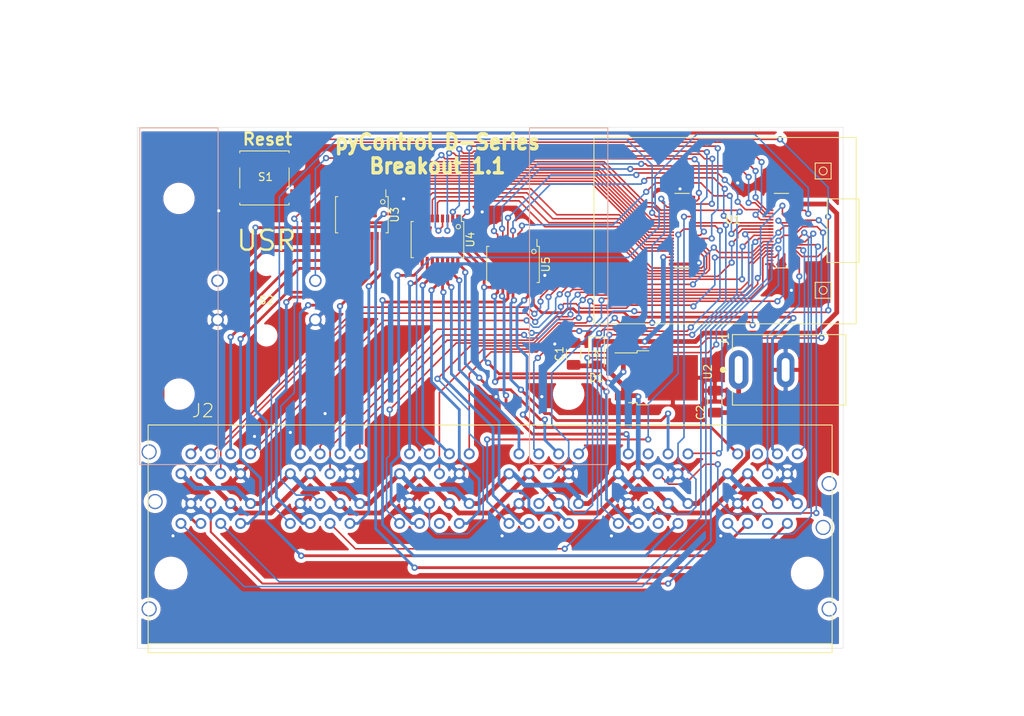
<source format=kicad_pcb>
(kicad_pcb (version 20171130) (host pcbnew "(5.1.2-1)-1")
  (layers (0 F.Cu signal) (31 B.Cu signal) (34 B.Paste user) (35 F.Paste user) (36 B.SilkS user) (37 F.SilkS user) (38 B.Mask user) (39 F.Mask user hide) (44 Edge.Cuts user))
  (net 0 "")
  (net 1 /VIN)
  (net 2 /GND)
  (net 3 /5VDC)
  (net 4 /12VDC)
  (net 5 /B2_DAC)
  (net 6 /B1_DAC)
  (net 7 /B2_DA)
  (net 8 /B1_DA)
  (net 9 /B2_DB)
  (net 10 /B1_DB)
  (net 11 /B6_DA)
  (net 12 /B5_DA)
  (net 13 /B4_DA)
  (net 14 /B6_DB)
  (net 15 /B5_DB)
  (net 16 /B4_DB)
  (net 17 /RST)
  (net 18 /USR)
  (net 19 /T3_PA)
  (net 20 /T2_PA)
  (net 21 /T1_PA)
  (net 22 /T1_COMA)
  (net 23 /T3_COMA)
  (net 24 /T2_COMA)
  (net 25 /T1_COMB)
  (net 26 /B1_COMA)
  (net 27 /B2_COMB)
  (net 28 /T2_COMB)
  (net 29 /B2_COMA)
  (net 30 /B1_COMB)
  (net 31 /B2_PB)
  (net 32 /T2_PB)
  (net 33 /B2_PA)
  (net 34 /B1_PB)
  (net 35 /T1_PB)
  (net 36 /B1_PA)
  (net 37 /B3_PA)
  (net 38 /T3_PB)
  (net 39 /B3_PB)
  (net 40 /B3_COMB)
  (net 41 /T3_COMB)
  (net 42 /B3_COMA)
  (net 43 /T6_PA)
  (net 44 /T5_PA)
  (net 45 /T4_PA)
  (net 46 /B4_PA)
  (net 47 /T4_PB)
  (net 48 /B4_PB)
  (net 49 /B4_COMB)
  (net 50 /B4_COMA)
  (net 51 /T4_COMA)
  (net 52 /T4_COMB)
  (net 53 /B5_PB)
  (net 54 /T5_PB)
  (net 55 /B5_PA)
  (net 56 /T6_PB)
  (net 57 /B6_PB)
  (net 58 /B6_PA)
  (net 59 /T6_COMA)
  (net 60 /T6_COMB)
  (net 61 /B6_COMB)
  (net 62 /B5_COMB)
  (net 63 /T5_COMA)
  (net 64 /B6_COMA)
  (net 65 /B5_COMA)
  (net 66 /T5_COMB)
  (net 67 /T6_DA)
  (net 68 /T5_DA)
  (net 69 /T4_DA)
  (net 70 /T3_DA)
  (net 71 /T2_DA)
  (net 72 /T1_DA)
  (net 73 /T6_DB)
  (net 74 /T5_DB)
  (net 75 /T4_DB)
  (net 76 /T3_DB)
  (net 77 /T2_DB)
  (net 78 /T1_DB)
  (net 79 /T1_DC)
  (net 80 /T2_DC)
  (net 81 /B3_DA)
  (net 82 /B3_DB)
  (net 83 /T4_DC)
  (net 84 /T3_DC)
  (module Andy_footprints:6mm_tactile_smd (layer F.Cu) (at 68.326 92.329)
    (fp_text reference S1 (at 0.127 -0.127) (layer F.SilkS))
    (fp_text value B3F-4000)
    (pad 1 smd rect (at 4 2.25) (size 1.4 1.6) (layers F.Cu F.Paste F.Mask) (net 2 /GND))
    (pad 2 smd rect (at -4 2.25) (size 1.4 1.6) (layers F.Cu F.Paste F.Mask) (net 2 /GND))
    (pad 3 smd rect (at 4 -2.25) (size 1.4 1.6) (layers F.Cu F.Paste F.Mask) (net 17 /RST))
    (pad 4 smd rect (at -4 -2.25) (size 1.4 1.6) (layers F.Cu F.Paste F.Mask))
  )
  (module Andy_footprints:PyBoard_D-Series (layer F.Cu) (at 128.016 99.06)
    (fp_text reference U1 (at 0.142 -1.382) (layer F.SilkS))
    (fp_text value PyBoard-D-Series)
    (pad 13 smd rect (at -4.995 -1.4 90) (size 0.23 0.66) (layers F.Cu F.Paste F.Mask))
    (pad 12 smd rect (at -7.705 -1.8 270) (size 0.23 0.66) (layers F.Cu F.Paste F.Mask) (net 7 /B2_DA))
    (pad 11 smd rect (at -4.995 -1.8 90) (size 0.23 0.66) (layers F.Cu F.Paste F.Mask) (net 15 /B5_DB))
    (pad 10 smd rect (at -7.705 -2.2 270) (size 0.23 0.66) (layers F.Cu F.Paste F.Mask) (net 26 /B1_COMA))
    (pad S3 smd rect (at -4.995 4.275 90) (size 0.35 0.66) (layers F.Cu F.Paste F.Mask) (net 2 /GND))
    (pad S4 smd rect (at -7.705 4.275 270) (size 0.35 0.66) (layers F.Cu F.Paste F.Mask) (net 2 /GND))
    (pad S1 smd rect (at -4.995 -4.275 90) (size 0.35 0.66) (layers F.Cu F.Paste F.Mask) (net 2 /GND))
    (pad S2 smd rect (at -7.705 -4.275 270) (size 0.35 0.66) (layers F.Cu F.Paste F.Mask) (net 2 /GND))
    (pad 40 smd rect (at -7.705 3.8 270) (size 0.23 0.66) (layers F.Cu F.Paste F.Mask) (net 1 /VIN))
    (pad 39 smd rect (at -4.995 3.8 90) (size 0.23 0.66) (layers F.Cu F.Paste F.Mask) (net 2 /GND))
    (pad 38 smd rect (at -7.705 3.4 270) (size 0.23 0.66) (layers F.Cu F.Paste F.Mask) (net 1 /VIN))
    (pad 37 smd rect (at -4.995 3.4 90) (size 0.23 0.66) (layers F.Cu F.Paste F.Mask) (net 2 /GND))
    (pad 36 smd rect (at -7.705 3 270) (size 0.23 0.66) (layers F.Cu F.Paste F.Mask) (net 1 /VIN))
    (pad 35 smd rect (at -4.995 3 90) (size 0.23 0.66) (layers F.Cu F.Paste F.Mask) (net 2 /GND))
    (pad 34 smd rect (at -7.705 2.6 270) (size 0.23 0.66) (layers F.Cu F.Paste F.Mask) (net 40 /B3_COMB))
    (pad 33 smd rect (at -4.995 2.6 90) (size 0.23 0.66) (layers F.Cu F.Paste F.Mask) (net 61 /B6_COMB))
    (pad 32 smd rect (at -7.705 2.2 270) (size 0.23 0.66) (layers F.Cu F.Paste F.Mask) (net 23 /T3_COMA))
    (pad 31 smd rect (at -4.995 2.2 90) (size 0.23 0.66) (layers F.Cu F.Paste F.Mask))
    (pad 30 smd rect (at -7.705 1.8 270) (size 0.23 0.66) (layers F.Cu F.Paste F.Mask) (net 41 /T3_COMB))
    (pad 29 smd rect (at -4.995 1.8 90) (size 0.23 0.66) (layers F.Cu F.Paste F.Mask) (net 60 /T6_COMB))
    (pad 28 smd rect (at -7.705 1.4 270) (size 0.23 0.66) (layers F.Cu F.Paste F.Mask) (net 42 /B3_COMA))
    (pad 27 smd rect (at -4.995 1.4 90) (size 0.23 0.66) (layers F.Cu F.Paste F.Mask) (net 59 /T6_COMA))
    (pad 26 smd rect (at -7.705 1 270) (size 0.23 0.66) (layers F.Cu F.Paste F.Mask) (net 27 /B2_COMB))
    (pad 25 smd rect (at -4.995 1 90) (size 0.23 0.66) (layers F.Cu F.Paste F.Mask) (net 51 /T4_COMA))
    (pad 24 smd rect (at -7.705 0.6 270) (size 0.23 0.66) (layers F.Cu F.Paste F.Mask) (net 24 /T2_COMA))
    (pad 23 smd rect (at -4.995 0.6 90) (size 0.23 0.66) (layers F.Cu F.Paste F.Mask) (net 52 /T4_COMB))
    (pad 22 smd rect (at -7.705 0.2 270) (size 0.23 0.66) (layers F.Cu F.Paste F.Mask) (net 28 /T2_COMB))
    (pad 21 smd rect (at -4.995 0.2 90) (size 0.23 0.66) (layers F.Cu F.Paste F.Mask))
    (pad 20 smd rect (at -7.705 -0.2 270) (size 0.23 0.66) (layers F.Cu F.Paste F.Mask) (net 29 /B2_COMA))
    (pad 19 smd rect (at -4.995 -0.2 90) (size 0.23 0.66) (layers F.Cu F.Paste F.Mask) (net 13 /B4_DA))
    (pad 18 smd rect (at -7.705 -0.6 270) (size 0.23 0.66) (layers F.Cu F.Paste F.Mask) (net 30 /B1_COMB))
    (pad 17 smd rect (at -4.995 -0.6 90) (size 0.23 0.66) (layers F.Cu F.Paste F.Mask) (net 16 /B4_DB))
    (pad 16 smd rect (at -7.705 -1 270) (size 0.23 0.66) (layers F.Cu F.Paste F.Mask) (net 22 /T1_COMA))
    (pad 15 smd rect (at -4.995 -1 90) (size 0.23 0.66) (layers F.Cu F.Paste F.Mask) (net 12 /B5_DA))
    (pad 14 smd rect (at -7.705 -1.4 270) (size 0.23 0.66) (layers F.Cu F.Paste F.Mask) (net 25 /T1_COMB))
    (pad 9 smd rect (at -4.995 -2.2 90) (size 0.23 0.66) (layers F.Cu F.Paste F.Mask))
    (pad 8 smd rect (at -7.705 -2.6 270) (size 0.23 0.66) (layers F.Cu F.Paste F.Mask) (net 9 /B2_DB))
    (pad 7 smd rect (at -4.995 -2.6 90) (size 0.23 0.66) (layers F.Cu F.Paste F.Mask) (net 6 /B1_DAC))
    (pad 6 smd rect (at -7.705 -3 270) (size 0.23 0.66) (layers F.Cu F.Paste F.Mask) (net 5 /B2_DAC))
    (pad 5 smd rect (at -4.995 -3 90) (size 0.23 0.66) (layers F.Cu F.Paste F.Mask))
    (pad 4 smd rect (at -7.705 -3.4 270) (size 0.23 0.66) (layers F.Cu F.Paste F.Mask))
    (pad 3 smd rect (at -4.995 -3.4 90) (size 0.23 0.66) (layers F.Cu F.Paste F.Mask) (net 49 /B4_COMB))
    (pad 2 smd rect (at -7.705 -3.8 270) (size 0.23 0.66) (layers F.Cu F.Paste F.Mask))
    (pad 1 smd rect (at -4.995 -3.8 90) (size 0.23 0.66) (layers F.Cu F.Paste F.Mask) (net 50 /B4_COMA))
    (pad 80 smd rect (at 7.705 -3.8 90) (size 0.23 0.66) (layers F.Cu F.Paste F.Mask) (net 1 /VIN))
    (pad 53 smd rect (at 4.995 1.4 270) (size 0.23 0.66) (layers F.Cu F.Paste F.Mask) (net 72 /T1_DA))
    (pad 52 smd rect (at 7.705 1.8 90) (size 0.23 0.66) (layers F.Cu F.Paste F.Mask) (net 14 /B6_DB))
    (pad 51 smd rect (at 4.995 1.8 270) (size 0.23 0.66) (layers F.Cu F.Paste F.Mask) (net 80 /T2_DC))
    (pad 50 smd rect (at 7.705 2.2 90) (size 0.23 0.66) (layers F.Cu F.Paste F.Mask) (net 67 /T6_DA))
    (pad 49 smd rect (at 4.995 2.2 270) (size 0.23 0.66) (layers F.Cu F.Paste F.Mask) (net 77 /T2_DB))
    (pad 48 smd rect (at 7.705 2.6 90) (size 0.23 0.66) (layers F.Cu F.Paste F.Mask) (net 17 /RST))
    (pad 47 smd rect (at 4.995 2.6 270) (size 0.23 0.66) (layers F.Cu F.Paste F.Mask) (net 71 /T2_DA))
    (pad 46 smd rect (at 7.705 3 90) (size 0.23 0.66) (layers F.Cu F.Paste F.Mask) (net 73 /T6_DB))
    (pad 45 smd rect (at 4.995 3 270) (size 0.23 0.66) (layers F.Cu F.Paste F.Mask) (net 70 /T3_DA))
    (pad 44 smd rect (at 7.705 3.4 90) (size 0.23 0.66) (layers F.Cu F.Paste F.Mask))
    (pad 43 smd rect (at 4.995 3.4 270) (size 0.23 0.66) (layers F.Cu F.Paste F.Mask) (net 76 /T3_DB))
    (pad 42 smd rect (at 7.705 3.8 90) (size 0.23 0.66) (layers F.Cu F.Paste F.Mask))
    (pad 41 smd rect (at 4.995 3.8 270) (size 0.23 0.66) (layers F.Cu F.Paste F.Mask))
    (pad S7 smd rect (at 4.995 -4.275 270) (size 0.35 0.66) (layers F.Cu F.Paste F.Mask) (net 2 /GND))
    (pad S8 smd rect (at 7.705 -4.275 90) (size 0.35 0.66) (layers F.Cu F.Paste F.Mask) (net 2 /GND))
    (pad 69 smd rect (at 4.995 -1.8 270) (size 0.23 0.66) (layers F.Cu F.Paste F.Mask) (net 62 /B5_COMB))
    (pad 68 smd rect (at 7.705 -1.4 90) (size 0.23 0.66) (layers F.Cu F.Paste F.Mask) (net 81 /B3_DA))
    (pad 72 smd rect (at 7.705 -2.2 90) (size 0.23 0.66) (layers F.Cu F.Paste F.Mask))
    (pad 67 smd rect (at 4.995 -1.4 270) (size 0.23 0.66) (layers F.Cu F.Paste F.Mask) (net 18 /USR))
    (pad 66 smd rect (at 7.705 -1 90) (size 0.23 0.66) (layers F.Cu F.Paste F.Mask) (net 82 /B3_DB))
    (pad 65 smd rect (at 4.995 -1 270) (size 0.23 0.66) (layers F.Cu F.Paste F.Mask) (net 63 /T5_COMA))
    (pad 64 smd rect (at 7.705 -0.6 90) (size 0.23 0.66) (layers F.Cu F.Paste F.Mask) (net 69 /T4_DA))
    (pad 63 smd rect (at 4.995 -0.6 270) (size 0.23 0.66) (layers F.Cu F.Paste F.Mask) (net 64 /B6_COMA))
    (pad 62 smd rect (at 7.705 -0.2 90) (size 0.23 0.66) (layers F.Cu F.Paste F.Mask) (net 75 /T4_DB))
    (pad 61 smd rect (at 4.995 -0.2 270) (size 0.23 0.66) (layers F.Cu F.Paste F.Mask) (net 79 /T1_DC))
    (pad 60 smd rect (at 7.705 0.2 90) (size 0.23 0.66) (layers F.Cu F.Paste F.Mask) (net 83 /T4_DC))
    (pad 59 smd rect (at 4.995 0.2 270) (size 0.23 0.66) (layers F.Cu F.Paste F.Mask) (net 8 /B1_DA))
    (pad 58 smd rect (at 7.705 0.6 90) (size 0.23 0.66) (layers F.Cu F.Paste F.Mask) (net 68 /T5_DA))
    (pad 57 smd rect (at 4.995 0.6 270) (size 0.23 0.66) (layers F.Cu F.Paste F.Mask) (net 78 /T1_DB))
    (pad 56 smd rect (at 7.705 1 90) (size 0.23 0.66) (layers F.Cu F.Paste F.Mask) (net 74 /T5_DB))
    (pad 55 smd rect (at 4.995 1 270) (size 0.23 0.66) (layers F.Cu F.Paste F.Mask) (net 10 /B1_DB))
    (pad 54 smd rect (at 7.705 1.4 90) (size 0.23 0.66) (layers F.Cu F.Paste F.Mask) (net 11 /B6_DA))
    (pad 79 smd rect (at 4.995 -3.8 270) (size 0.23 0.66) (layers F.Cu F.Paste F.Mask) (net 2 /GND))
    (pad 78 smd rect (at 7.705 -3.4 90) (size 0.23 0.66) (layers F.Cu F.Paste F.Mask) (net 1 /VIN))
    (pad 77 smd rect (at 4.995 -3.4 270) (size 0.23 0.66) (layers F.Cu F.Paste F.Mask) (net 2 /GND))
    (pad 76 smd rect (at 7.705 -3 90) (size 0.23 0.66) (layers F.Cu F.Paste F.Mask) (net 1 /VIN))
    (pad 75 smd rect (at 4.995 -3 270) (size 0.23 0.66) (layers F.Cu F.Paste F.Mask) (net 2 /GND))
    (pad 74 smd rect (at 7.705 -2.6 90) (size 0.23 0.66) (layers F.Cu F.Paste F.Mask) (net 84 /T3_DC))
    (pad 73 smd rect (at 4.995 -2.6 270) (size 0.23 0.66) (layers F.Cu F.Paste F.Mask) (net 65 /B5_COMA))
    (pad S5 smd rect (at 4.995 4.275 270) (size 0.35 0.66) (layers F.Cu F.Paste F.Mask) (net 2 /GND))
    (pad S6 smd rect (at 7.705 4.275 90) (size 0.35 0.66) (layers F.Cu F.Paste F.Mask) (net 2 /GND))
    (pad 71 smd rect (at 4.995 -2.2 270) (size 0.23 0.66) (layers F.Cu F.Paste F.Mask) (net 66 /T5_COMB))
    (pad 70 smd rect (at 7.705 -1.8 90) (size 0.23 0.66) (layers F.Cu F.Paste F.Mask))
  )
  (module Andy_footprints:DC_Jack (layer F.Cu) (at 128.905 116.84)
    (fp_text reference J1 (at -1.778 -3.937 90) (layer F.SilkS))
    (fp_text value Barrel_Jack hide)
    (pad 1 thru_hole oval (at 0 0 90) (size 5 2.5) (drill oval 3.5 1) (layers *.Cu *.Mask) (net 4 /12VDC))
    (pad 2 thru_hole oval (at 6 0 90) (size 4.5 2.25) (drill oval 3 1) (layers *.Cu *.Mask) (net 2 /GND))
  )
  (module Capacitor_SMD:C_1206_3216Metric (layer F.Cu) (at 125.857 120.901 90)
    (fp_text reference C2 (at -1.4 -1.82 90) (layer F.SilkS))
    (fp_text value 1µF)
    (pad 2 smd roundrect (at 1.4 0 90) (size 1.25 1.75) (layers F.Cu F.Paste F.Mask) (roundrect_rratio 0.2) (net 2 /GND))
    (pad 1 smd roundrect (at -1.4 0 90) (size 1.25 1.75) (layers F.Cu F.Paste F.Mask) (roundrect_rratio 0.2) (net 4 /12VDC))
  )
  (module Capacitor_SMD:C_1206_3216Metric (layer F.Cu) (at 107.823 114.808 90)
    (fp_text reference C1 (at 0 -1.82 90) (layer F.SilkS))
    (fp_text value 1µF)
    (pad 2 smd roundrect (at 1.4 0 90) (size 1.25 1.75) (layers F.Cu F.Paste F.Mask) (roundrect_rratio 0.2) (net 2 /GND))
    (pad 1 smd roundrect (at -1.4 0 90) (size 1.25 1.75) (layers F.Cu F.Paste F.Mask) (roundrect_rratio 0.2) (net 3 /5VDC))
  )
  (module Andy_footprints:RJ45_12Port (layer F.Cu) (at 97.155 138.43)
    (fp_text reference J2 (at -38.227 -15.39) (layer F.SilkS) (effects (font (size 1.6891 1.6891) (thickness 0.14224)) (justify left bottom)))
    (fp_text value RJ45-12PORT hide)
    (pad "" np_thru_hole circle (at 40.513 4.3816) (size 3.2 3.2) (drill 3.2) (layers *.Cu *.Mask))
    (pad "" np_thru_hole circle (at -40.767 4.3816) (size 3.2 3.2) (drill 3.2) (layers *.Cu *.Mask))
    (pad T6-5 thru_hole circle (at 34.163 -10.8584 180) (size 1.4 1.4) (drill 0.9) (layers *.Cu *.Mask))
    (pad B6-5 thru_hole circle (at 35.433 -1.9684) (size 1.4 1.4) (drill 0.9) (layers *.Cu *.Mask))
    (pad T5-5 thru_hole circle (at 20.193 -10.8584 180) (size 1.4 1.4) (drill 0.9) (layers *.Cu *.Mask))
    (pad B5-5 thru_hole circle (at 21.463 -1.9684) (size 1.4 1.4) (drill 0.9) (layers *.Cu *.Mask))
    (pad T4-5 thru_hole circle (at 6.223 -10.8584 180) (size 1.4 1.4) (drill 0.9) (layers *.Cu *.Mask) (net 83 /T4_DC))
    (pad B4-5 thru_hole circle (at 7.493 -1.9684) (size 1.4 1.4) (drill 0.9) (layers *.Cu *.Mask))
    (pad T3-5 thru_hole circle (at -7.747 -10.8584 180) (size 1.4 1.4) (drill 0.9) (layers *.Cu *.Mask) (net 84 /T3_DC))
    (pad B3-5 thru_hole circle (at -6.477 -1.9684) (size 1.4 1.4) (drill 0.9) (layers *.Cu *.Mask))
    (pad T2-5 thru_hole circle (at -21.717 -10.8584 180) (size 1.4 1.4) (drill 0.9) (layers *.Cu *.Mask) (net 80 /T2_DC))
    (pad B2-5 thru_hole circle (at -20.447 -1.9684) (size 1.4 1.4) (drill 0.9) (layers *.Cu *.Mask) (net 5 /B2_DAC))
    (pad T1-5 thru_hole circle (at -35.687 -10.8584 180) (size 1.4 1.4) (drill 0.9) (layers *.Cu *.Mask) (net 79 /T1_DC))
    (pad B1-5 thru_hole circle (at -34.417 -1.9684) (size 1.4 1.4) (drill 0.9) (layers *.Cu *.Mask) (net 6 /B1_DAC))
    (pad S6 thru_hole circle (at 43.307 8.9566) (size 1.9304 1.9304) (drill 1.6) (layers *.Cu *.Mask))
    (pad S5 thru_hole circle (at 42.545 -1.4574) (size 1.9304 1.9304) (drill 1.6) (layers *.Cu *.Mask))
    (pad S4 thru_hole circle (at 43.307 -7.0454) (size 1.9304 1.9304) (drill 1.6) (layers *.Cu *.Mask))
    (pad S1 thru_hole circle (at -43.561 -11.1094) (size 1.9304 1.9304) (drill 1.6) (layers *.Cu *.Mask))
    (pad S2 thru_hole circle (at -42.799 -4.7594) (size 1.9304 1.9304) (drill 1.6) (layers *.Cu *.Mask))
    (pad S3 thru_hole circle (at -43.561 8.9566) (size 1.9304 1.9304) (drill 1.6) (layers *.Cu *.Mask))
    (pad T6-8 thru_hole circle (at 30.353 -8.3184 180) (size 1.4 1.4) (drill 0.9) (layers *.Cu *.Mask) (net 4 /12VDC))
    (pad B6-8 thru_hole circle (at 39.243 -4.5084) (size 1.4 1.4) (drill 0.9) (layers *.Cu *.Mask) (net 4 /12VDC))
    (pad T5-8 thru_hole circle (at 16.383 -8.3184 180) (size 1.4 1.4) (drill 0.9) (layers *.Cu *.Mask) (net 4 /12VDC))
    (pad B5-8 thru_hole circle (at 25.273 -4.5084) (size 1.4 1.4) (drill 0.9) (layers *.Cu *.Mask) (net 4 /12VDC))
    (pad T4-8 thru_hole circle (at 2.413 -8.3184 180) (size 1.4 1.4) (drill 0.9) (layers *.Cu *.Mask) (net 4 /12VDC))
    (pad B4-8 thru_hole circle (at 11.303 -4.5084) (size 1.4 1.4) (drill 0.9) (layers *.Cu *.Mask) (net 4 /12VDC))
    (pad T3-8 thru_hole circle (at -11.557 -8.3184 180) (size 1.4 1.4) (drill 0.9) (layers *.Cu *.Mask) (net 4 /12VDC))
    (pad B3-8 thru_hole circle (at -2.667 -4.5084) (size 1.4 1.4) (drill 0.9) (layers *.Cu *.Mask) (net 4 /12VDC))
    (pad T2-8 thru_hole circle (at -25.527 -8.3184 180) (size 1.4 1.4) (drill 0.9) (layers *.Cu *.Mask) (net 4 /12VDC))
    (pad B2-8 thru_hole circle (at -16.637 -4.5084) (size 1.4 1.4) (drill 0.9) (layers *.Cu *.Mask) (net 4 /12VDC))
    (pad T1-8 thru_hole circle (at -39.497 -8.3184 180) (size 1.4 1.4) (drill 0.9) (layers *.Cu *.Mask) (net 4 /12VDC))
    (pad B1-8 thru_hole circle (at -30.607 -4.5084) (size 1.4 1.4) (drill 0.9) (layers *.Cu *.Mask) (net 4 /12VDC))
    (pad T6-2 thru_hole circle (at 37.973 -8.3184 180) (size 1.4 1.4) (drill 0.9) (layers *.Cu *.Mask) (net 2 /GND))
    (pad B6-2 thru_hole circle (at 31.623 -4.5084) (size 1.4 1.4) (drill 0.9) (layers *.Cu *.Mask) (net 2 /GND))
    (pad T5-2 thru_hole circle (at 24.003 -8.3184 180) (size 1.4 1.4) (drill 0.9) (layers *.Cu *.Mask) (net 2 /GND))
    (pad B5-2 thru_hole circle (at 17.653 -4.5084) (size 1.4 1.4) (drill 0.9) (layers *.Cu *.Mask) (net 2 /GND))
    (pad T4-2 thru_hole circle (at 10.033 -8.3184 180) (size 1.4 1.4) (drill 0.9) (layers *.Cu *.Mask) (net 2 /GND))
    (pad B4-2 thru_hole circle (at 3.683 -4.5084) (size 1.4 1.4) (drill 0.9) (layers *.Cu *.Mask) (net 2 /GND))
    (pad T3-2 thru_hole circle (at -3.937 -8.3184 180) (size 1.4 1.4) (drill 0.9) (layers *.Cu *.Mask) (net 2 /GND))
    (pad B3-2 thru_hole circle (at -10.287 -4.5084) (size 1.4 1.4) (drill 0.9) (layers *.Cu *.Mask) (net 2 /GND))
    (pad T2-2 thru_hole circle (at -17.907 -8.3184 180) (size 1.4 1.4) (drill 0.9) (layers *.Cu *.Mask) (net 2 /GND))
    (pad B2-2 thru_hole circle (at -24.257 -4.5084) (size 1.4 1.4) (drill 0.9) (layers *.Cu *.Mask) (net 2 /GND))
    (pad T1-2 thru_hole circle (at -31.877 -8.3184 180) (size 1.4 1.4) (drill 0.9) (layers *.Cu *.Mask) (net 2 /GND))
    (pad B1-2 thru_hole circle (at -38.227 -4.5084) (size 1.4 1.4) (drill 0.9) (layers *.Cu *.Mask) (net 2 /GND))
    (pad T6-1 thru_hole circle (at 39.243 -10.8584 180) (size 1.4 1.4) (drill 0.9) (layers *.Cu *.Mask) (net 67 /T6_DA))
    (pad B6-1 thru_hole circle (at 30.353 -1.9684) (size 1.4 1.4) (drill 0.9) (layers *.Cu *.Mask) (net 11 /B6_DA))
    (pad T5-1 thru_hole circle (at 25.273 -10.8584 180) (size 1.4 1.4) (drill 0.9) (layers *.Cu *.Mask) (net 68 /T5_DA))
    (pad B5-1 thru_hole circle (at 16.383 -1.9684) (size 1.4 1.4) (drill 0.9) (layers *.Cu *.Mask) (net 12 /B5_DA))
    (pad T4-1 thru_hole circle (at 11.303 -10.8584 180) (size 1.4 1.4) (drill 0.9) (layers *.Cu *.Mask) (net 69 /T4_DA))
    (pad B4-1 thru_hole circle (at 2.413 -1.9684) (size 1.4 1.4) (drill 0.9) (layers *.Cu *.Mask) (net 13 /B4_DA))
    (pad T3-1 thru_hole circle (at -2.667 -10.8584 180) (size 1.4 1.4) (drill 0.9) (layers *.Cu *.Mask) (net 70 /T3_DA))
    (pad B3-1 thru_hole circle (at -11.557 -1.9684) (size 1.4 1.4) (drill 0.9) (layers *.Cu *.Mask) (net 81 /B3_DA))
    (pad T2-1 thru_hole circle (at -16.637 -10.8584 180) (size 1.4 1.4) (drill 0.9) (layers *.Cu *.Mask) (net 71 /T2_DA))
    (pad B2-1 thru_hole circle (at -25.527 -1.9684) (size 1.4 1.4) (drill 0.9) (layers *.Cu *.Mask) (net 7 /B2_DA))
    (pad T1-1 thru_hole circle (at -30.607 -10.8584 180) (size 1.4 1.4) (drill 0.9) (layers *.Cu *.Mask) (net 72 /T1_DA))
    (pad B1-1 thru_hole circle (at -39.497 -1.9684) (size 1.4 1.4) (drill 0.9) (layers *.Cu *.Mask) (net 8 /B1_DA))
    (pad T6-3 thru_hole circle (at 36.703 -10.8584 180) (size 1.4 1.4) (drill 0.9) (layers *.Cu *.Mask) (net 43 /T6_PA))
    (pad B6-3 thru_hole circle (at 32.893 -1.9684) (size 1.4 1.4) (drill 0.9) (layers *.Cu *.Mask) (net 58 /B6_PA))
    (pad T5-3 thru_hole circle (at 22.733 -10.8584 180) (size 1.4 1.4) (drill 0.9) (layers *.Cu *.Mask) (net 44 /T5_PA))
    (pad B5-3 thru_hole circle (at 18.923 -1.9684) (size 1.4 1.4) (drill 0.9) (layers *.Cu *.Mask) (net 55 /B5_PA))
    (pad T4-3 thru_hole circle (at 8.763 -10.8584 180) (size 1.4 1.4) (drill 0.9) (layers *.Cu *.Mask) (net 45 /T4_PA))
    (pad B4-3 thru_hole circle (at 4.953 -1.9684) (size 1.4 1.4) (drill 0.9) (layers *.Cu *.Mask) (net 46 /B4_PA))
    (pad T3-3 thru_hole circle (at -5.207 -10.8584 180) (size 1.4 1.4) (drill 0.9) (layers *.Cu *.Mask) (net 19 /T3_PA))
    (pad B3-3 thru_hole circle (at -9.017 -1.9684) (size 1.4 1.4) (drill 0.9) (layers *.Cu *.Mask) (net 37 /B3_PA))
    (pad T2-3 thru_hole circle (at -19.177 -10.8584 180) (size 1.4 1.4) (drill 0.9) (layers *.Cu *.Mask) (net 20 /T2_PA))
    (pad B2-3 thru_hole circle (at -22.987 -1.9684) (size 1.4 1.4) (drill 0.9) (layers *.Cu *.Mask) (net 33 /B2_PA))
    (pad T1-3 thru_hole circle (at -33.147 -10.8584 180) (size 1.4 1.4) (drill 0.9) (layers *.Cu *.Mask) (net 21 /T1_PA))
    (pad B1-3 thru_hole circle (at -36.957 -1.9684) (size 1.4 1.4) (drill 0.9) (layers *.Cu *.Mask) (net 36 /B1_PA))
    (pad T6-6 thru_hole circle (at 32.893 -8.3184 180) (size 1.4 1.4) (drill 0.9) (layers *.Cu *.Mask) (net 3 /5VDC))
    (pad B6-6 thru_hole circle (at 36.703 -4.5084) (size 1.4 1.4) (drill 0.9) (layers *.Cu *.Mask) (net 3 /5VDC))
    (pad T5-6 thru_hole circle (at 18.923 -8.3184 180) (size 1.4 1.4) (drill 0.9) (layers *.Cu *.Mask) (net 3 /5VDC))
    (pad B5-6 thru_hole circle (at 22.733 -4.5084) (size 1.4 1.4) (drill 0.9) (layers *.Cu *.Mask) (net 3 /5VDC))
    (pad T4-6 thru_hole circle (at 4.953 -8.3184 180) (size 1.4 1.4) (drill 0.9) (layers *.Cu *.Mask) (net 3 /5VDC))
    (pad B4-6 thru_hole circle (at 8.763 -4.5084) (size 1.4 1.4) (drill 0.9) (layers *.Cu *.Mask) (net 3 /5VDC))
    (pad T3-6 thru_hole circle (at -9.017 -8.3184 180) (size 1.4 1.4) (drill 0.9) (layers *.Cu *.Mask) (net 3 /5VDC))
    (pad B3-6 thru_hole circle (at -5.207 -4.5084) (size 1.4 1.4) (drill 0.9) (layers *.Cu *.Mask) (net 3 /5VDC))
    (pad T2-6 thru_hole circle (at -22.987 -8.3184 180) (size 1.4 1.4) (drill 0.9) (layers *.Cu *.Mask) (net 3 /5VDC))
    (pad B2-6 thru_hole circle (at -19.177 -4.5084) (size 1.4 1.4) (drill 0.9) (layers *.Cu *.Mask) (net 3 /5VDC))
    (pad T1-6 thru_hole circle (at -36.957 -8.3184 180) (size 1.4 1.4) (drill 0.9) (layers *.Cu *.Mask) (net 3 /5VDC))
    (pad B1-6 thru_hole circle (at -33.147 -4.5084) (size 1.4 1.4) (drill 0.9) (layers *.Cu *.Mask) (net 3 /5VDC))
    (pad T6-4 thru_hole circle (at 35.433 -8.3184 180) (size 1.4 1.4) (drill 0.9) (layers *.Cu *.Mask) (net 73 /T6_DB))
    (pad B6-4 thru_hole circle (at 34.163 -4.5084) (size 1.4 1.4) (drill 0.9) (layers *.Cu *.Mask) (net 14 /B6_DB))
    (pad T5-4 thru_hole circle (at 21.463 -8.3184 180) (size 1.4 1.4) (drill 0.9) (layers *.Cu *.Mask) (net 74 /T5_DB))
    (pad B5-4 thru_hole circle (at 20.193 -4.5084) (size 1.4 1.4) (drill 0.9) (layers *.Cu *.Mask) (net 15 /B5_DB))
    (pad T4-4 thru_hole circle (at 7.493 -8.3184 180) (size 1.4 1.4) (drill 0.9) (layers *.Cu *.Mask) (net 75 /T4_DB))
    (pad B4-4 thru_hole circle (at 6.223 -4.5084) (size 1.4 1.4) (drill 0.9) (layers *.Cu *.Mask) (net 16 /B4_DB))
    (pad T3-4 thru_hole circle (at -6.477 -8.3184 180) (size 1.4 1.4) (drill 0.9) (layers *.Cu *.Mask) (net 76 /T3_DB))
    (pad B3-4 thru_hole circle (at -7.747 -4.5084) (size 1.4 1.4) (drill 0.9) (layers *.Cu *.Mask) (net 82 /B3_DB))
    (pad T2-4 thru_hole circle (at -20.447 -8.3184 180) (size 1.4 1.4) (drill 0.9) (layers *.Cu *.Mask) (net 77 /T2_DB))
    (pad B2-4 thru_hole circle (at -21.717 -4.5084) (size 1.4 1.4) (drill 0.9) (layers *.Cu *.Mask) (net 9 /B2_DB))
    (pad T1-4 thru_hole circle (at -34.417 -8.3184 180) (size 1.4 1.4) (drill 0.9) (layers *.Cu *.Mask) (net 78 /T1_DB))
    (pad B1-4 thru_hole circle (at -35.687 -4.5084) (size 1.4 1.4) (drill 0.9) (layers *.Cu *.Mask) (net 10 /B1_DB))
    (pad T6-7 thru_hole circle (at 31.623 -10.8584 180) (size 1.4 1.4) (drill 0.9) (layers *.Cu *.Mask) (net 56 /T6_PB))
    (pad B6-7 thru_hole circle (at 37.973 -1.9684) (size 1.4 1.4) (drill 0.9) (layers *.Cu *.Mask) (net 57 /B6_PB))
    (pad T5-7 thru_hole circle (at 17.653 -10.8584 180) (size 1.4 1.4) (drill 0.9) (layers *.Cu *.Mask) (net 54 /T5_PB))
    (pad B5-7 thru_hole circle (at 24.003 -1.9684) (size 1.4 1.4) (drill 0.9) (layers *.Cu *.Mask) (net 53 /B5_PB))
    (pad T4-7 thru_hole circle (at 3.683 -10.8584 180) (size 1.4 1.4) (drill 0.9) (layers *.Cu *.Mask) (net 47 /T4_PB))
    (pad B4-7 thru_hole circle (at 10.033 -1.9684) (size 1.4 1.4) (drill 0.9) (layers *.Cu *.Mask) (net 48 /B4_PB))
    (pad T3-7 thru_hole circle (at -10.287 -10.8584 180) (size 1.4 1.4) (drill 0.9) (layers *.Cu *.Mask) (net 38 /T3_PB))
    (pad B3-7 thru_hole circle (at -3.937 -1.9684) (size 1.4 1.4) (drill 0.9) (layers *.Cu *.Mask) (net 39 /B3_PB))
    (pad T2-7 thru_hole circle (at -24.257 -10.8584 180) (size 1.4 1.4) (drill 0.9) (layers *.Cu *.Mask) (net 32 /T2_PB))
    (pad B2-7 thru_hole circle (at -17.907 -1.9684) (size 1.4 1.4) (drill 0.9) (layers *.Cu *.Mask) (net 31 /B2_PB))
    (pad T1-7 thru_hole circle (at -38.227 -10.8584 180) (size 1.4 1.4) (drill 0.9) (layers *.Cu *.Mask) (net 35 /T1_PB))
    (pad B1-7 thru_hole circle (at -31.877 -1.9684) (size 1.4 1.4) (drill 0.9) (layers *.Cu *.Mask) (net 34 /B1_PB))
  )
  (module Andy_footprints:SSOP-18_4.4x6.5mm_P0.65mm (layer F.Cu) (at 90.424 100.203 270)
    (fp_text reference U4 (at 0 -4.2 270) (layer F.SilkS))
    (fp_text value TBD62083APG)
    (pad 1 smd rect (at -2.7 -2.6 270) (size 1 0.4) (layers F.Cu F.Paste F.Mask) (net 51 /T4_COMA))
    (pad 2 smd rect (at -2.7 -1.95 270) (size 1 0.4) (layers F.Cu F.Paste F.Mask) (net 52 /T4_COMB))
    (pad 3 smd rect (at -2.7 -1.3 270) (size 1 0.4) (layers F.Cu F.Paste F.Mask) (net 49 /B4_COMB))
    (pad 4 smd rect (at -2.7 -0.65 270) (size 1 0.4) (layers F.Cu F.Paste F.Mask) (net 50 /B4_COMA))
    (pad 5 smd rect (at -2.7 0 270) (size 1 0.4) (layers F.Cu F.Paste F.Mask) (net 40 /B3_COMB))
    (pad 6 smd rect (at -2.7 0.65 270) (size 1 0.4) (layers F.Cu F.Paste F.Mask) (net 23 /T3_COMA))
    (pad 7 smd rect (at -2.7 1.3 270) (size 1 0.4) (layers F.Cu F.Paste F.Mask) (net 41 /T3_COMB))
    (pad 8 smd rect (at -2.7 1.95 270) (size 1 0.4) (layers F.Cu F.Paste F.Mask) (net 42 /B3_COMA))
    (pad 9 smd rect (at -2.7 2.6 270) (size 1 0.4) (layers F.Cu F.Paste F.Mask) (net 2 /GND))
    (pad 18 smd rect (at 2.7 -2.6 270) (size 1 0.4) (layers F.Cu F.Paste F.Mask) (net 45 /T4_PA))
    (pad 17 smd rect (at 2.7 -1.95 270) (size 1 0.4) (layers F.Cu F.Paste F.Mask) (net 47 /T4_PB))
    (pad 16 smd rect (at 2.7 -1.3 270) (size 1 0.4) (layers F.Cu F.Paste F.Mask) (net 48 /B4_PB))
    (pad 15 smd rect (at 2.7 -0.65 270) (size 1 0.4) (layers F.Cu F.Paste F.Mask) (net 46 /B4_PA))
    (pad 14 smd rect (at 2.7 0 270) (size 1 0.4) (layers F.Cu F.Paste F.Mask) (net 39 /B3_PB))
    (pad 13 smd rect (at 2.7 0.65 270) (size 1 0.4) (layers F.Cu F.Paste F.Mask) (net 19 /T3_PA))
    (pad 12 smd rect (at 2.7 1.3 270) (size 1 0.4) (layers F.Cu F.Paste F.Mask) (net 38 /T3_PB))
    (pad 11 smd rect (at 2.7 1.95 270) (size 1 0.4) (layers F.Cu F.Paste F.Mask) (net 37 /B3_PA))
    (pad 10 smd rect (at 2.7 2.6 270) (size 1 0.4) (layers F.Cu F.Paste F.Mask) (net 4 /12VDC))
  )
  (module Andy_footprints:SSOP-18_4.4x6.5mm_P0.65mm (layer F.Cu) (at 100.076 103.378 270)
    (fp_text reference U5 (at 0 -4.2 270) (layer F.SilkS))
    (fp_text value TBD62083APG)
    (pad 1 smd rect (at -2.7 -2.6 270) (size 1 0.4) (layers F.Cu F.Paste F.Mask) (net 59 /T6_COMA))
    (pad 2 smd rect (at -2.7 -1.95 270) (size 1 0.4) (layers F.Cu F.Paste F.Mask) (net 60 /T6_COMB))
    (pad 3 smd rect (at -2.7 -1.3 270) (size 1 0.4) (layers F.Cu F.Paste F.Mask) (net 61 /B6_COMB))
    (pad 4 smd rect (at -2.7 -0.65 270) (size 1 0.4) (layers F.Cu F.Paste F.Mask) (net 64 /B6_COMA))
    (pad 5 smd rect (at -2.7 0 270) (size 1 0.4) (layers F.Cu F.Paste F.Mask) (net 63 /T5_COMA))
    (pad 6 smd rect (at -2.7 0.65 270) (size 1 0.4) (layers F.Cu F.Paste F.Mask) (net 62 /B5_COMB))
    (pad 7 smd rect (at -2.7 1.3 270) (size 1 0.4) (layers F.Cu F.Paste F.Mask) (net 66 /T5_COMB))
    (pad 8 smd rect (at -2.7 1.95 270) (size 1 0.4) (layers F.Cu F.Paste F.Mask) (net 65 /B5_COMA))
    (pad 9 smd rect (at -2.7 2.6 270) (size 1 0.4) (layers F.Cu F.Paste F.Mask) (net 2 /GND))
    (pad 18 smd rect (at 2.7 -2.6 270) (size 1 0.4) (layers F.Cu F.Paste F.Mask) (net 43 /T6_PA))
    (pad 17 smd rect (at 2.7 -1.95 270) (size 1 0.4) (layers F.Cu F.Paste F.Mask) (net 56 /T6_PB))
    (pad 16 smd rect (at 2.7 -1.3 270) (size 1 0.4) (layers F.Cu F.Paste F.Mask) (net 57 /B6_PB))
    (pad 15 smd rect (at 2.7 -0.65 270) (size 1 0.4) (layers F.Cu F.Paste F.Mask) (net 58 /B6_PA))
    (pad 14 smd rect (at 2.7 0 270) (size 1 0.4) (layers F.Cu F.Paste F.Mask) (net 44 /T5_PA))
    (pad 13 smd rect (at 2.7 0.65 270) (size 1 0.4) (layers F.Cu F.Paste F.Mask) (net 53 /B5_PB))
    (pad 12 smd rect (at 2.7 1.3 270) (size 1 0.4) (layers F.Cu F.Paste F.Mask) (net 54 /T5_PB))
    (pad 11 smd rect (at 2.7 1.95 270) (size 1 0.4) (layers F.Cu F.Paste F.Mask) (net 55 /B5_PA))
    (pad 10 smd rect (at 2.7 2.6 270) (size 1 0.4) (layers F.Cu F.Paste F.Mask) (net 4 /12VDC))
  )
  (module Andy_footprints:DIN_Clip (layer F.Cu) (at 107.188 107.442)
    (fp_text reference DRA2 hide)
    (fp_text value DIN_Rail_Adapter hide)
    (pad "" np_thru_hole circle (at 0 12.5) (size 3 3) (drill 3) (layers *.Cu *.Mask))
    (pad "" np_thru_hole circle (at 0 -12.5) (size 3 3) (drill 3) (layers *.Cu *.Mask))
  )
  (module Andy_footprints:SSOP-18_4.4x6.5mm_P0.65mm (layer F.Cu) (at 80.772 97.028 270)
    (fp_text reference U3 (at 0 -4.2 270) (layer F.SilkS))
    (fp_text value TBD62083APG)
    (pad 1 smd rect (at -2.7 -2.6 270) (size 1 0.4) (layers F.Cu F.Paste F.Mask) (net 27 /B2_COMB))
    (pad 2 smd rect (at -2.7 -1.95 270) (size 1 0.4) (layers F.Cu F.Paste F.Mask) (net 24 /T2_COMA))
    (pad 3 smd rect (at -2.7 -1.3 270) (size 1 0.4) (layers F.Cu F.Paste F.Mask) (net 28 /T2_COMB))
    (pad 4 smd rect (at -2.7 -0.65 270) (size 1 0.4) (layers F.Cu F.Paste F.Mask) (net 29 /B2_COMA))
    (pad 5 smd rect (at -2.7 0 270) (size 1 0.4) (layers F.Cu F.Paste F.Mask) (net 30 /B1_COMB))
    (pad 6 smd rect (at -2.7 0.65 270) (size 1 0.4) (layers F.Cu F.Paste F.Mask) (net 22 /T1_COMA))
    (pad 7 smd rect (at -2.7 1.3 270) (size 1 0.4) (layers F.Cu F.Paste F.Mask) (net 25 /T1_COMB))
    (pad 8 smd rect (at -2.7 1.95 270) (size 1 0.4) (layers F.Cu F.Paste F.Mask) (net 26 /B1_COMA))
    (pad 9 smd rect (at -2.7 2.6 270) (size 1 0.4) (layers F.Cu F.Paste F.Mask) (net 2 /GND))
    (pad 18 smd rect (at 2.7 -2.6 270) (size 1 0.4) (layers F.Cu F.Paste F.Mask) (net 31 /B2_PB))
    (pad 17 smd rect (at 2.7 -1.95 270) (size 1 0.4) (layers F.Cu F.Paste F.Mask) (net 20 /T2_PA))
    (pad 16 smd rect (at 2.7 -1.3 270) (size 1 0.4) (layers F.Cu F.Paste F.Mask) (net 32 /T2_PB))
    (pad 15 smd rect (at 2.7 -0.65 270) (size 1 0.4) (layers F.Cu F.Paste F.Mask) (net 33 /B2_PA))
    (pad 14 smd rect (at 2.7 0 270) (size 1 0.4) (layers F.Cu F.Paste F.Mask) (net 34 /B1_PB))
    (pad 13 smd rect (at 2.7 0.65 270) (size 1 0.4) (layers F.Cu F.Paste F.Mask) (net 21 /T1_PA))
    (pad 12 smd rect (at 2.7 1.3 270) (size 1 0.4) (layers F.Cu F.Paste F.Mask) (net 35 /T1_PB))
    (pad 11 smd rect (at 2.7 1.95 270) (size 1 0.4) (layers F.Cu F.Paste F.Mask) (net 36 /B1_PA))
    (pad 10 smd rect (at 2.7 2.6 270) (size 1 0.4) (layers F.Cu F.Paste F.Mask) (net 4 /12VDC))
  )
  (module Andy_footprints:DIN_Clip (layer F.Cu) (at 57.404 107.442)
    (fp_text reference DRA1 hide)
    (fp_text value DIN_Rail_Adapter hide)
    (pad "" np_thru_hole circle (at 0 12.5) (size 3 3) (drill 3) (layers *.Cu *.Mask))
    (pad "" np_thru_hole circle (at 0 -12.5) (size 3 3) (drill 3) (layers *.Cu *.Mask))
  )
  (module Andy_footprints:12mm_tactile_SPST (layer F.Cu) (at 68.58 107.95)
    (fp_text reference S2 (at 0 0) (layer F.SilkS))
    (fp_text value B3F-4000)
    (pad "" np_thru_hole circle (at 0 4.5) (size 1.8 1.8) (drill 1.8) (layers *.Cu *.Mask))
    (pad "" np_thru_hole circle (at 0 -4.5) (size 1.8 1.8) (drill 1.8) (layers *.Cu *.Mask))
    (pad 2 thru_hole circle (at -6.25 2.5) (size 1.6 1.6) (drill 1.2) (layers *.Cu *.Mask) (net 2 /GND))
    (pad 1 thru_hole circle (at 6.25 2.5) (size 1.6 1.6) (drill 1.2) (layers *.Cu *.Mask) (net 2 /GND))
    (pad 3 thru_hole circle (at 6.25 -2.5) (size 1.6 1.6) (drill 1.2) (layers *.Cu *.Mask) (net 18 /USR))
    (pad 4 thru_hole circle (at -6.25 -2.5) (size 1.6 1.6) (drill 1.2) (layers *.Cu *.Mask))
  )
  (module Andy_footprints:D_SOD-123F (layer F.Cu) (at 110.744 114.808 270)
    (fp_text reference D1 (at 3.048 0 180) (layer F.SilkS))
    (fp_text value Diode)
    (pad 2 smd rect (at 1.4 0 270) (size 1.1 1.1) (layers F.Cu F.Paste F.Mask) (net 3 /5VDC))
    (pad 1 smd rect (at -1.4 0 270) (size 1.1 1.1) (layers F.Cu F.Paste F.Mask) (net 1 /VIN))
  )
  (module Andy_footprints:TO-252-2 (layer F.Cu) (at 118.399 117.855)
    (fp_text reference U2 (at 6.569 -0.761 90) (layer F.SilkS))
    (fp_text value MC7805_DPAK)
    (pad 2 smd rect (at 2.1 0) (size 6.4 5.8) (layers F.Cu F.Mask) (net 2 /GND))
    (pad 3 smd rect (at -4.2 2.28) (size 2.2 1.2) (layers F.Cu F.Paste F.Mask) (net 3 /5VDC))
    (pad 1 smd rect (at -4.2 -2.28) (size 2.2 1.2) (layers F.Cu F.Paste F.Mask) (net 4 /12VDC))
  )
  (gr_text "pyControl D-Series\nBreakout 1.1" (at 90.424 89.281) (layer F.SilkS) (effects (font (size 1.905 1.778) (thickness 0.4445))))
  (gr_text Reset (at 68.707 87.376) (layer F.SilkS) (effects (font (size 1.524 1.524) (thickness 0.3048))))
  (gr_text USR (at 68.58 100.33) (layer F.SilkS) (effects (font (size 2.54 2.54) (thickness 0.3048))))
  (gr_line (start 52.07 85.852) (end 52.07 152.4) (layer Edge.Cuts) (width 0.05))
  (gr_line (start 142.24 85.852) (end 52.07 85.852) (layer Edge.Cuts) (width 0.05))
  (gr_line (start 142.24 152.4) (end 142.24 85.852) (layer Edge.Cuts) (width 0.05))
  (gr_line (start 52.07 152.4) (end 142.24 152.4) (layer Edge.Cuts) (width 0.05))
  (segment (start 135.721 95.66) (end 135.721 95.34381) (width 0.4064) (layer F.Cu) (net 1))
  (segment (start 135.721 95.927) (end 135.721 95.989399) (width 0.4064) (layer F.Cu) (net 1))
  (segment (start 135.721 95.66) (end 135.721 95.927) (width 0.4064) (layer F.Cu) (net 1))
  (segment (start 120.311 102.46) (end 120.311 102.06) (width 0.2032) (layer F.Cu) (net 1))
  (segment (start 120.311 102.46) (end 120.311 102.86) (width 0.2032) (layer F.Cu) (net 1))
  (segment (start 120.311 102.46) (end 119.282 102.46) (width 0.2032) (layer F.Cu) (net 1))
  (via (at 119.282 102.46) (size 0.8) (drill 0.4) (layers F.Cu B.Cu) (net 1))
  (via (at 116.9067 113.2173) (size 0.8) (drill 0.4) (layers F.Cu B.Cu) (net 1))
  (segment (start 119.282 110.842) (end 116.9067 113.2173) (width 0.6096) (layer B.Cu) (net 1))
  (segment (start 119.282 102.46) (end 119.282 110.842) (width 0.6096) (layer B.Cu) (net 1))
  (segment (start 135.721 95.66) (end 140.237 95.66) (width 0.6096) (layer F.Cu) (net 1))
  (segment (start 138.81234 112.141) (end 124.458658 112.141) (width 0.6096) (layer F.Cu) (net 1))
  (segment (start 140.237 95.66) (end 141.430601 96.853601) (width 0.6096) (layer F.Cu) (net 1))
  (segment (start 124.458658 112.141) (end 123.377767 113.221891) (width 0.6096) (layer F.Cu) (net 1))
  (segment (start 123.377767 113.221891) (end 117.476976 113.221891) (width 0.6096) (layer F.Cu) (net 1))
  (segment (start 141.430601 109.522739) (end 138.81234 112.141) (width 0.6096) (layer F.Cu) (net 1))
  (segment (start 117.476976 113.221891) (end 117.472385 113.2173) (width 0.6096) (layer F.Cu) (net 1))
  (segment (start 141.430601 96.853601) (end 141.430601 109.522739) (width 0.6096) (layer F.Cu) (net 1))
  (segment (start 117.472385 113.2173) (end 116.9067 113.2173) (width 0.6096) (layer F.Cu) (net 1))
  (segment (start 110.9347 113.2173) (end 110.744 113.408) (width 0.6096) (layer F.Cu) (net 1))
  (segment (start 116.9067 113.2173) (end 110.9347 113.2173) (width 0.6096) (layer F.Cu) (net 1))
  (via (at 98.679 138.049) (size 0.8) (drill 0.4) (layers F.Cu B.Cu) (net 2))
  (segment (start 123.021 103.335) (end 120.311 103.335) (width 0.4064) (layer F.Cu) (net 2))
  (segment (start 123.021 103.335) (end 123.021 102.86) (width 0.4064) (layer F.Cu) (net 2))
  (segment (start 123.021 102.86) (end 123.021 102.46) (width 0.4064) (layer F.Cu) (net 2))
  (segment (start 123.021 102.193) (end 123.021 102.130601) (width 0.4064) (layer F.Cu) (net 2))
  (segment (start 123.021 102.46) (end 123.021 102.193) (width 0.4064) (layer F.Cu) (net 2))
  (segment (start 133.011 95.927) (end 133.011 95.989399) (width 0.4064) (layer F.Cu) (net 2))
  (segment (start 133.011 95.66) (end 133.011 95.927) (width 0.4064) (layer F.Cu) (net 2))
  (segment (start 133.011 95.66) (end 133.011 95.26) (width 0.4064) (layer F.Cu) (net 2))
  (segment (start 133.011 95.26) (end 133.011 94.785) (width 0.4064) (layer F.Cu) (net 2))
  (segment (start 132.377 103.335) (end 132.356722 103.355278) (width 0.2032) (layer F.Cu) (net 2))
  (segment (start 133.011 103.335) (end 132.377 103.335) (width 0.2032) (layer F.Cu) (net 2))
  (via (at 128.778 92.964) (size 0.8) (drill 0.4) (layers F.Cu B.Cu) (net 2))
  (segment (start 120.311 94.785) (end 121.709 94.785) (width 0.4064) (layer F.Cu) (net 2))
  (segment (start 121.709 94.785) (end 123.021 94.785) (width 0.4064) (layer F.Cu) (net 2))
  (segment (start 134.323 94.785) (end 134.323 94.023) (width 0.2032) (layer F.Cu) (net 2))
  (segment (start 133.011 94.785) (end 134.323 94.785) (width 0.4064) (layer F.Cu) (net 2))
  (segment (start 134.323 94.785) (end 135.721 94.785) (width 0.4064) (layer F.Cu) (net 2))
  (via (at 121.412 93.726) (size 0.8) (drill 0.4) (layers F.Cu B.Cu) (net 2))
  (via (at 126.619 138.049) (size 0.8) (drill 0.4) (layers F.Cu B.Cu) (net 2))
  (via (at 56.642 138.049) (size 0.8) (drill 0.4) (layers F.Cu B.Cu) (net 2))
  (via (at 123.80599 103.181157) (size 0.8) (drill 0.4) (layers F.Cu B.Cu) (net 2))
  (segment (start 123.557157 103.181157) (end 123.80599 103.181157) (width 0.2032) (layer F.Cu) (net 2))
  (segment (start 123.652147 103.335) (end 123.80599 103.181157) (width 0.2032) (layer F.Cu) (net 2))
  (segment (start 123.021 103.335) (end 123.652147 103.335) (width 0.2032) (layer F.Cu) (net 2))
  (segment (start 133.166 103.335) (end 133.011 103.335) (width 0.2032) (layer F.Cu) (net 2))
  (segment (start 133.717 103.886) (end 133.166 103.335) (width 0.2032) (layer F.Cu) (net 2))
  (segment (start 135.17 103.886) (end 133.717 103.886) (width 0.2032) (layer F.Cu) (net 2))
  (segment (start 135.721 103.335) (end 135.17 103.886) (width 0.2032) (layer F.Cu) (net 2))
  (segment (start 121.709 94.023) (end 121.412 93.726) (width 0.2032) (layer F.Cu) (net 2))
  (segment (start 121.709 94.785) (end 121.709 94.023) (width 0.2032) (layer F.Cu) (net 2))
  (via (at 71.628 124.841) (size 0.8) (drill 0.4) (layers F.Cu B.Cu) (net 2))
  (via (at 112.649 138.049) (size 0.8) (drill 0.4) (layers F.Cu B.Cu) (net 2))
  (via (at 97.917 120.269) (size 0.8) (drill 0.4) (layers F.Cu B.Cu) (net 2))
  (via (at 135.636 106.68) (size 0.8) (drill 0.4) (layers F.Cu B.Cu) (net 2))
  (via (at 86.106 94.996) (size 0.8) (drill 0.4) (layers F.Cu B.Cu) (net 2))
  (segment (start 134.905 116.84) (end 134.905 117.965) (width 0.6096) (layer F.Cu) (net 2))
  (via (at 104.14 104.775) (size 0.8) (drill 0.4) (layers F.Cu B.Cu) (net 2))
  (via (at 62.484 96.52) (size 0.8) (drill 0.4) (layers F.Cu B.Cu) (net 2))
  (via (at 76.073 122.428) (size 0.8) (drill 0.4) (layers F.Cu B.Cu) (net 2))
  (via (at 67.056 125.349) (size 0.8) (drill 0.4) (layers F.Cu B.Cu) (net 2))
  (via (at 96.139 96.66601) (size 0.8) (drill 0.4) (layers F.Cu B.Cu) (net 2))
  (via (at 105.41 113.538) (size 0.8) (drill 0.4) (layers F.Cu B.Cu) (net 2))
  (via (at 103.759 120.269) (size 0.8) (drill 0.4) (layers F.Cu B.Cu) (net 2))
  (segment (start 60.897999 130.811599) (end 64.008 133.9216) (width 0.6096) (layer F.Cu) (net 3))
  (segment (start 60.198 130.1116) (end 60.897999 130.811599) (width 0.6096) (layer F.Cu) (net 3))
  (segment (start 74.168 130.1116) (end 77.978 133.9216) (width 0.6096) (layer F.Cu) (net 3))
  (segment (start 88.138 130.1116) (end 91.948 133.9216) (width 0.6096) (layer F.Cu) (net 3))
  (segment (start 101.408001 130.811599) (end 102.108 130.1116) (width 0.6096) (layer F.Cu) (net 3))
  (segment (start 102.108 130.1116) (end 105.918 133.9216) (width 0.6096) (layer F.Cu) (net 3))
  (segment (start 116.078 130.1116) (end 119.888 133.9216) (width 0.6096) (layer F.Cu) (net 3))
  (segment (start 130.747999 130.811599) (end 133.858 133.9216) (width 0.6096) (layer F.Cu) (net 3))
  (segment (start 130.048 130.1116) (end 130.747999 130.811599) (width 0.6096) (layer F.Cu) (net 3))
  (segment (start 91.948 133.9216) (end 93.1544 135.128) (width 0.6096) (layer F.Cu) (net 3))
  (segment (start 97.0916 135.128) (end 102.108 130.1116) (width 0.6096) (layer F.Cu) (net 3))
  (segment (start 93.1544 135.128) (end 97.0916 135.128) (width 0.6096) (layer F.Cu) (net 3))
  (segment (start 105.918 133.9216) (end 107.1244 135.128) (width 0.6096) (layer F.Cu) (net 3))
  (segment (start 111.0616 135.128) (end 116.078 130.1116) (width 0.6096) (layer F.Cu) (net 3))
  (segment (start 107.1244 135.128) (end 111.0616 135.128) (width 0.6096) (layer F.Cu) (net 3))
  (segment (start 119.888 133.9216) (end 121.0944 135.128) (width 0.6096) (layer F.Cu) (net 3))
  (segment (start 125.0316 135.128) (end 130.048 130.1116) (width 0.6096) (layer F.Cu) (net 3))
  (segment (start 121.0944 135.128) (end 125.0316 135.128) (width 0.6096) (layer F.Cu) (net 3))
  (segment (start 77.978 133.9216) (end 79.1844 135.128) (width 0.6096) (layer F.Cu) (net 3))
  (segment (start 83.1216 135.128) (end 88.138 130.1116) (width 0.6096) (layer F.Cu) (net 3))
  (segment (start 79.1844 135.128) (end 83.1216 135.128) (width 0.6096) (layer F.Cu) (net 3))
  (segment (start 64.008 133.9216) (end 65.2144 135.128) (width 0.6096) (layer F.Cu) (net 3))
  (segment (start 69.1516 135.128) (end 74.168 130.1116) (width 0.6096) (layer F.Cu) (net 3))
  (segment (start 65.2144 135.128) (end 69.1516 135.128) (width 0.6096) (layer F.Cu) (net 3))
  (via (at 116.078 120.269) (size 0.8) (drill 0.4) (layers F.Cu B.Cu) (net 3))
  (segment (start 114.199 120.135) (end 115.944 120.135) (width 0.6096) (layer F.Cu) (net 3))
  (segment (start 116.078 130.1116) (end 116.078 120.269) (width 0.6096) (layer B.Cu) (net 3))
  (segment (start 115.944 120.135) (end 116.078 120.269) (width 0.6096) (layer F.Cu) (net 3))
  (segment (start 111.6466 116.332) (end 114.199 118.8844) (width 0.6096) (layer F.Cu) (net 3))
  (segment (start 114.199 118.8844) (end 114.199 120.135) (width 0.6096) (layer F.Cu) (net 3))
  (segment (start 108.08 116.332) (end 111.6466 116.332) (width 0.6096) (layer F.Cu) (net 3))
  (segment (start 66.9924 133.9216) (end 66.548 133.9216) (width 0.6096) (layer B.Cu) (net 4))
  (segment (start 85.598 130.1116) (end 87.5664 132.08) (width 0.6096) (layer B.Cu) (net 4))
  (segment (start 92.6464 132.08) (end 94.488 133.9216) (width 0.6096) (layer B.Cu) (net 4))
  (segment (start 87.5664 132.08) (end 92.6464 132.08) (width 0.6096) (layer B.Cu) (net 4))
  (segment (start 113.538 130.1116) (end 115.5064 132.08) (width 0.6096) (layer B.Cu) (net 4))
  (segment (start 120.5864 132.08) (end 122.428 133.9216) (width 0.6096) (layer B.Cu) (net 4))
  (segment (start 115.5064 132.08) (end 120.5864 132.08) (width 0.6096) (layer B.Cu) (net 4))
  (segment (start 127.508 130.1116) (end 129.4764 132.08) (width 0.6096) (layer B.Cu) (net 4))
  (segment (start 134.5564 132.08) (end 136.398 133.9216) (width 0.6096) (layer B.Cu) (net 4))
  (segment (start 129.4764 132.08) (end 134.5564 132.08) (width 0.6096) (layer B.Cu) (net 4))
  (segment (start 95.758 133.9216) (end 99.568 130.1116) (width 0.6096) (layer F.Cu) (net 4))
  (segment (start 94.488 133.9216) (end 95.758 133.9216) (width 0.6096) (layer F.Cu) (net 4))
  (segment (start 123.698 133.9216) (end 127.508 130.1116) (width 0.6096) (layer F.Cu) (net 4))
  (segment (start 122.428 133.9216) (end 123.698 133.9216) (width 0.6096) (layer F.Cu) (net 4))
  (segment (start 109.728 133.9216) (end 113.538 130.1116) (width 0.6096) (layer F.Cu) (net 4))
  (segment (start 108.458 133.9216) (end 109.728 133.9216) (width 0.6096) (layer F.Cu) (net 4))
  (segment (start 81.788 133.9216) (end 85.598 130.1116) (width 0.6096) (layer F.Cu) (net 4))
  (segment (start 80.518 133.9216) (end 81.788 133.9216) (width 0.6096) (layer F.Cu) (net 4))
  (segment (start 67.818 133.9216) (end 71.628 130.1116) (width 0.6096) (layer F.Cu) (net 4))
  (segment (start 66.548 133.9216) (end 67.818 133.9216) (width 0.6096) (layer F.Cu) (net 4))
  (segment (start 106.934 131.572) (end 108.458 133.096) (width 0.6096) (layer B.Cu) (net 4))
  (segment (start 108.458 133.096) (end 108.458 133.9216) (width 0.6096) (layer B.Cu) (net 4))
  (segment (start 101.6 131.572) (end 106.934 131.572) (width 0.6096) (layer B.Cu) (net 4))
  (segment (start 100.1396 130.1116) (end 101.6 131.572) (width 0.6096) (layer B.Cu) (net 4))
  (segment (start 99.568 130.1116) (end 100.1396 130.1116) (width 0.6096) (layer B.Cu) (net 4))
  (segment (start 73.545589 132.029189) (end 78.625589 132.029189) (width 0.6096) (layer B.Cu) (net 4))
  (segment (start 79.818001 133.221601) (end 80.518 133.9216) (width 0.6096) (layer B.Cu) (net 4))
  (segment (start 78.625589 132.029189) (end 79.818001 133.221601) (width 0.6096) (layer B.Cu) (net 4))
  (segment (start 71.628 130.1116) (end 73.545589 132.029189) (width 0.6096) (layer B.Cu) (net 4))
  (segment (start 87.824 102.603) (end 87.824 102.903) (width 0.3556) (layer F.Cu) (net 4))
  (segment (start 87.824 102.0474) (end 87.824 102.903) (width 0.3556) (layer F.Cu) (net 4))
  (segment (start 78.172 98.8724) (end 78.172 99.728) (width 0.3556) (layer F.Cu) (net 4))
  (segment (start 78.4924 98.552) (end 78.172 98.8724) (width 0.3556) (layer F.Cu) (net 4))
  (segment (start 84.328 98.552) (end 78.4924 98.552) (width 0.3556) (layer F.Cu) (net 4))
  (segment (start 87.8234 102.0474) (end 84.328 98.552) (width 0.3556) (layer F.Cu) (net 4))
  (segment (start 87.824 102.0474) (end 87.8234 102.0474) (width 0.3556) (layer F.Cu) (net 4))
  (segment (start 97.255 106.299) (end 97.476 106.078) (width 0.3556) (layer F.Cu) (net 4))
  (segment (start 96.393 106.299) (end 97.255 106.299) (width 0.3556) (layer F.Cu) (net 4))
  (segment (start 92.828362 101.413) (end 96.393 104.977638) (width 0.3556) (layer F.Cu) (net 4))
  (segment (start 88.4584 101.413) (end 92.828362 101.413) (width 0.3556) (layer F.Cu) (net 4))
  (segment (start 96.393 104.977638) (end 96.393 106.299) (width 0.3556) (layer F.Cu) (net 4))
  (segment (start 87.824 102.0474) (end 88.4584 101.413) (width 0.3556) (layer F.Cu) (net 4))
  (segment (start 125.984 122.428) (end 125.857 122.301) (width 0.6096) (layer F.Cu) (net 4))
  (segment (start 58.357999 130.811599) (end 57.658 130.1116) (width 0.6096) (layer B.Cu) (net 4))
  (segment (start 64.5794 131.953) (end 59.4994 131.953) (width 0.6096) (layer B.Cu) (net 4))
  (segment (start 59.4994 131.953) (end 58.357999 130.811599) (width 0.6096) (layer B.Cu) (net 4))
  (segment (start 66.548 133.9216) (end 64.5794 131.953) (width 0.6096) (layer B.Cu) (net 4))
  (segment (start 125.857 122.301) (end 127.7924 122.301) (width 0.6096) (layer F.Cu) (net 4))
  (via (at 96.901 115.951) (size 0.8) (drill 0.4) (layers F.Cu B.Cu) (net 4))
  (via (at 96.393 106.299) (size 0.8) (drill 0.4) (layers F.Cu B.Cu) (net 4))
  (segment (start 96.901 115.951) (end 96.393 115.443) (width 0.3556) (layer B.Cu) (net 4))
  (segment (start 96.393 115.443) (end 96.393 106.299) (width 0.3556) (layer B.Cu) (net 4))
  (segment (start 113.538 130.1116) (end 113.538 119.761) (width 0.6096) (layer B.Cu) (net 4))
  (segment (start 112.667999 118.890999) (end 112.268 118.491) (width 0.6096) (layer B.Cu) (net 4))
  (segment (start 113.538 119.761) (end 112.667999 118.890999) (width 0.6096) (layer B.Cu) (net 4))
  (via (at 112.268 118.491) (size 0.8) (drill 0.4) (layers F.Cu B.Cu) (net 4))
  (via (at 114.173 117.094) (size 0.8) (drill 0.4) (layers F.Cu B.Cu) (net 4))
  (segment (start 112.776 118.491) (end 114.173 117.094) (width 0.6096) (layer B.Cu) (net 4))
  (segment (start 112.268 118.491) (end 112.776 118.491) (width 0.6096) (layer B.Cu) (net 4))
  (segment (start 114.173 115.601) (end 114.199 115.575) (width 0.6096) (layer F.Cu) (net 4))
  (segment (start 114.173 117.094) (end 114.173 115.601) (width 0.6096) (layer F.Cu) (net 4))
  (segment (start 128.905 121.1884) (end 128.905 116.84) (width 0.6096) (layer F.Cu) (net 4))
  (segment (start 127.7924 122.301) (end 128.905 121.1884) (width 0.6096) (layer F.Cu) (net 4))
  (segment (start 130.048 124.5566) (end 127.7924 122.301) (width 0.6096) (layer F.Cu) (net 4))
  (segment (start 130.048 128.014258) (end 130.048 124.5566) (width 0.6096) (layer F.Cu) (net 4))
  (segment (start 127.950658 130.1116) (end 130.048 128.014258) (width 0.6096) (layer F.Cu) (net 4))
  (segment (start 127.508 130.1116) (end 127.950658 130.1116) (width 0.6096) (layer F.Cu) (net 4))
  (segment (start 111.868001 118.091001) (end 112.268 118.491) (width 0.3556) (layer F.Cu) (net 4))
  (segment (start 111.125 117.348) (end 111.868001 118.091001) (width 0.3556) (layer F.Cu) (net 4))
  (segment (start 98.298 117.348) (end 111.125 117.348) (width 0.3556) (layer F.Cu) (net 4))
  (segment (start 96.901 115.951) (end 98.298 117.348) (width 0.3556) (layer F.Cu) (net 4))
  (via (at 113.06887 110.213804) (size 0.8) (drill 0.4) (layers F.Cu B.Cu) (net 5))
  (segment (start 117.290315 110.839221) (end 117.856 110.839221) (width 0.2032) (layer F.Cu) (net 5))
  (via (at 117.856 110.839221) (size 0.8) (drill 0.4) (layers F.Cu B.Cu) (net 5))
  (segment (start 113.694287 110.839221) (end 117.290315 110.839221) (width 0.2032) (layer F.Cu) (net 5))
  (segment (start 113.06887 110.213804) (end 113.694287 110.839221) (width 0.2032) (layer F.Cu) (net 5))
  (segment (start 107.079999 139.300001) (end 106.68 139.7) (width 0.2032) (layer B.Cu) (net 5))
  (segment (start 110.871 135.509) (end 107.079999 139.300001) (width 0.2032) (layer B.Cu) (net 5))
  (segment (start 110.871 113.379595) (end 110.871 135.509) (width 0.2032) (layer B.Cu) (net 5))
  (segment (start 111.732613 111.550061) (end 111.732613 112.517982) (width 0.2032) (layer B.Cu) (net 5))
  (segment (start 113.06887 110.213804) (end 111.732613 111.550061) (width 0.2032) (layer B.Cu) (net 5))
  (segment (start 79.9464 139.7) (end 106.114315 139.7) (width 0.2032) (layer F.Cu) (net 5))
  (segment (start 111.732613 112.517982) (end 110.871 113.379595) (width 0.2032) (layer B.Cu) (net 5))
  (segment (start 76.708 136.4616) (end 79.9464 139.7) (width 0.2032) (layer F.Cu) (net 5))
  (segment (start 106.114315 139.7) (end 106.68 139.7) (width 0.2032) (layer F.Cu) (net 5))
  (via (at 106.68 139.7) (size 0.8) (drill 0.4) (layers F.Cu B.Cu) (net 5))
  (segment (start 120.311 96.06) (end 119.7778 96.06) (width 0.2032) (layer F.Cu) (net 5))
  (segment (start 119.01801 95.30021) (end 119.01801 94.996) (width 0.2032) (layer F.Cu) (net 5))
  (segment (start 119.7778 96.06) (end 119.01801 95.30021) (width 0.2032) (layer F.Cu) (net 5))
  (via (at 119.01801 94.996) (size 0.8) (drill 0.4) (layers F.Cu B.Cu) (net 5))
  (segment (start 119.418009 95.395999) (end 119.01801 94.996) (width 0.2032) (layer B.Cu) (net 5))
  (segment (start 119.418009 99.402991) (end 119.418009 95.395999) (width 0.2032) (layer B.Cu) (net 5))
  (segment (start 117.856 100.965) (end 119.418009 99.402991) (width 0.2032) (layer B.Cu) (net 5))
  (segment (start 117.856 110.839221) (end 117.856 100.965) (width 0.2032) (layer B.Cu) (net 5))
  (via (at 129.032 96.647) (size 0.8) (drill 0.4) (layers F.Cu B.Cu) (net 6))
  (segment (start 128.845 96.46) (end 129.032 96.647) (width 0.2032) (layer F.Cu) (net 6))
  (segment (start 123.021 96.46) (end 128.845 96.46) (width 0.2032) (layer F.Cu) (net 6))
  (segment (start 70.1674 143.891) (end 63.437999 137.161599) (width 0.2032) (layer B.Cu) (net 6))
  (segment (start 115.824 143.891) (end 70.1674 143.891) (width 0.2032) (layer B.Cu) (net 6))
  (segment (start 129.032 96.647) (end 128.683553 96.995447) (width 0.2032) (layer B.Cu) (net 6))
  (segment (start 124.079 135.636) (end 115.824 143.891) (width 0.2032) (layer B.Cu) (net 6))
  (segment (start 124.079 111.75859) (end 124.079 135.636) (width 0.2032) (layer B.Cu) (net 6))
  (segment (start 63.437999 137.161599) (end 62.738 136.4616) (width 0.2032) (layer B.Cu) (net 6))
  (segment (start 128.683553 107.154037) (end 124.079 111.75859) (width 0.2032) (layer B.Cu) (net 6))
  (segment (start 128.683553 96.995447) (end 128.683553 107.154037) (width 0.2032) (layer B.Cu) (net 6))
  (segment (start 69.215 134.0486) (end 69.215 119.507) (width 0.2032) (layer B.Cu) (net 7))
  (segment (start 71.628 136.4616) (end 69.215 134.0486) (width 0.2032) (layer B.Cu) (net 7))
  (segment (start 69.215 119.507) (end 70.1675 118.5545) (width 0.2032) (layer B.Cu) (net 7))
  (segment (start 70.1675 118.5545) (end 70.231 118.491) (width 0.2032) (layer B.Cu) (net 7))
  (segment (start 118.326997 97.26) (end 118.248498 97.181501) (width 0.2032) (layer F.Cu) (net 7))
  (segment (start 118.248498 97.181501) (end 117.848499 96.781502) (width 0.2032) (layer F.Cu) (net 7))
  (segment (start 120.311 97.26) (end 118.326997 97.26) (width 0.2032) (layer F.Cu) (net 7))
  (segment (start 70.231 118.491) (end 70.231 94.742) (width 0.2032) (layer B.Cu) (net 7))
  (via (at 117.848499 96.781502) (size 0.8) (drill 0.4) (layers F.Cu B.Cu) (net 7))
  (segment (start 117.848499 90.670499) (end 117.848499 96.781502) (width 0.2032) (layer B.Cu) (net 7))
  (segment (start 114.554 87.376) (end 117.848499 90.670499) (width 0.2032) (layer B.Cu) (net 7))
  (segment (start 77.597 87.376) (end 114.554 87.376) (width 0.2032) (layer B.Cu) (net 7))
  (segment (start 70.231 94.742) (end 77.597 87.376) (width 0.2032) (layer B.Cu) (net 7))
  (segment (start 124.714 136.398) (end 116.586 144.526) (width 0.2032) (layer B.Cu) (net 8))
  (segment (start 65.7224 144.526) (end 57.658 136.4616) (width 0.2032) (layer B.Cu) (net 8))
  (segment (start 116.586 144.526) (end 65.7224 144.526) (width 0.2032) (layer B.Cu) (net 8))
  (segment (start 124.714 111.66242) (end 124.714 136.398) (width 0.2032) (layer B.Cu) (net 8))
  (segment (start 130.175 106.20142) (end 124.714 111.66242) (width 0.2032) (layer B.Cu) (net 8))
  (segment (start 133.011 99.26) (end 129.986043 99.26) (width 0.2032) (layer F.Cu) (net 8))
  (segment (start 130.175 106.172) (end 130.175 99.956977) (width 0.2032) (layer B.Cu) (net 8))
  (segment (start 129.986043 99.26) (end 129.732033 99.51401) (width 0.2032) (layer F.Cu) (net 8))
  (segment (start 130.175 99.956977) (end 130.132032 99.914009) (width 0.2032) (layer B.Cu) (net 8))
  (via (at 129.732033 99.51401) (size 0.8) (drill 0.4) (layers F.Cu B.Cu) (net 8))
  (segment (start 130.132032 99.914009) (end 129.732033 99.51401) (width 0.2032) (layer B.Cu) (net 8))
  (segment (start 72.136 97.536) (end 72.136 97.536) (width 0.2032) (layer B.Cu) (net 9))
  (via (at 72.136 97.536) (size 0.8) (drill 0.4) (layers F.Cu B.Cu) (net 9))
  (segment (start 118.937069 96.429001) (end 118.012068 95.504) (width 0.2032) (layer F.Cu) (net 9))
  (segment (start 72.535999 97.136001) (end 72.136 97.536) (width 0.2032) (layer F.Cu) (net 9))
  (segment (start 120.280001 96.429001) (end 118.937069 96.429001) (width 0.2032) (layer F.Cu) (net 9))
  (segment (start 118.012068 95.504) (end 116.967 95.504) (width 0.2032) (layer F.Cu) (net 9))
  (segment (start 116.967 95.504) (end 111.721844 90.258844) (width 0.2032) (layer F.Cu) (net 9))
  (segment (start 111.721844 90.258844) (end 79.413156 90.258844) (width 0.2032) (layer F.Cu) (net 9))
  (segment (start 79.413156 90.258844) (end 72.535999 97.136001) (width 0.2032) (layer F.Cu) (net 9))
  (segment (start 72.136 108.536922) (end 72.136 119.761) (width 0.2032) (layer B.Cu) (net 9))
  (segment (start 74.738001 133.221601) (end 75.438 133.9216) (width 0.2032) (layer B.Cu) (net 9))
  (segment (start 72.39 132.842) (end 74.3584 132.842) (width 0.2032) (layer B.Cu) (net 9))
  (segment (start 72.535999 108.136923) (end 72.136 108.536922) (width 0.2032) (layer B.Cu) (net 9))
  (segment (start 72.136 119.761) (end 70.408811 121.488189) (width 0.2032) (layer B.Cu) (net 9))
  (segment (start 70.408811 121.488189) (end 70.408811 130.860811) (width 0.2032) (layer B.Cu) (net 9))
  (segment (start 72.535999 97.935999) (end 72.535999 108.136923) (width 0.2032) (layer B.Cu) (net 9))
  (segment (start 72.136 97.536) (end 72.535999 97.935999) (width 0.2032) (layer B.Cu) (net 9))
  (segment (start 74.3584 132.842) (end 74.738001 133.221601) (width 0.2032) (layer B.Cu) (net 9))
  (segment (start 70.408811 130.860811) (end 72.39 132.842) (width 0.2032) (layer B.Cu) (net 9))
  (segment (start 133.011 100.06) (end 131.477028 100.06) (width 0.2032) (layer F.Cu) (net 10))
  (segment (start 131.440158 100.09687) (end 131.040159 100.496869) (width 0.2032) (layer F.Cu) (net 10))
  (segment (start 131.477028 100.06) (end 131.440158 100.09687) (width 0.2032) (layer F.Cu) (net 10))
  (via (at 131.040159 100.496869) (size 0.8) (drill 0.4) (layers F.Cu B.Cu) (net 10))
  (via (at 119.888 144.145) (size 0.8) (drill 0.4) (layers F.Cu B.Cu) (net 10))
  (segment (start 130.64016 106.46884) (end 125.349 111.76) (width 0.254) (layer B.Cu) (net 10))
  (segment (start 120.287999 143.745001) (end 119.888 144.145) (width 0.254) (layer B.Cu) (net 10))
  (segment (start 125.349 138.684) (end 120.287999 143.745001) (width 0.254) (layer B.Cu) (net 10))
  (segment (start 68.072 144.145) (end 119.322315 144.145) (width 0.254) (layer F.Cu) (net 10))
  (segment (start 131.040159 100.496869) (end 130.64016 100.896868) (width 0.254) (layer B.Cu) (net 10))
  (segment (start 130.64016 100.896868) (end 130.64016 106.46884) (width 0.254) (layer B.Cu) (net 10))
  (segment (start 125.349 111.76) (end 125.349 138.684) (width 0.254) (layer B.Cu) (net 10))
  (segment (start 61.468 133.9216) (end 61.468 137.541) (width 0.254) (layer F.Cu) (net 10))
  (segment (start 61.468 137.541) (end 68.072 144.145) (width 0.254) (layer F.Cu) (net 10))
  (segment (start 119.322315 144.145) (end 119.888 144.145) (width 0.254) (layer F.Cu) (net 10))
  (via (at 138.43 99.441) (size 0.8) (drill 0.4) (layers F.Cu B.Cu) (net 11))
  (segment (start 135.721 100.46) (end 136.2542 100.46) (width 0.2032) (layer F.Cu) (net 11))
  (segment (start 136.270201 100.476001) (end 137.394999 100.476001) (width 0.2032) (layer F.Cu) (net 11))
  (segment (start 136.2542 100.46) (end 136.270201 100.476001) (width 0.2032) (layer F.Cu) (net 11))
  (segment (start 138.030001 99.840999) (end 138.43 99.441) (width 0.2032) (layer F.Cu) (net 11))
  (segment (start 137.394999 100.476001) (end 138.030001 99.840999) (width 0.2032) (layer F.Cu) (net 11))
  (segment (start 128.207999 137.161599) (end 127.508 136.4616) (width 0.2032) (layer B.Cu) (net 11))
  (segment (start 135.89 137.795) (end 128.8414 137.795) (width 0.2032) (layer B.Cu) (net 11))
  (segment (start 128.8414 137.795) (end 128.207999 137.161599) (width 0.2032) (layer B.Cu) (net 11))
  (segment (start 138.169613 135.515387) (end 135.89 137.795) (width 0.2032) (layer B.Cu) (net 11))
  (segment (start 138.169613 99.701387) (end 138.169613 135.515387) (width 0.2032) (layer B.Cu) (net 11))
  (segment (start 138.43 99.441) (end 138.169613 99.701387) (width 0.2032) (layer B.Cu) (net 11))
  (segment (start 123.037 98.044) (end 123.021 98.06) (width 0.2032) (layer F.Cu) (net 12))
  (via (at 127.266 98.345911) (size 0.8) (drill 0.4) (layers F.Cu B.Cu) (net 12))
  (segment (start 123.021 98.06) (end 126.980089 98.06) (width 0.2032) (layer F.Cu) (net 12))
  (segment (start 126.980089 98.06) (end 127.266 98.345911) (width 0.2032) (layer F.Cu) (net 12))
  (segment (start 123.366307 111.964691) (end 122.966308 112.36469) (width 0.2032) (layer B.Cu) (net 12))
  (segment (start 127.266 108.064998) (end 123.366307 111.964691) (width 0.2032) (layer B.Cu) (net 12))
  (via (at 122.966308 112.36469) (size 0.8) (drill 0.4) (layers F.Cu B.Cu) (net 12))
  (segment (start 127.266 98.345911) (end 127.266 108.064998) (width 0.2032) (layer B.Cu) (net 12))
  (via (at 112.386614 112.36009) (size 0.8) (drill 0.4) (layers F.Cu B.Cu) (net 12))
  (segment (start 112.391214 112.36469) (end 112.386614 112.36009) (width 0.2032) (layer F.Cu) (net 12))
  (segment (start 111.359998 134.283598) (end 111.359998 113.952391) (width 0.2032) (layer B.Cu) (net 12))
  (segment (start 112.386614 112.925775) (end 112.386614 112.36009) (width 0.2032) (layer B.Cu) (net 12))
  (segment (start 122.966308 112.36469) (end 112.391214 112.36469) (width 0.2032) (layer F.Cu) (net 12))
  (segment (start 111.359998 113.952391) (end 112.386614 112.925775) (width 0.2032) (layer B.Cu) (net 12))
  (segment (start 113.538 136.4616) (end 111.359998 134.283598) (width 0.2032) (layer B.Cu) (net 12))
  (segment (start 123.021 98.86) (end 121.866 98.86) (width 0.2032) (layer F.Cu) (net 13))
  (segment (start 121.193402 99.532598) (end 121.193402 99.568) (width 0.2032) (layer F.Cu) (net 13))
  (via (at 121.193402 99.568) (size 0.8) (drill 0.4) (layers F.Cu B.Cu) (net 13))
  (segment (start 121.866 98.86) (end 121.193402 99.532598) (width 0.2032) (layer F.Cu) (net 13))
  (via (at 117.348 125.73) (size 0.8) (drill 0.4) (layers F.Cu B.Cu) (net 13))
  (via (at 96.774 125.73) (size 0.8) (drill 0.4) (layers F.Cu B.Cu) (net 13))
  (segment (start 96.774 133.6676) (end 99.568 136.4616) (width 0.254) (layer B.Cu) (net 13))
  (segment (start 96.774 125.73) (end 96.774 133.6676) (width 0.254) (layer B.Cu) (net 13))
  (segment (start 117.348 125.164315) (end 117.348 125.73) (width 0.2032) (layer B.Cu) (net 13))
  (segment (start 121.158 117.348) (end 117.348 121.158) (width 0.2032) (layer B.Cu) (net 13))
  (segment (start 117.348 121.158) (end 117.348 125.164315) (width 0.2032) (layer B.Cu) (net 13))
  (segment (start 121.158 99.603402) (end 121.158 117.348) (width 0.2032) (layer B.Cu) (net 13))
  (segment (start 121.193402 99.568) (end 121.158 99.603402) (width 0.2032) (layer B.Cu) (net 13))
  (segment (start 96.811998 125.73) (end 96.774 125.73) (width 0.254) (layer F.Cu) (net 13))
  (segment (start 117.348 125.73) (end 96.811998 125.73) (width 0.254) (layer F.Cu) (net 13))
  (via (at 138.823623 135.128) (size 0.8) (drill 0.4) (layers F.Cu B.Cu) (net 14))
  (segment (start 131.318 133.9216) (end 132.5244 135.128) (width 0.2032) (layer F.Cu) (net 14))
  (segment (start 132.5244 135.128) (end 138.257938 135.128) (width 0.2032) (layer F.Cu) (net 14))
  (segment (start 138.257938 135.128) (end 138.823623 135.128) (width 0.2032) (layer F.Cu) (net 14))
  (segment (start 135.721 100.86) (end 138.794976 100.86) (width 0.2032) (layer F.Cu) (net 14))
  (via (at 139.02698 101.092004) (size 0.8) (drill 0.4) (layers F.Cu B.Cu) (net 14))
  (segment (start 138.794976 100.86) (end 139.02698 101.092004) (width 0.2032) (layer F.Cu) (net 14))
  (segment (start 138.823623 101.295361) (end 139.02698 101.092004) (width 0.2032) (layer B.Cu) (net 14))
  (segment (start 138.823623 135.128) (end 138.823623 101.295361) (width 0.2032) (layer B.Cu) (net 14))
  (via (at 121.919988 97.282) (size 0.8) (drill 0.4) (layers F.Cu B.Cu) (net 15))
  (segment (start 123.021 97.26) (end 121.941988 97.26) (width 0.2032) (layer F.Cu) (net 15))
  (segment (start 121.941988 97.26) (end 121.919988 97.282) (width 0.2032) (layer F.Cu) (net 15))
  (segment (start 118.047999 134.621599) (end 117.348 133.9216) (width 0.2032) (layer B.Cu) (net 15))
  (segment (start 118.6814 135.255) (end 118.047999 134.621599) (width 0.2032) (layer B.Cu) (net 15))
  (segment (start 122.555 135.255) (end 118.6814 135.255) (width 0.2032) (layer B.Cu) (net 15))
  (segment (start 123.444 134.366) (end 122.555 135.255) (width 0.2032) (layer B.Cu) (net 15))
  (segment (start 123.444 130.81) (end 123.444 134.366) (width 0.2032) (layer B.Cu) (net 15))
  (segment (start 121.158 128.524) (end 123.444 130.81) (width 0.2032) (layer B.Cu) (net 15))
  (segment (start 121.919988 125.476012) (end 121.158 126.238) (width 0.2032) (layer B.Cu) (net 15))
  (segment (start 121.158 126.238) (end 121.158 128.524) (width 0.2032) (layer B.Cu) (net 15))
  (segment (start 121.919988 97.282) (end 121.919988 125.476012) (width 0.2032) (layer B.Cu) (net 15))
  (segment (start 125.911014 98.46) (end 126.111015 98.660001) (width 0.2032) (layer F.Cu) (net 16))
  (via (at 126.511014 99.06) (size 0.8) (drill 0.4) (layers F.Cu B.Cu) (net 16))
  (segment (start 126.111015 98.660001) (end 126.511014 99.06) (width 0.2032) (layer F.Cu) (net 16))
  (segment (start 123.021 98.46) (end 125.911014 98.46) (width 0.2032) (layer F.Cu) (net 16))
  (segment (start 110.236 134.112) (end 110.236 113.024619) (width 0.2032) (layer B.Cu) (net 16))
  (segment (start 107.188 134.366) (end 107.95 135.128) (width 0.2032) (layer B.Cu) (net 16))
  (segment (start 107.188 133.35) (end 107.188 134.366) (width 0.2032) (layer B.Cu) (net 16))
  (segment (start 104.7116 132.588) (end 106.426 132.588) (width 0.2032) (layer B.Cu) (net 16))
  (segment (start 106.426 132.588) (end 107.188 133.35) (width 0.2032) (layer B.Cu) (net 16))
  (segment (start 103.378 133.9216) (end 104.7116 132.588) (width 0.2032) (layer B.Cu) (net 16))
  (via (at 111.078603 112.182016) (size 0.8) (drill 0.4) (layers F.Cu B.Cu) (net 16))
  (segment (start 109.22 135.128) (end 110.236 134.112) (width 0.2032) (layer B.Cu) (net 16))
  (segment (start 107.95 135.128) (end 109.22 135.128) (width 0.2032) (layer B.Cu) (net 16))
  (segment (start 110.236 113.024619) (end 110.678604 112.582015) (width 0.2032) (layer B.Cu) (net 16))
  (segment (start 110.678604 112.582015) (end 111.078603 112.182016) (width 0.2032) (layer B.Cu) (net 16))
  (segment (start 113.175997 111.905997) (end 122.301356 111.905997) (width 0.2032) (layer F.Cu) (net 16))
  (segment (start 122.393997 111.813356) (end 122.793996 111.413357) (width 0.2032) (layer F.Cu) (net 16))
  (segment (start 111.078603 112.182016) (end 111.573913 111.686706) (width 0.2032) (layer F.Cu) (net 16))
  (segment (start 111.573913 111.686706) (end 112.956706 111.686706) (width 0.2032) (layer F.Cu) (net 16))
  (segment (start 122.301356 111.905997) (end 122.393997 111.813356) (width 0.2032) (layer F.Cu) (net 16))
  (via (at 122.793996 111.413357) (size 0.8) (drill 0.4) (layers F.Cu B.Cu) (net 16))
  (segment (start 112.956706 111.686706) (end 113.175997 111.905997) (width 0.2032) (layer F.Cu) (net 16))
  (segment (start 123.193995 111.013358) (end 122.793996 111.413357) (width 0.2032) (layer B.Cu) (net 16))
  (segment (start 126.511014 107.696339) (end 123.193995 111.013358) (width 0.2032) (layer B.Cu) (net 16))
  (segment (start 126.511014 99.06) (end 126.511014 107.696339) (width 0.2032) (layer B.Cu) (net 16))
  (via (at 134.191816 87.39501) (size 0.8) (drill 0.4) (layers F.Cu B.Cu) (net 17))
  (via (at 140.335 97.282) (size 0.8) (drill 0.4) (layers F.Cu B.Cu) (net 17))
  (segment (start 140.335 97.282) (end 140.335 93.538194) (width 0.2032) (layer B.Cu) (net 17))
  (segment (start 140.335 93.538194) (end 134.591815 87.795009) (width 0.2032) (layer B.Cu) (net 17))
  (segment (start 134.591815 87.795009) (end 134.191816 87.39501) (width 0.2032) (layer B.Cu) (net 17))
  (segment (start 136.266029 101.66) (end 136.968029 102.362) (width 0.2032) (layer F.Cu) (net 17))
  (segment (start 140.335 101.043924) (end 140.335 97.282) (width 0.2032) (layer F.Cu) (net 17))
  (segment (start 135.721 101.66) (end 136.266029 101.66) (width 0.2032) (layer F.Cu) (net 17))
  (segment (start 136.968029 102.362) (end 139.016924 102.362) (width 0.2032) (layer F.Cu) (net 17))
  (segment (start 139.016924 102.362) (end 140.335 101.043924) (width 0.2032) (layer F.Cu) (net 17))
  (segment (start 72.326 89.98) (end 72.326 90.079) (width 0.2032) (layer F.Cu) (net 17))
  (segment (start 74.91099 87.39501) (end 72.326 89.98) (width 0.2032) (layer F.Cu) (net 17))
  (segment (start 134.191816 87.39501) (end 74.91099 87.39501) (width 0.2032) (layer F.Cu) (net 17))
  (via (at 131.063992 97.028) (size 0.8) (drill 0.4) (layers F.Cu B.Cu) (net 18))
  (segment (start 131.463991 97.427999) (end 131.063992 97.028) (width 0.2032) (layer F.Cu) (net 18))
  (segment (start 131.695992 97.66) (end 131.463991 97.427999) (width 0.2032) (layer F.Cu) (net 18))
  (segment (start 133.011 97.66) (end 131.695992 97.66) (width 0.2032) (layer F.Cu) (net 18))
  (segment (start 131.826 90.862685) (end 131.826 90.297) (width 0.2032) (layer B.Cu) (net 18))
  (via (at 131.826 90.297) (size 0.8) (drill 0.4) (layers F.Cu B.Cu) (net 18))
  (segment (start 131.063992 97.028) (end 131.826 96.265992) (width 0.2032) (layer B.Cu) (net 18))
  (segment (start 131.826 96.265992) (end 131.826 90.862685) (width 0.2032) (layer B.Cu) (net 18))
  (segment (start 77.851 89.789) (end 79.883 87.757) (width 0.2032) (layer F.Cu) (net 18))
  (via (at 76.2 89.789) (size 0.8) (drill 0.4) (layers F.Cu B.Cu) (net 18))
  (segment (start 79.883 87.757) (end 129.286 87.757) (width 0.2032) (layer F.Cu) (net 18))
  (segment (start 131.426001 89.897001) (end 131.826 90.297) (width 0.2032) (layer F.Cu) (net 18))
  (segment (start 76.2 89.789) (end 77.851 89.789) (width 0.2032) (layer F.Cu) (net 18))
  (segment (start 129.286 87.757) (end 131.426001 89.897001) (width 0.2032) (layer F.Cu) (net 18))
  (segment (start 74.83 91.159) (end 76.2 89.789) (width 0.2032) (layer B.Cu) (net 18))
  (segment (start 74.83 105.45) (end 74.83 91.159) (width 0.2032) (layer B.Cu) (net 18))
  (segment (start 89.774 102.903) (end 89.774 104.809006) (width 0.3556) (layer F.Cu) (net 19))
  (segment (start 88.53801 124.16161) (end 88.53801 106.610681) (width 0.3556) (layer B.Cu) (net 19))
  (via (at 88.53801 106.044996) (size 0.8) (drill 0.4) (layers F.Cu B.Cu) (net 19))
  (segment (start 88.938009 105.644997) (end 88.53801 106.044996) (width 0.3556) (layer F.Cu) (net 19))
  (segment (start 89.774 104.809006) (end 88.938009 105.644997) (width 0.3556) (layer F.Cu) (net 19))
  (segment (start 91.948 127.5716) (end 88.53801 124.16161) (width 0.3556) (layer B.Cu) (net 19))
  (segment (start 88.53801 106.610681) (end 88.53801 106.044996) (width 0.3556) (layer B.Cu) (net 19))
  (segment (start 82.722 99.728) (end 82.722 103.968) (width 0.3556) (layer F.Cu) (net 20))
  (via (at 77.977998 108.712002) (size 0.8) (drill 0.4) (layers F.Cu B.Cu) (net 20))
  (segment (start 82.722 103.968) (end 77.977998 108.712002) (width 0.3556) (layer F.Cu) (net 20))
  (segment (start 77.978 127.5716) (end 77.978 108.712004) (width 0.3556) (layer B.Cu) (net 20))
  (segment (start 77.978 108.712004) (end 77.977998 108.712002) (width 0.3556) (layer B.Cu) (net 20))
  (via (at 64.008002 112.649) (size 0.8) (drill 0.4) (layers F.Cu B.Cu) (net 21))
  (segment (start 64.008 127.5716) (end 64.008 112.649002) (width 0.3556) (layer B.Cu) (net 21))
  (segment (start 64.008 112.649002) (end 64.008002 112.649) (width 0.3556) (layer B.Cu) (net 21))
  (segment (start 80.122 99.728) (end 80.122 101.996) (width 0.3556) (layer F.Cu) (net 21))
  (segment (start 80.122 101.996) (end 78.232 103.886) (width 0.3556) (layer F.Cu) (net 21))
  (segment (start 78.232 103.886) (end 72.771002 103.886) (width 0.3556) (layer F.Cu) (net 21))
  (segment (start 72.771002 103.886) (end 64.408001 112.249001) (width 0.3556) (layer F.Cu) (net 21))
  (segment (start 64.408001 112.249001) (end 64.008002 112.649) (width 0.3556) (layer F.Cu) (net 21))
  (segment (start 80.122 94.328) (end 80.122 93.6248) (width 0.2032) (layer F.Cu) (net 22))
  (segment (start 80.122 93.6248) (end 82.421123 91.325677) (width 0.2032) (layer F.Cu) (net 22))
  (segment (start 110.964855 91.325677) (end 117.699178 98.06) (width 0.2032) (layer F.Cu) (net 22))
  (segment (start 119.7778 98.06) (end 120.311 98.06) (width 0.2032) (layer F.Cu) (net 22))
  (segment (start 117.699178 98.06) (end 119.7778 98.06) (width 0.2032) (layer F.Cu) (net 22))
  (segment (start 82.421123 91.325677) (end 110.964855 91.325677) (width 0.2032) (layer F.Cu) (net 22))
  (segment (start 89.774 95.138) (end 89.774 96.7998) (width 0.2032) (layer F.Cu) (net 23))
  (segment (start 90.17 94.742) (end 89.774 95.138) (width 0.2032) (layer F.Cu) (net 23))
  (segment (start 89.774 96.7998) (end 89.774 97.503) (width 0.2032) (layer F.Cu) (net 23))
  (segment (start 104.648 98.044) (end 101.346 94.742) (width 0.2032) (layer F.Cu) (net 23))
  (segment (start 116.875908 101.26) (end 113.659908 98.044) (width 0.2032) (layer F.Cu) (net 23))
  (segment (start 101.346 94.742) (end 90.17 94.742) (width 0.2032) (layer F.Cu) (net 23))
  (segment (start 113.659908 98.044) (end 104.648 98.044) (width 0.2032) (layer F.Cu) (net 23))
  (segment (start 120.311 101.26) (end 116.875908 101.26) (width 0.2032) (layer F.Cu) (net 23))
  (segment (start 119.7778 99.66) (end 120.311 99.66) (width 0.2032) (layer F.Cu) (net 24))
  (segment (start 82.722 94.328) (end 82.722 93.6248) (width 0.2032) (layer F.Cu) (net 24))
  (segment (start 83.598679 92.748121) (end 110.375663 92.748121) (width 0.2032) (layer F.Cu) (net 24))
  (segment (start 82.722 93.6248) (end 83.598679 92.748121) (width 0.2032) (layer F.Cu) (net 24))
  (segment (start 110.375663 92.748121) (end 117.287542 99.66) (width 0.2032) (layer F.Cu) (net 24))
  (segment (start 117.287542 99.66) (end 119.7778 99.66) (width 0.2032) (layer F.Cu) (net 24))
  (segment (start 79.472 93.6248) (end 82.126734 90.970066) (width 0.2032) (layer F.Cu) (net 25))
  (segment (start 82.126734 90.970066) (end 111.112152 90.970066) (width 0.2032) (layer F.Cu) (net 25))
  (segment (start 119.7778 97.66) (end 120.311 97.66) (width 0.2032) (layer F.Cu) (net 25))
  (segment (start 79.472 94.328) (end 79.472 93.6248) (width 0.2032) (layer F.Cu) (net 25))
  (segment (start 117.802086 97.66) (end 119.7778 97.66) (width 0.2032) (layer F.Cu) (net 25))
  (segment (start 111.112152 90.970066) (end 117.802086 97.66) (width 0.2032) (layer F.Cu) (net 25))
  (segment (start 118.017159 96.012) (end 118.865159 96.86) (width 0.2032) (layer F.Cu) (net 26))
  (segment (start 111.442455 90.614455) (end 116.84 96.012) (width 0.2032) (layer F.Cu) (net 26))
  (segment (start 81.832345 90.614455) (end 111.442455 90.614455) (width 0.2032) (layer F.Cu) (net 26))
  (segment (start 78.822 93.6248) (end 81.832345 90.614455) (width 0.2032) (layer F.Cu) (net 26))
  (segment (start 118.865159 96.86) (end 119.7778 96.86) (width 0.2032) (layer F.Cu) (net 26))
  (segment (start 78.822 94.328) (end 78.822 93.6248) (width 0.2032) (layer F.Cu) (net 26))
  (segment (start 119.7778 96.86) (end 120.311 96.86) (width 0.2032) (layer F.Cu) (net 26))
  (segment (start 116.84 96.012) (end 118.017159 96.012) (width 0.2032) (layer F.Cu) (net 26))
  (segment (start 84.999468 93.103732) (end 110.228365 93.103732) (width 0.2032) (layer F.Cu) (net 27))
  (segment (start 110.228365 93.103732) (end 117.184633 100.06) (width 0.2032) (layer F.Cu) (net 27))
  (segment (start 83.372 94.328) (end 83.7752 94.328) (width 0.2032) (layer F.Cu) (net 27))
  (segment (start 117.184633 100.06) (end 119.7778 100.06) (width 0.2032) (layer F.Cu) (net 27))
  (segment (start 119.7778 100.06) (end 120.311 100.06) (width 0.2032) (layer F.Cu) (net 27))
  (segment (start 83.7752 94.328) (end 84.999468 93.103732) (width 0.2032) (layer F.Cu) (net 27))
  (segment (start 82.072 94.328) (end 82.072 93.6248) (width 0.2032) (layer F.Cu) (net 28))
  (segment (start 82.072 93.6248) (end 83.30429 92.39251) (width 0.2032) (layer F.Cu) (net 28))
  (segment (start 119.7778 99.26) (end 120.311 99.26) (width 0.2032) (layer F.Cu) (net 28))
  (segment (start 83.30429 92.39251) (end 110.522961 92.39251) (width 0.2032) (layer F.Cu) (net 28))
  (segment (start 117.390451 99.26) (end 119.7778 99.26) (width 0.2032) (layer F.Cu) (net 28))
  (segment (start 110.522961 92.39251) (end 117.390451 99.26) (width 0.2032) (layer F.Cu) (net 28))
  (segment (start 81.422 93.6248) (end 83.009901 92.036899) (width 0.2032) (layer F.Cu) (net 29))
  (segment (start 81.422 94.328) (end 81.422 93.6248) (width 0.2032) (layer F.Cu) (net 29))
  (segment (start 119.7778 98.86) (end 120.311 98.86) (width 0.2032) (layer F.Cu) (net 29))
  (segment (start 110.670259 92.036899) (end 117.49336 98.86) (width 0.2032) (layer F.Cu) (net 29))
  (segment (start 117.49336 98.86) (end 119.7778 98.86) (width 0.2032) (layer F.Cu) (net 29))
  (segment (start 83.009901 92.036899) (end 110.670259 92.036899) (width 0.2032) (layer F.Cu) (net 29))
  (segment (start 82.715512 91.681288) (end 110.817557 91.681288) (width 0.2032) (layer F.Cu) (net 30))
  (segment (start 80.772 94.328) (end 80.772 93.6248) (width 0.2032) (layer F.Cu) (net 30))
  (segment (start 80.772 93.6248) (end 82.715512 91.681288) (width 0.2032) (layer F.Cu) (net 30))
  (segment (start 119.7778 98.46) (end 120.311 98.46) (width 0.2032) (layer F.Cu) (net 30))
  (segment (start 117.596269 98.46) (end 119.7778 98.46) (width 0.2032) (layer F.Cu) (net 30))
  (segment (start 110.817557 91.681288) (end 117.596269 98.46) (width 0.2032) (layer F.Cu) (net 30))
  (via (at 81.660994 106.172) (size 0.8) (drill 0.4) (layers F.Cu B.Cu) (net 31))
  (segment (start 83.372 99.728) (end 83.372 104.460994) (width 0.3556) (layer F.Cu) (net 31))
  (segment (start 83.372 104.460994) (end 82.060993 105.772001) (width 0.3556) (layer F.Cu) (net 31))
  (segment (start 82.060993 105.772001) (end 81.660994 106.172) (width 0.3556) (layer F.Cu) (net 31))
  (segment (start 81.660994 135.038555) (end 81.660994 106.737685) (width 0.3556) (layer B.Cu) (net 31))
  (segment (start 79.248 136.4616) (end 80.237949 136.4616) (width 0.3556) (layer B.Cu) (net 31))
  (segment (start 80.237949 136.4616) (end 81.660994 135.038555) (width 0.3556) (layer B.Cu) (net 31))
  (segment (start 81.660994 106.737685) (end 81.660994 106.172) (width 0.3556) (layer B.Cu) (net 31))
  (via (at 73.914 108.585) (size 0.8) (drill 0.4) (layers F.Cu B.Cu) (net 32))
  (segment (start 82.072 103.094) (end 76.581 108.585) (width 0.3556) (layer F.Cu) (net 32))
  (segment (start 76.581 108.585) (end 74.479685 108.585) (width 0.3556) (layer F.Cu) (net 32))
  (segment (start 74.479685 108.585) (end 73.914 108.585) (width 0.3556) (layer F.Cu) (net 32))
  (segment (start 82.072 99.728) (end 82.072 103.094) (width 0.3556) (layer F.Cu) (net 32))
  (segment (start 73.514001 108.984999) (end 73.914 108.585) (width 0.3556) (layer B.Cu) (net 32))
  (segment (start 72.898 127.5716) (end 72.898 109.601) (width 0.3556) (layer B.Cu) (net 32))
  (segment (start 72.898 109.601) (end 73.514001 108.984999) (width 0.3556) (layer B.Cu) (net 32))
  (segment (start 71.773999 107.550001) (end 71.519999 107.804001) (width 0.3556) (layer F.Cu) (net 33))
  (segment (start 71.12 108.769685) (end 71.12 108.204) (width 0.3556) (layer B.Cu) (net 33))
  (segment (start 76.599999 107.550001) (end 71.773999 107.550001) (width 0.3556) (layer F.Cu) (net 33))
  (segment (start 81.422 99.728) (end 81.422 102.728) (width 0.3556) (layer F.Cu) (net 33))
  (segment (start 71.12 119.38) (end 71.12 108.769685) (width 0.3556) (layer B.Cu) (net 33))
  (segment (start 69.85 120.65) (end 71.12 119.38) (width 0.3556) (layer B.Cu) (net 33))
  (segment (start 71.519999 107.804001) (end 71.12 108.204) (width 0.3556) (layer F.Cu) (net 33))
  (segment (start 81.422 102.728) (end 76.599999 107.550001) (width 0.3556) (layer F.Cu) (net 33))
  (via (at 71.12 108.204) (size 0.8) (drill 0.4) (layers F.Cu B.Cu) (net 33))
  (segment (start 74.168 136.4616) (end 73.178051 136.4616) (width 0.3556) (layer B.Cu) (net 33))
  (segment (start 69.85 133.133549) (end 69.85 120.65) (width 0.3556) (layer B.Cu) (net 33))
  (segment (start 73.178051 136.4616) (end 69.85 133.133549) (width 0.3556) (layer B.Cu) (net 33))
  (via (at 65.277998 112.903) (size 0.8) (drill 0.4) (layers F.Cu B.Cu) (net 34))
  (segment (start 67.818 130.683) (end 65.277998 128.142998) (width 0.3556) (layer B.Cu) (net 34))
  (segment (start 66.267949 136.4616) (end 67.818 134.911549) (width 0.3556) (layer B.Cu) (net 34))
  (segment (start 80.772 102.362) (end 76.2 106.934) (width 0.3556) (layer F.Cu) (net 34))
  (segment (start 67.818 134.911549) (end 67.818 130.683) (width 0.3556) (layer B.Cu) (net 34))
  (segment (start 80.772 99.728) (end 80.772 102.362) (width 0.3556) (layer F.Cu) (net 34))
  (segment (start 76.2 106.934) (end 71.246998 106.934) (width 0.3556) (layer F.Cu) (net 34))
  (segment (start 65.277998 128.142998) (end 65.277998 113.468685) (width 0.3556) (layer B.Cu) (net 34))
  (segment (start 65.278 136.4616) (end 66.267949 136.4616) (width 0.3556) (layer B.Cu) (net 34))
  (segment (start 65.277998 113.468685) (end 65.277998 112.903) (width 0.3556) (layer B.Cu) (net 34))
  (segment (start 71.246998 106.934) (end 65.677997 112.503001) (width 0.3556) (layer F.Cu) (net 34))
  (segment (start 65.677997 112.503001) (end 65.277998 112.903) (width 0.3556) (layer F.Cu) (net 34))
  (segment (start 58.928 127.508) (end 58.928 127.5716) (width 0.3556) (layer F.Cu) (net 35))
  (segment (start 59.944 126.492) (end 58.928 127.508) (width 0.3556) (layer F.Cu) (net 35))
  (segment (start 77.978 102.87) (end 72.263 102.87) (width 0.3556) (layer F.Cu) (net 35))
  (segment (start 79.472 101.376) (end 77.978 102.87) (width 0.3556) (layer F.Cu) (net 35))
  (segment (start 59.944 115.189) (end 59.944 126.492) (width 0.3556) (layer F.Cu) (net 35))
  (segment (start 72.263 102.87) (end 59.944 115.189) (width 0.3556) (layer F.Cu) (net 35))
  (segment (start 79.472 99.728) (end 79.472 101.376) (width 0.3556) (layer F.Cu) (net 35))
  (segment (start 59.6266 136.4616) (end 60.198 136.4616) (width 0.3556) (layer F.Cu) (net 36))
  (segment (start 55.372 132.207) (end 59.6266 136.4616) (width 0.3556) (layer F.Cu) (net 36))
  (segment (start 55.372 114.554) (end 55.372 132.207) (width 0.3556) (layer F.Cu) (net 36))
  (segment (start 78.822 100.5836) (end 77.8056 101.6) (width 0.3556) (layer F.Cu) (net 36))
  (segment (start 68.326 101.6) (end 55.372 114.554) (width 0.3556) (layer F.Cu) (net 36))
  (segment (start 77.8056 101.6) (end 68.326 101.6) (width 0.3556) (layer F.Cu) (net 36))
  (segment (start 78.822 99.728) (end 78.822 100.5836) (width 0.3556) (layer F.Cu) (net 36))
  (via (at 85.344 104.775) (size 0.8) (drill 0.4) (layers F.Cu B.Cu) (net 37))
  (segment (start 85.909685 104.775) (end 85.344 104.775) (width 0.3556) (layer F.Cu) (net 37))
  (segment (start 87.428679 104.775) (end 85.909685 104.775) (width 0.3556) (layer F.Cu) (net 37))
  (segment (start 88.474 103.729679) (end 87.428679 104.775) (width 0.3556) (layer F.Cu) (net 37))
  (segment (start 88.474 102.903) (end 88.474 103.729679) (width 0.3556) (layer F.Cu) (net 37))
  (segment (start 85.471 127.889) (end 85.471 104.902) (width 0.3556) (layer B.Cu) (net 37))
  (segment (start 85.471 104.902) (end 85.344 104.775) (width 0.3556) (layer B.Cu) (net 37))
  (segment (start 88.138 136.4616) (end 87.148051 136.4616) (width 0.3556) (layer B.Cu) (net 37))
  (segment (start 84.505811 133.81936) (end 84.505811 128.854189) (width 0.3556) (layer B.Cu) (net 37))
  (segment (start 84.505811 128.854189) (end 85.471 127.889) (width 0.3556) (layer B.Cu) (net 37))
  (segment (start 87.148051 136.4616) (end 84.505811 133.81936) (width 0.3556) (layer B.Cu) (net 37))
  (via (at 86.995 105.791006) (size 0.8) (drill 0.4) (layers F.Cu B.Cu) (net 38))
  (segment (start 86.868 127.5716) (end 86.868 105.918006) (width 0.3556) (layer B.Cu) (net 38))
  (segment (start 86.868 105.918006) (end 86.995 105.791006) (width 0.3556) (layer B.Cu) (net 38))
  (segment (start 89.124 104.227691) (end 87.560685 105.791006) (width 0.3556) (layer F.Cu) (net 38))
  (segment (start 89.124 102.903) (end 89.124 104.227691) (width 0.3556) (layer F.Cu) (net 38))
  (segment (start 87.560685 105.791006) (end 86.995 105.791006) (width 0.3556) (layer F.Cu) (net 38))
  (segment (start 90.061999 106.280001) (end 89.662 106.68) (width 0.3556) (layer F.Cu) (net 39))
  (segment (start 90.424 102.903) (end 90.424 105.918) (width 0.3556) (layer F.Cu) (net 39))
  (segment (start 89.662 107.245685) (end 89.662 106.68) (width 0.3556) (layer B.Cu) (net 39))
  (segment (start 89.662 118.364) (end 89.662 107.245685) (width 0.3556) (layer B.Cu) (net 39))
  (segment (start 90.424 105.918) (end 90.061999 106.280001) (width 0.3556) (layer F.Cu) (net 39))
  (segment (start 94.207949 136.4616) (end 95.758 134.911549) (width 0.3556) (layer B.Cu) (net 39))
  (segment (start 93.218 136.4616) (end 94.207949 136.4616) (width 0.3556) (layer B.Cu) (net 39))
  (via (at 89.662 106.68) (size 0.8) (drill 0.4) (layers F.Cu B.Cu) (net 39))
  (segment (start 95.758 134.911549) (end 95.758 130.81) (width 0.3556) (layer B.Cu) (net 39))
  (segment (start 95.758 130.81) (end 93.218 128.27) (width 0.3556) (layer B.Cu) (net 39))
  (segment (start 93.218 121.92) (end 89.662 118.364) (width 0.3556) (layer B.Cu) (net 39))
  (segment (start 93.218 128.27) (end 93.218 121.92) (width 0.3556) (layer B.Cu) (net 39))
  (segment (start 90.424 95.504) (end 90.424 97.503) (width 0.2032) (layer F.Cu) (net 40))
  (segment (start 90.678 95.25) (end 90.424 95.504) (width 0.2032) (layer F.Cu) (net 40))
  (segment (start 120.311 101.66) (end 116.773 101.66) (width 0.2032) (layer F.Cu) (net 40))
  (segment (start 104.14 98.552) (end 100.838 95.25) (width 0.2032) (layer F.Cu) (net 40))
  (segment (start 113.665 98.552) (end 104.14 98.552) (width 0.2032) (layer F.Cu) (net 40))
  (segment (start 116.773 101.66) (end 113.665 98.552) (width 0.2032) (layer F.Cu) (net 40))
  (segment (start 100.838 95.25) (end 90.678 95.25) (width 0.2032) (layer F.Cu) (net 40))
  (segment (start 105.156 97.536) (end 113.654818 97.536) (width 0.2032) (layer F.Cu) (net 41))
  (segment (start 119.7778 100.86) (end 120.311 100.86) (width 0.2032) (layer F.Cu) (net 41))
  (segment (start 89.789 94.234) (end 101.854 94.234) (width 0.2032) (layer F.Cu) (net 41))
  (segment (start 101.854 94.234) (end 105.156 97.536) (width 0.2032) (layer F.Cu) (net 41))
  (segment (start 89.124 94.899) (end 89.789 94.234) (width 0.2032) (layer F.Cu) (net 41))
  (segment (start 116.978818 100.86) (end 119.7778 100.86) (width 0.2032) (layer F.Cu) (net 41))
  (segment (start 113.654818 97.536) (end 116.978818 100.86) (width 0.2032) (layer F.Cu) (net 41))
  (segment (start 89.124 97.503) (end 89.124 94.899) (width 0.2032) (layer F.Cu) (net 41))
  (segment (start 88.474 94.66) (end 88.474 96.7998) (width 0.2032) (layer F.Cu) (net 42))
  (segment (start 89.408 93.726) (end 88.474 94.66) (width 0.2032) (layer F.Cu) (net 42))
  (segment (start 113.649726 97.028) (end 105.664 97.028) (width 0.2032) (layer F.Cu) (net 42))
  (segment (start 102.362 93.726) (end 89.408 93.726) (width 0.2032) (layer F.Cu) (net 42))
  (segment (start 105.664 97.028) (end 102.362 93.726) (width 0.2032) (layer F.Cu) (net 42))
  (segment (start 117.081726 100.46) (end 113.649726 97.028) (width 0.2032) (layer F.Cu) (net 42))
  (segment (start 88.474 96.7998) (end 88.474 97.503) (width 0.2032) (layer F.Cu) (net 42))
  (segment (start 120.311 100.46) (end 117.081726 100.46) (width 0.2032) (layer F.Cu) (net 42))
  (via (at 135.89 110.236) (size 0.8) (drill 0.4) (layers F.Cu B.Cu) (net 43))
  (segment (start 135.763011 110.109011) (end 135.89 110.236) (width 0.3556) (layer F.Cu) (net 43))
  (segment (start 107.767715 109.029567) (end 108.208465 109.470317) (width 0.3556) (layer F.Cu) (net 43))
  (segment (start 107.066721 109.029567) (end 107.767715 109.029567) (width 0.3556) (layer F.Cu) (net 43))
  (segment (start 108.208465 109.470317) (end 114.231616 109.470317) (width 0.3556) (layer F.Cu) (net 43))
  (segment (start 102.676 108.466089) (end 103.747478 109.537567) (width 0.3556) (layer F.Cu) (net 43))
  (segment (start 106.558721 109.537567) (end 107.066721 109.029567) (width 0.3556) (layer F.Cu) (net 43))
  (segment (start 114.87031 110.109011) (end 135.763011 110.109011) (width 0.3556) (layer F.Cu) (net 43))
  (segment (start 114.231616 109.470317) (end 114.87031 110.109011) (width 0.3556) (layer F.Cu) (net 43))
  (segment (start 103.747478 109.537567) (end 106.558721 109.537567) (width 0.3556) (layer F.Cu) (net 43))
  (segment (start 102.676 106.078) (end 102.676 108.466089) (width 0.3556) (layer F.Cu) (net 43))
  (segment (start 133.223 112.903) (end 135.490001 110.635999) (width 0.3556) (layer B.Cu) (net 43))
  (segment (start 135.490001 110.635999) (end 135.89 110.236) (width 0.3556) (layer B.Cu) (net 43))
  (segment (start 133.223 126.9366) (end 133.223 112.903) (width 0.3556) (layer B.Cu) (net 43))
  (segment (start 133.858 127.5716) (end 133.223 126.9366) (width 0.3556) (layer B.Cu) (net 43))
  (segment (start 100.076 107.829379) (end 100.203 107.956379) (width 0.3556) (layer F.Cu) (net 44))
  (via (at 100.203 107.956379) (size 0.8) (drill 0.4) (layers F.Cu B.Cu) (net 44))
  (segment (start 100.076 106.078) (end 100.076 107.829379) (width 0.3556) (layer F.Cu) (net 44))
  (segment (start 119.888 127.5716) (end 119.888 122.428) (width 0.3556) (layer B.Cu) (net 44))
  (via (at 119.888 122.428) (size 0.8) (drill 0.4) (layers F.Cu B.Cu) (net 44))
  (segment (start 101.092 119.38) (end 104.14 122.428) (width 0.3556) (layer F.Cu) (net 44))
  (segment (start 104.14 122.428) (end 104.775 122.428) (width 0.3556) (layer F.Cu) (net 44))
  (segment (start 105.664 123.317) (end 118.999 123.317) (width 0.3556) (layer F.Cu) (net 44))
  (segment (start 118.999 123.317) (end 119.888 122.428) (width 0.3556) (layer F.Cu) (net 44))
  (segment (start 99.803001 108.356378) (end 100.203 107.956379) (width 0.3556) (layer B.Cu) (net 44))
  (segment (start 101.092 119.38) (end 99.803001 118.091001) (width 0.3556) (layer B.Cu) (net 44))
  (via (at 101.092 119.38) (size 0.8) (drill 0.4) (layers F.Cu B.Cu) (net 44))
  (segment (start 104.775 122.428) (end 105.664 123.317) (width 0.3556) (layer F.Cu) (net 44))
  (segment (start 99.803001 118.091001) (end 99.803001 108.356378) (width 0.3556) (layer B.Cu) (net 44))
  (segment (start 93.024 103.203) (end 93.98 104.159) (width 0.3556) (layer F.Cu) (net 45))
  (segment (start 93.024 102.903) (end 93.024 103.203) (width 0.3556) (layer F.Cu) (net 45))
  (segment (start 93.98 104.159) (end 93.98 104.394) (width 0.3556) (layer F.Cu) (net 45))
  (via (at 93.98 104.394) (size 0.8) (drill 0.4) (layers F.Cu B.Cu) (net 45))
  (segment (start 93.98 104.959685) (end 93.98 104.394) (width 0.3556) (layer B.Cu) (net 45))
  (via (at 95.758 117.856) (size 0.8) (drill 0.4) (layers F.Cu B.Cu) (net 45))
  (segment (start 93.98 112.903) (end 93.98 104.959685) (width 0.3556) (layer B.Cu) (net 45))
  (segment (start 93.98 116.078) (end 93.98 112.903) (width 0.3556) (layer B.Cu) (net 45))
  (segment (start 95.758 117.856) (end 93.98 116.078) (width 0.3556) (layer B.Cu) (net 45))
  (segment (start 105.918 127.5716) (end 104.14 125.7936) (width 0.3556) (layer B.Cu) (net 45))
  (via (at 104.14 123.190014) (size 0.8) (drill 0.4) (layers F.Cu B.Cu) (net 45))
  (segment (start 104.14 123.755699) (end 104.14 123.190014) (width 0.3556) (layer B.Cu) (net 45))
  (segment (start 104.14 125.7936) (end 104.14 123.755699) (width 0.3556) (layer B.Cu) (net 45))
  (segment (start 97.282 119.38) (end 99.764301 119.38) (width 0.3556) (layer F.Cu) (net 45))
  (segment (start 95.758 117.856) (end 97.282 119.38) (width 0.3556) (layer F.Cu) (net 45))
  (segment (start 99.764301 119.38) (end 103.574315 123.190014) (width 0.3556) (layer F.Cu) (net 45))
  (segment (start 103.574315 123.190014) (end 104.14 123.190014) (width 0.3556) (layer F.Cu) (net 45))
  (segment (start 91.186 107.499685) (end 91.186 106.934) (width 0.3556) (layer B.Cu) (net 46))
  (segment (start 97.536 124.206) (end 91.186 117.856) (width 0.3556) (layer B.Cu) (net 46))
  (segment (start 97.536 132.879549) (end 97.536 124.206) (width 0.3556) (layer B.Cu) (net 46))
  (segment (start 102.108 136.4616) (end 101.118051 136.4616) (width 0.3556) (layer B.Cu) (net 46))
  (segment (start 101.118051 136.4616) (end 97.536 132.879549) (width 0.3556) (layer B.Cu) (net 46))
  (segment (start 91.074 102.903) (end 91.074 106.822) (width 0.3556) (layer F.Cu) (net 46))
  (segment (start 91.074 106.822) (end 91.186 106.934) (width 0.3556) (layer F.Cu) (net 46))
  (segment (start 91.186 117.856) (end 91.186 107.499685) (width 0.3556) (layer B.Cu) (net 46))
  (via (at 91.186 106.934) (size 0.8) (drill 0.4) (layers F.Cu B.Cu) (net 46))
  (via (at 93.218 105.410002) (size 0.8) (drill 0.4) (layers F.Cu B.Cu) (net 47))
  (segment (start 92.374 104.566002) (end 93.218 105.410002) (width 0.3556) (layer F.Cu) (net 47))
  (segment (start 92.374 102.903) (end 92.374 104.566002) (width 0.3556) (layer F.Cu) (net 47))
  (segment (start 100.838 127.5716) (end 100.838 124.46) (width 0.3556) (layer B.Cu) (net 47))
  (segment (start 100.838 124.46) (end 93.218 116.84) (width 0.3556) (layer B.Cu) (net 47))
  (segment (start 93.218 116.84) (end 93.218 105.975687) (width 0.3556) (layer B.Cu) (net 47))
  (segment (start 93.218 105.975687) (end 93.218 105.410002) (width 0.3556) (layer B.Cu) (net 47))
  (segment (start 91.802001 105.899001) (end 92.202 106.299) (width 0.3556) (layer F.Cu) (net 48))
  (segment (start 91.724 105.821) (end 91.802001 105.899001) (width 0.3556) (layer F.Cu) (net 48))
  (segment (start 92.202 106.864685) (end 92.202 106.299) (width 0.3556) (layer B.Cu) (net 48))
  (segment (start 98.298 123.444) (end 92.202 117.348) (width 0.3556) (layer B.Cu) (net 48))
  (segment (start 99.314 132.334) (end 98.298 131.318) (width 0.3556) (layer B.Cu) (net 48))
  (segment (start 98.298 131.318) (end 98.298 123.444) (width 0.3556) (layer B.Cu) (net 48))
  (segment (start 102.87 135.128) (end 102.108 134.366) (width 0.3556) (layer B.Cu) (net 48))
  (segment (start 105.8544 135.128) (end 102.87 135.128) (width 0.3556) (layer B.Cu) (net 48))
  (segment (start 102.108 133.35) (end 101.092 132.334) (width 0.3556) (layer B.Cu) (net 48))
  (segment (start 107.188 136.4616) (end 105.8544 135.128) (width 0.3556) (layer B.Cu) (net 48))
  (segment (start 92.202 117.348) (end 92.202 106.864685) (width 0.3556) (layer B.Cu) (net 48))
  (segment (start 101.092 132.334) (end 99.314 132.334) (width 0.3556) (layer B.Cu) (net 48))
  (segment (start 91.724 102.903) (end 91.724 105.821) (width 0.3556) (layer F.Cu) (net 48))
  (segment (start 102.108 134.366) (end 102.108 133.35) (width 0.3556) (layer B.Cu) (net 48))
  (via (at 92.202 106.299) (size 0.8) (drill 0.4) (layers F.Cu B.Cu) (net 48))
  (via (at 91.92899 89.154) (size 0.8) (drill 0.4) (layers F.Cu B.Cu) (net 49))
  (via (at 91.694 99.06) (size 0.8) (drill 0.4) (layers F.Cu B.Cu) (net 49))
  (segment (start 91.724 99.03) (end 91.694 99.06) (width 0.2032) (layer F.Cu) (net 49))
  (segment (start 91.724 97.503) (end 91.724 99.03) (width 0.2032) (layer F.Cu) (net 49))
  (via (at 125.535486 89.87798) (size 0.8) (drill 0.4) (layers F.Cu B.Cu) (net 49))
  (segment (start 125.447 95.66) (end 125.476 95.631) (width 0.2032) (layer F.Cu) (net 49))
  (segment (start 125.535486 89.87798) (end 125.535486 95.571514) (width 0.2032) (layer B.Cu) (net 49))
  (segment (start 123.021 95.66) (end 125.447 95.66) (width 0.2032) (layer F.Cu) (net 49))
  (segment (start 125.535486 95.571514) (end 125.476 95.631) (width 0.2032) (layer B.Cu) (net 49))
  (via (at 125.476 95.631) (size 0.8) (drill 0.4) (layers F.Cu B.Cu) (net 49))
  (segment (start 124.969801 89.87798) (end 125.535486 89.87798) (width 0.2032) (layer F.Cu) (net 49))
  (segment (start 124.54898 89.87798) (end 124.969801 89.87798) (width 0.2032) (layer F.Cu) (net 49))
  (segment (start 123.952 89.281) (end 124.54898 89.87798) (width 0.2032) (layer F.Cu) (net 49))
  (segment (start 122.301 89.281) (end 123.952 89.281) (width 0.2032) (layer F.Cu) (net 49))
  (segment (start 92.863044 89.522369) (end 122.059631 89.522369) (width 0.2032) (layer F.Cu) (net 49))
  (segment (start 122.059631 89.522369) (end 122.301 89.281) (width 0.2032) (layer F.Cu) (net 49))
  (segment (start 92.494675 89.154) (end 92.863044 89.522369) (width 0.2032) (layer F.Cu) (net 49))
  (segment (start 91.92899 89.154) (end 92.494675 89.154) (width 0.2032) (layer F.Cu) (net 49))
  (segment (start 91.694 99.06) (end 91.694 89.38899) (width 0.2032) (layer B.Cu) (net 49))
  (segment (start 91.694 89.38899) (end 91.92899 89.154) (width 0.2032) (layer B.Cu) (net 49))
  (via (at 90.932 89.408) (size 0.8) (drill 0.4) (layers F.Cu B.Cu) (net 50))
  (via (at 90.551 99.06) (size 0.8) (drill 0.4) (layers F.Cu B.Cu) (net 50))
  (segment (start 91.074 98.537) (end 90.551 99.06) (width 0.2032) (layer F.Cu) (net 50))
  (segment (start 91.074 97.503) (end 91.074 98.537) (width 0.2032) (layer F.Cu) (net 50))
  (via (at 123.270958 89.93501) (size 0.8) (drill 0.4) (layers F.Cu B.Cu) (net 50))
  (segment (start 123.5542 95.26) (end 123.021 95.26) (width 0.2032) (layer F.Cu) (net 50))
  (segment (start 123.33601 89.93501) (end 123.270958 89.93501) (width 0.2032) (layer B.Cu) (net 50))
  (segment (start 123.825 90.424) (end 123.33601 89.93501) (width 0.2032) (layer B.Cu) (net 50))
  (segment (start 123.5542 95.26) (end 123.825 94.9892) (width 0.2032) (layer F.Cu) (net 50))
  (segment (start 123.825 94.234) (end 123.825 90.424) (width 0.2032) (layer B.Cu) (net 50))
  (via (at 123.825 94.234) (size 0.8) (drill 0.4) (layers F.Cu B.Cu) (net 50))
  (segment (start 123.825 94.9892) (end 123.825 94.234) (width 0.2032) (layer F.Cu) (net 50))
  (segment (start 123.213928 89.87798) (end 123.270958 89.93501) (width 0.2032) (layer F.Cu) (net 50))
  (segment (start 91.40198 89.87798) (end 123.213928 89.87798) (width 0.2032) (layer F.Cu) (net 50))
  (segment (start 90.932 89.408) (end 91.40198 89.87798) (width 0.2032) (layer F.Cu) (net 50))
  (segment (start 90.151001 98.660001) (end 90.151001 90.188999) (width 0.2032) (layer B.Cu) (net 50))
  (segment (start 90.151001 90.188999) (end 90.532001 89.807999) (width 0.2032) (layer B.Cu) (net 50))
  (segment (start 90.532001 89.807999) (end 90.932 89.408) (width 0.2032) (layer B.Cu) (net 50))
  (segment (start 90.551 99.06) (end 90.151001 98.660001) (width 0.2032) (layer B.Cu) (net 50))
  (via (at 125.46 100.06) (size 0.8) (drill 0.4) (layers F.Cu B.Cu) (net 51))
  (segment (start 123.021 100.06) (end 123.5542 100.06) (width 0.2032) (layer F.Cu) (net 51))
  (segment (start 123.5542 100.06) (end 125.46 100.06) (width 0.2032) (layer F.Cu) (net 51))
  (segment (start 126.238 89.103695) (end 126.238 88.53801) (width 0.2032) (layer B.Cu) (net 51))
  (via (at 126.238 88.53801) (size 0.8) (drill 0.4) (layers F.Cu B.Cu) (net 51))
  (segment (start 126.238 96.266) (end 126.238 89.103695) (width 0.2032) (layer B.Cu) (net 51))
  (segment (start 125.46 100.06) (end 125.46 97.044) (width 0.2032) (layer B.Cu) (net 51))
  (segment (start 125.46 97.044) (end 126.238 96.266) (width 0.2032) (layer B.Cu) (net 51))
  (via (at 94.488 88.512748) (size 0.8) (drill 0.4) (layers F.Cu B.Cu) (net 51))
  (segment (start 94.735748 88.265) (end 94.488 88.512748) (width 0.2032) (layer F.Cu) (net 51))
  (segment (start 125.96499 88.265) (end 94.735748 88.265) (width 0.2032) (layer F.Cu) (net 51))
  (segment (start 126.238 88.53801) (end 125.96499 88.265) (width 0.2032) (layer F.Cu) (net 51))
  (segment (start 94.488 96.41201) (end 94.234 96.66601) (width 0.2032) (layer B.Cu) (net 51))
  (via (at 94.234 96.66601) (size 0.8) (drill 0.4) (layers F.Cu B.Cu) (net 51))
  (segment (start 94.234 96.6962) (end 94.234 96.66601) (width 0.2032) (layer F.Cu) (net 51))
  (segment (start 93.024 97.503) (end 93.4272 97.503) (width 0.2032) (layer F.Cu) (net 51))
  (segment (start 93.4272 97.503) (end 94.234 96.6962) (width 0.2032) (layer F.Cu) (net 51))
  (segment (start 94.488 88.512748) (end 94.488 96.41201) (width 0.2032) (layer B.Cu) (net 51))
  (via (at 124.46 99.187006) (size 0.8) (drill 0.4) (layers F.Cu B.Cu) (net 52))
  (segment (start 124.060001 99.587005) (end 124.46 99.187006) (width 0.2032) (layer F.Cu) (net 52))
  (segment (start 123.021 99.66) (end 123.987006 99.66) (width 0.2032) (layer F.Cu) (net 52))
  (segment (start 123.987006 99.66) (end 124.060001 99.587005) (width 0.2032) (layer F.Cu) (net 52))
  (via (at 124.841 89.026996) (size 0.8) (drill 0.4) (layers F.Cu B.Cu) (net 52))
  (via (at 93.218003 88.62699) (size 0.8) (drill 0.4) (layers F.Cu B.Cu) (net 52))
  (segment (start 124.060001 95.522999) (end 124.841 94.742) (width 0.2032) (layer B.Cu) (net 52))
  (segment (start 124.060001 98.787007) (end 124.060001 95.522999) (width 0.2032) (layer B.Cu) (net 52))
  (segment (start 124.46 99.187006) (end 124.060001 98.787007) (width 0.2032) (layer B.Cu) (net 52))
  (segment (start 124.841 94.742) (end 124.841 89.026996) (width 0.2032) (layer B.Cu) (net 52))
  (segment (start 93.618002 89.026989) (end 93.218003 88.62699) (width 0.2032) (layer F.Cu) (net 52))
  (segment (start 93.757771 89.166758) (end 93.618002 89.026989) (width 0.2032) (layer F.Cu) (net 52))
  (segment (start 94.827174 89.166758) (end 93.757771 89.166758) (width 0.2032) (layer F.Cu) (net 52))
  (segment (start 95.093932 88.9) (end 94.827174 89.166758) (width 0.2032) (layer F.Cu) (net 52))
  (segment (start 124.714004 88.9) (end 95.093932 88.9) (width 0.2032) (layer F.Cu) (net 52))
  (segment (start 124.841 89.026996) (end 124.714004 88.9) (width 0.2032) (layer F.Cu) (net 52))
  (segment (start 92.374 96.678305) (end 92.386295 96.66601) (width 0.2032) (layer F.Cu) (net 52))
  (via (at 92.386295 96.66601) (size 0.8) (drill 0.4) (layers F.Cu B.Cu) (net 52))
  (segment (start 92.374 97.503) (end 92.374 96.678305) (width 0.2032) (layer F.Cu) (net 52))
  (segment (start 93.218003 88.62699) (end 93.218003 95.834302) (width 0.2032) (layer B.Cu) (net 52))
  (segment (start 92.786294 96.266011) (end 92.386295 96.66601) (width 0.2032) (layer B.Cu) (net 52))
  (segment (start 93.218003 95.834302) (end 92.786294 96.266011) (width 0.2032) (layer B.Cu) (net 52))
  (via (at 83.40721 107.956379) (size 0.8) (drill 0.4) (layers F.Cu B.Cu) (net 53))
  (segment (start 99.426 107.711) (end 98.958422 108.178578) (width 0.3556) (layer F.Cu) (net 53))
  (segment (start 99.426 106.078) (end 99.426 107.711) (width 0.3556) (layer F.Cu) (net 53))
  (segment (start 98.958422 108.178578) (end 83.629409 108.178578) (width 0.3556) (layer F.Cu) (net 53))
  (segment (start 83.629409 108.178578) (end 83.40721 107.956379) (width 0.3556) (layer F.Cu) (net 53))
  (segment (start 83.40721 107.956379) (end 83.40721 136.62021) (width 0.3556) (layer B.Cu) (net 53))
  (segment (start 120.458001 137.161599) (end 121.158 136.4616) (width 0.3556) (layer B.Cu) (net 53))
  (segment (start 117.0306 140.589) (end 120.458001 137.161599) (width 0.3556) (layer B.Cu) (net 53))
  (segment (start 87.376 140.589) (end 117.0306 140.589) (width 0.3556) (layer B.Cu) (net 53))
  (segment (start 83.40721 136.62021) (end 87.376 140.589) (width 0.3556) (layer B.Cu) (net 53))
  (via (at 98.675874 107.428452) (size 0.8) (drill 0.4) (layers F.Cu B.Cu) (net 54))
  (segment (start 98.776 106.078) (end 98.776 107.328326) (width 0.3556) (layer F.Cu) (net 54))
  (segment (start 98.776 107.328326) (end 98.675874 107.428452) (width 0.3556) (layer F.Cu) (net 54))
  (via (at 114.554 125.05059) (size 0.8) (drill 0.4) (layers F.Cu B.Cu) (net 54))
  (segment (start 114.808 127.5716) (end 114.808 125.30459) (width 0.3556) (layer B.Cu) (net 54))
  (segment (start 114.808 125.30459) (end 114.554 125.05059) (width 0.3556) (layer B.Cu) (net 54))
  (segment (start 98.933 107.685578) (end 98.675874 107.428452) (width 0.3556) (layer B.Cu) (net 54))
  (segment (start 99.187 120.11021) (end 98.933 119.85621) (width 0.3556) (layer B.Cu) (net 54))
  (segment (start 102.57159 125.05059) (end 113.988315 125.05059) (width 0.3556) (layer F.Cu) (net 54))
  (segment (start 99.187 120.11021) (end 99.187 121.666) (width 0.3556) (layer F.Cu) (net 54))
  (via (at 99.187 120.11021) (size 0.8) (drill 0.4) (layers F.Cu B.Cu) (net 54))
  (segment (start 99.187 121.666) (end 102.57159 125.05059) (width 0.3556) (layer F.Cu) (net 54))
  (segment (start 98.933 119.85621) (end 98.933 107.685578) (width 0.3556) (layer B.Cu) (net 54))
  (segment (start 113.988315 125.05059) (end 114.554 125.05059) (width 0.3556) (layer F.Cu) (net 54))
  (via (at 97.79 118.363992) (size 0.8) (drill 0.4) (layers F.Cu B.Cu) (net 55))
  (segment (start 97.79 118.363992) (end 97.79 107.575358) (width 0.3556) (layer B.Cu) (net 55))
  (via (at 97.66301 107.448368) (size 0.8) (drill 0.4) (layers F.Cu B.Cu) (net 55))
  (segment (start 97.79 107.575358) (end 97.66301 107.448368) (width 0.3556) (layer B.Cu) (net 55))
  (segment (start 97.66301 107.39659) (end 98.126 106.9336) (width 0.3556) (layer F.Cu) (net 55))
  (segment (start 98.126 106.9336) (end 98.126 106.078) (width 0.3556) (layer F.Cu) (net 55))
  (segment (start 97.66301 107.448368) (end 97.66301 107.39659) (width 0.3556) (layer F.Cu) (net 55))
  (segment (start 112.014 133.387549) (end 112.014 120.199685) (width 0.3556) (layer B.Cu) (net 55))
  (segment (start 112.014 120.199685) (end 112.014 119.634) (width 0.3556) (layer B.Cu) (net 55))
  (segment (start 115.088051 136.4616) (end 112.014 133.387549) (width 0.3556) (layer B.Cu) (net 55))
  (segment (start 116.078 136.4616) (end 115.088051 136.4616) (width 0.3556) (layer B.Cu) (net 55))
  (via (at 112.014 119.634) (size 0.8) (drill 0.4) (layers F.Cu B.Cu) (net 55))
  (segment (start 111.614001 119.234001) (end 112.014 119.634) (width 0.3556) (layer F.Cu) (net 55))
  (segment (start 110.236 117.856) (end 111.614001 119.234001) (width 0.3556) (layer F.Cu) (net 55))
  (segment (start 98.297992 117.856) (end 110.236 117.856) (width 0.3556) (layer F.Cu) (net 55))
  (segment (start 97.79 118.363992) (end 98.297992 117.856) (width 0.3556) (layer F.Cu) (net 55))
  (segment (start 102.026 106.078) (end 102.026 107.427682) (width 0.3556) (layer F.Cu) (net 56))
  (via (at 101.497303 107.956379) (size 0.8) (drill 0.4) (layers F.Cu B.Cu) (net 56))
  (segment (start 102.026 107.427682) (end 101.897302 107.55638) (width 0.3556) (layer F.Cu) (net 56))
  (segment (start 101.897302 107.55638) (end 101.497303 107.956379) (width 0.3556) (layer F.Cu) (net 56))
  (via (at 101.346 122.555004) (size 0.8) (drill 0.4) (layers F.Cu B.Cu) (net 56))
  (segment (start 101.872999 122.028005) (end 101.745999 122.155005) (width 0.3556) (layer B.Cu) (net 56))
  (segment (start 101.497303 107.956379) (end 100.584 108.869682) (width 0.3556) (layer B.Cu) (net 56))
  (segment (start 128.778 127.5716) (end 125.4124 124.206) (width 0.3556) (layer F.Cu) (net 56))
  (segment (start 100.584 108.869682) (end 100.584 113.856704) (width 0.3556) (layer B.Cu) (net 56))
  (segment (start 100.584 113.856704) (end 101.872999 115.145703) (width 0.3556) (layer B.Cu) (net 56))
  (segment (start 101.872999 115.145703) (end 101.872999 122.028005) (width 0.3556) (layer B.Cu) (net 56))
  (segment (start 101.745999 122.155005) (end 101.346 122.555004) (width 0.3556) (layer B.Cu) (net 56))
  (segment (start 101.745999 122.955003) (end 101.346 122.555004) (width 0.3556) (layer F.Cu) (net 56))
  (segment (start 125.4124 124.206) (end 102.996996 124.206) (width 0.3556) (layer F.Cu) (net 56))
  (segment (start 102.996996 124.206) (end 101.745999 122.955003) (width 0.3556) (layer F.Cu) (net 56))
  (segment (start 88.068685 142.113) (end 87.503 142.113) (width 0.3556) (layer F.Cu) (net 57))
  (segment (start 129.4766 142.113) (end 88.068685 142.113) (width 0.3556) (layer F.Cu) (net 57))
  (segment (start 135.128 136.4616) (end 129.4766 142.113) (width 0.3556) (layer F.Cu) (net 57))
  (via (at 87.503 142.113) (size 0.8) (drill 0.4) (layers F.Cu B.Cu) (net 57))
  (segment (start 87.63 100.076) (end 84.47401 96.92001) (width 0.3556) (layer F.Cu) (net 57))
  (segment (start 84.131685 96.92001) (end 83.566 96.92001) (width 0.3556) (layer F.Cu) (net 57))
  (via (at 83.566 96.92001) (size 0.8) (drill 0.4) (layers F.Cu B.Cu) (net 57))
  (segment (start 101.376 104.932) (end 100.711 104.267) (width 0.3556) (layer F.Cu) (net 57))
  (segment (start 82.531001 137.141001) (end 82.531001 97.955009) (width 0.3556) (layer B.Cu) (net 57))
  (segment (start 97.663 104.267) (end 93.472 100.076) (width 0.3556) (layer F.Cu) (net 57))
  (segment (start 83.166001 97.320009) (end 83.566 96.92001) (width 0.3556) (layer B.Cu) (net 57))
  (segment (start 93.472 100.076) (end 87.63 100.076) (width 0.3556) (layer F.Cu) (net 57))
  (segment (start 84.47401 96.92001) (end 84.131685 96.92001) (width 0.3556) (layer F.Cu) (net 57))
  (segment (start 101.376 106.078) (end 101.376 104.932) (width 0.3556) (layer F.Cu) (net 57))
  (segment (start 100.711 104.267) (end 97.663 104.267) (width 0.3556) (layer F.Cu) (net 57))
  (segment (start 87.503 142.113) (end 82.531001 137.141001) (width 0.3556) (layer B.Cu) (net 57))
  (segment (start 82.531001 97.955009) (end 83.166001 97.320009) (width 0.3556) (layer B.Cu) (net 57))
  (via (at 73.025 140.589) (size 0.8) (drill 0.4) (layers F.Cu B.Cu) (net 58))
  (segment (start 130.048 136.4616) (end 125.9206 140.589) (width 0.3556) (layer F.Cu) (net 58))
  (segment (start 125.9206 140.589) (end 73.590685 140.589) (width 0.3556) (layer F.Cu) (net 58))
  (segment (start 73.590685 140.589) (end 73.025 140.589) (width 0.3556) (layer F.Cu) (net 58))
  (segment (start 67.748685 98.679) (end 67.183 98.679) (width 0.3556) (layer F.Cu) (net 58))
  (segment (start 77.343 98.679) (end 67.748685 98.679) (width 0.3556) (layer F.Cu) (net 58))
  (segment (start 84.538436 98.044) (end 77.978 98.044) (width 0.3556) (layer F.Cu) (net 58))
  (segment (start 93.218 100.838) (end 87.332436 100.838) (width 0.3556) (layer F.Cu) (net 58))
  (segment (start 97.282 104.902) (end 93.218 100.838) (width 0.3556) (layer F.Cu) (net 58))
  (segment (start 87.332436 100.838) (end 84.538436 98.044) (width 0.3556) (layer F.Cu) (net 58))
  (segment (start 67.183 99.244685) (end 67.183 98.679) (width 0.3556) (layer B.Cu) (net 58))
  (segment (start 100.4056 104.902) (end 97.282 104.902) (width 0.3556) (layer F.Cu) (net 58))
  (segment (start 67.183 122.047) (end 67.183 99.244685) (width 0.3556) (layer B.Cu) (net 58))
  (segment (start 100.726 106.078) (end 100.726 105.2224) (width 0.3556) (layer F.Cu) (net 58))
  (segment (start 68.579998 136.143998) (end 68.579998 123.443998) (width 0.3556) (layer B.Cu) (net 58))
  (via (at 67.183 98.679) (size 0.8) (drill 0.4) (layers F.Cu B.Cu) (net 58))
  (segment (start 68.579998 123.443998) (end 67.183 122.047) (width 0.3556) (layer B.Cu) (net 58))
  (segment (start 77.978 98.044) (end 77.343 98.679) (width 0.3556) (layer F.Cu) (net 58))
  (segment (start 100.726 105.2224) (end 100.4056 104.902) (width 0.3556) (layer F.Cu) (net 58))
  (segment (start 73.025 140.589) (end 68.579998 136.143998) (width 0.3556) (layer B.Cu) (net 58))
  (segment (start 125.171222 104.053596) (end 124.678429 104.546389) (width 0.2032) (layer F.Cu) (net 59))
  (segment (start 123.021 100.46) (end 123.955 100.46) (width 0.2032) (layer F.Cu) (net 59))
  (segment (start 125.171222 101.676222) (end 125.171222 104.053596) (width 0.2032) (layer F.Cu) (net 59))
  (segment (start 117.373388 104.546389) (end 113.505 100.678) (width 0.2032) (layer F.Cu) (net 59))
  (segment (start 113.505 100.678) (end 103.0792 100.678) (width 0.2032) (layer F.Cu) (net 59))
  (segment (start 124.678429 104.546389) (end 117.373388 104.546389) (width 0.2032) (layer F.Cu) (net 59))
  (segment (start 103.0792 100.678) (end 102.676 100.678) (width 0.2032) (layer F.Cu) (net 59))
  (segment (start 123.955 100.46) (end 125.171222 101.676222) (width 0.2032) (layer F.Cu) (net 59))
  (segment (start 102.026 99.9748) (end 102.026 100.678) (width 0.2032) (layer F.Cu) (net 60))
  (segment (start 102.4328 99.568) (end 102.026 99.9748) (width 0.2032) (layer F.Cu) (net 60))
  (segment (start 112.897908 99.568) (end 102.4328 99.568) (width 0.2032) (layer F.Cu) (net 60))
  (segment (start 117.520686 104.190778) (end 112.897908 99.568) (width 0.2032) (layer F.Cu) (net 60))
  (segment (start 124.815611 103.868217) (end 124.49305 104.190778) (width 0.2032) (layer F.Cu) (net 60))
  (segment (start 123.72 100.86) (end 124.815611 101.955611) (width 0.2032) (layer F.Cu) (net 60))
  (segment (start 124.49305 104.190778) (end 117.520686 104.190778) (width 0.2032) (layer F.Cu) (net 60))
  (segment (start 124.815611 101.955611) (end 124.815611 103.868217) (width 0.2032) (layer F.Cu) (net 60))
  (segment (start 123.021 100.86) (end 123.72 100.86) (width 0.2032) (layer F.Cu) (net 60))
  (segment (start 124.155167 103.835167) (end 117.805167 103.835167) (width 0.2032) (layer F.Cu) (net 61))
  (segment (start 102.2908 99.06) (end 101.376 99.9748) (width 0.2032) (layer F.Cu) (net 61))
  (segment (start 123.758 101.66) (end 124.46 102.362) (width 0.2032) (layer F.Cu) (net 61))
  (segment (start 124.46 103.530334) (end 124.155167 103.835167) (width 0.2032) (layer F.Cu) (net 61))
  (segment (start 113.03 99.06) (end 102.2908 99.06) (width 0.2032) (layer F.Cu) (net 61))
  (segment (start 117.805167 103.835167) (end 113.03 99.06) (width 0.2032) (layer F.Cu) (net 61))
  (segment (start 124.46 102.362) (end 124.46 103.530334) (width 0.2032) (layer F.Cu) (net 61))
  (segment (start 101.376 99.9748) (end 101.376 100.678) (width 0.2032) (layer F.Cu) (net 61))
  (segment (start 123.021 101.66) (end 123.758 101.66) (width 0.2032) (layer F.Cu) (net 61))
  (via (at 128.778 95.377) (size 0.8) (drill 0.4) (layers F.Cu B.Cu) (net 62))
  (via (at 127.127 92.583) (size 0.8) (drill 0.4) (layers F.Cu B.Cu) (net 62))
  (segment (start 129.774999 96.373999) (end 129.177999 95.776999) (width 0.2032) (layer F.Cu) (net 62))
  (segment (start 129.177999 95.776999) (end 128.778 95.377) (width 0.2032) (layer F.Cu) (net 62))
  (segment (start 131.377921 96.373998) (end 129.774999 96.373999) (width 0.2032) (layer F.Cu) (net 62))
  (segment (start 133.011 97.26) (end 132.263923 97.26) (width 0.2032) (layer F.Cu) (net 62))
  (segment (start 132.263923 97.26) (end 131.377921 96.373998) (width 0.2032) (layer F.Cu) (net 62))
  (segment (start 128.778 95.377) (end 128.778 94.234) (width 0.2032) (layer B.Cu) (net 62))
  (segment (start 128.778 94.234) (end 127.526999 92.982999) (width 0.2032) (layer B.Cu) (net 62))
  (segment (start 127.526999 92.982999) (end 127.127 92.583) (width 0.2032) (layer B.Cu) (net 62))
  (via (at 115.824 91.948) (size 0.8) (drill 0.4) (layers F.Cu B.Cu) (net 62))
  (segment (start 116.078 91.694) (end 115.824 91.948) (width 0.2032) (layer F.Cu) (net 62))
  (segment (start 126.238 91.694) (end 116.078 91.694) (width 0.2032) (layer F.Cu) (net 62))
  (segment (start 127.127 92.583) (end 126.238 91.694) (width 0.2032) (layer F.Cu) (net 62))
  (segment (start 99.421999 99.970799) (end 99.421999 98.012696) (width 0.2032) (layer F.Cu) (net 62))
  (segment (start 99.421999 98.012696) (end 99.441 97.993695) (width 0.2032) (layer F.Cu) (net 62))
  (segment (start 99.840999 97.028011) (end 99.441 97.42801) (width 0.2032) (layer B.Cu) (net 62))
  (segment (start 104.92101 91.948) (end 99.840999 97.028011) (width 0.2032) (layer B.Cu) (net 62))
  (segment (start 99.426 100.678) (end 99.426 99.9748) (width 0.2032) (layer F.Cu) (net 62))
  (segment (start 99.426 99.9748) (end 99.421999 99.970799) (width 0.2032) (layer F.Cu) (net 62))
  (segment (start 115.824 91.948) (end 104.92101 91.948) (width 0.2032) (layer B.Cu) (net 62))
  (via (at 99.441 97.42801) (size 0.8) (drill 0.4) (layers F.Cu B.Cu) (net 62))
  (segment (start 99.441 97.993695) (end 99.441 97.42801) (width 0.2032) (layer F.Cu) (net 62))
  (via (at 127 97.155) (size 0.8) (drill 0.4) (layers F.Cu B.Cu) (net 63))
  (via (at 100.076 99.06) (size 0.8) (drill 0.4) (layers F.Cu B.Cu) (net 63))
  (segment (start 100.076 99.06) (end 100.076 100.678) (width 0.2032) (layer F.Cu) (net 63))
  (via (at 116.84 92.71) (size 0.8) (drill 0.4) (layers F.Cu B.Cu) (net 63))
  (segment (start 116.440001 93.109999) (end 116.84 92.71) (width 0.2032) (layer B.Cu) (net 63))
  (segment (start 104.883001 93.109999) (end 116.440001 93.109999) (width 0.2032) (layer B.Cu) (net 63))
  (segment (start 100.076 97.917) (end 104.883001 93.109999) (width 0.2032) (layer B.Cu) (net 63))
  (segment (start 100.076 99.06) (end 100.076 97.917) (width 0.2032) (layer B.Cu) (net 63))
  (via (at 127.127008 93.726) (size 0.8) (drill 0.4) (layers F.Cu B.Cu) (net 63))
  (segment (start 127 97.155) (end 127 93.853008) (width 0.2032) (layer B.Cu) (net 63))
  (segment (start 116.84 92.71) (end 117.239999 92.310001) (width 0.2032) (layer F.Cu) (net 63))
  (segment (start 117.239999 92.310001) (end 125.711009 92.310001) (width 0.2032) (layer F.Cu) (net 63))
  (segment (start 127 93.853008) (end 127.127008 93.726) (width 0.2032) (layer B.Cu) (net 63))
  (segment (start 125.711009 92.310001) (end 126.727009 93.326001) (width 0.2032) (layer F.Cu) (net 63))
  (segment (start 126.727009 93.326001) (end 127.127008 93.726) (width 0.2032) (layer F.Cu) (net 63))
  (segment (start 127.905 98.06) (end 127 97.155) (width 0.2032) (layer F.Cu) (net 63))
  (segment (start 133.011 98.06) (end 127.905 98.06) (width 0.2032) (layer F.Cu) (net 63))
  (via (at 127.762 94.615) (size 0.8) (drill 0.4) (layers F.Cu B.Cu) (net 64))
  (via (at 117.094 94.107) (size 0.8) (drill 0.4) (layers F.Cu B.Cu) (net 64))
  (segment (start 118.237 92.964) (end 117.094 94.107) (width 0.2032) (layer F.Cu) (net 64))
  (segment (start 124.079 92.964) (end 118.237 92.964) (width 0.2032) (layer F.Cu) (net 64))
  (segment (start 125.73 94.615) (end 124.079 92.964) (width 0.2032) (layer F.Cu) (net 64))
  (segment (start 127.762 94.615) (end 125.73 94.615) (width 0.2032) (layer F.Cu) (net 64))
  (via (at 101.219 98.425) (size 0.8) (drill 0.4) (layers F.Cu B.Cu) (net 64))
  (segment (start 100.726 99.9748) (end 100.726 100.678) (width 0.2032) (layer F.Cu) (net 64))
  (segment (start 100.726 99.483685) (end 100.726 99.9748) (width 0.2032) (layer F.Cu) (net 64))
  (segment (start 101.219 98.990685) (end 100.726 99.483685) (width 0.2032) (layer F.Cu) (net 64))
  (segment (start 101.219 98.425) (end 101.219 98.990685) (width 0.2032) (layer F.Cu) (net 64))
  (via (at 127.976317 99.47381) (size 0.8) (drill 0.4) (layers F.Cu B.Cu) (net 64))
  (segment (start 127.976317 98.908125) (end 127.976317 99.47381) (width 0.2032) (layer B.Cu) (net 64))
  (segment (start 127.976317 94.829317) (end 127.976317 98.908125) (width 0.2032) (layer B.Cu) (net 64))
  (segment (start 127.762 94.615) (end 127.976317 94.829317) (width 0.2032) (layer B.Cu) (net 64))
  (segment (start 130.193253 98.457444) (end 128.992683 98.457444) (width 0.2032) (layer F.Cu) (net 64))
  (segment (start 133.011 98.46) (end 130.195809 98.46) (width 0.2032) (layer F.Cu) (net 64))
  (segment (start 130.195809 98.46) (end 130.193253 98.457444) (width 0.2032) (layer F.Cu) (net 64))
  (segment (start 128.376316 99.073811) (end 127.976317 99.47381) (width 0.2032) (layer F.Cu) (net 64))
  (segment (start 128.992683 98.457444) (end 128.376316 99.073811) (width 0.2032) (layer F.Cu) (net 64))
  (segment (start 101.473 98.298) (end 101.346 98.425) (width 0.2032) (layer B.Cu) (net 64))
  (segment (start 112.903 98.298) (end 101.473 98.298) (width 0.2032) (layer B.Cu) (net 64))
  (segment (start 101.346 98.425) (end 101.219 98.425) (width 0.2032) (layer B.Cu) (net 64))
  (segment (start 117.094 94.107) (end 112.903 98.298) (width 0.2032) (layer B.Cu) (net 64))
  (via (at 97.648022 99.105853) (size 0.8) (drill 0.4) (layers F.Cu B.Cu) (net 65))
  (segment (start 98.126 99.583831) (end 98.048021 99.505852) (width 0.2032) (layer F.Cu) (net 65))
  (segment (start 98.048021 99.505852) (end 97.648022 99.105853) (width 0.2032) (layer F.Cu) (net 65))
  (segment (start 98.126 100.678) (end 98.126 99.583831) (width 0.2032) (layer F.Cu) (net 65))
  (segment (start 103.212325 90.53199) (end 115.893315 90.53199) (width 0.2032) (layer B.Cu) (net 65))
  (via (at 116.459 90.53199) (size 0.8) (drill 0.4) (layers F.Cu B.Cu) (net 65))
  (segment (start 97.648022 99.105853) (end 97.648022 96.096293) (width 0.2032) (layer B.Cu) (net 65))
  (segment (start 115.893315 90.53199) (end 116.459 90.53199) (width 0.2032) (layer B.Cu) (net 65))
  (segment (start 97.648022 96.096293) (end 103.212325 90.53199) (width 0.2032) (layer B.Cu) (net 65))
  (via (at 131.064 94.799705) (size 0.8) (drill 0.4) (layers F.Cu B.Cu) (net 65))
  (segment (start 133.011 96.46) (end 132.4778 96.46) (width 0.2032) (layer F.Cu) (net 65))
  (segment (start 132.4778 96.46) (end 131.064 95.0462) (width 0.2032) (layer F.Cu) (net 65))
  (segment (start 131.064 95.0462) (end 131.064 94.799705) (width 0.2032) (layer F.Cu) (net 65))
  (via (at 131.064 91.440004) (size 0.8) (drill 0.4) (layers F.Cu B.Cu) (net 65))
  (segment (start 131.064 94.799705) (end 131.064 91.440004) (width 0.2032) (layer B.Cu) (net 65))
  (segment (start 117.278696 90.786001) (end 130.409997 90.786001) (width 0.2032) (layer F.Cu) (net 65))
  (segment (start 116.459 90.53199) (end 117.024685 90.53199) (width 0.2032) (layer F.Cu) (net 65))
  (segment (start 117.024685 90.53199) (end 117.278696 90.786001) (width 0.2032) (layer F.Cu) (net 65))
  (segment (start 130.409997 90.786001) (end 130.664001 91.040005) (width 0.2032) (layer F.Cu) (net 65))
  (segment (start 130.664001 91.040005) (end 131.064 91.440004) (width 0.2032) (layer F.Cu) (net 65))
  (via (at 130.175 95.504) (size 0.8) (drill 0.4) (layers F.Cu B.Cu) (net 66))
  (via (at 115.062 91.186) (size 0.8) (drill 0.4) (layers F.Cu B.Cu) (net 66))
  (segment (start 98.776 98.903) (end 98.679002 98.806002) (width 0.2032) (layer F.Cu) (net 66))
  (via (at 98.679002 98.806002) (size 0.8) (drill 0.4) (layers F.Cu B.Cu) (net 66))
  (segment (start 98.776 100.678) (end 98.776 98.903) (width 0.2032) (layer F.Cu) (net 66))
  (via (at 130.174996 92.202) (size 0.8) (drill 0.4) (layers F.Cu B.Cu) (net 66))
  (segment (start 130.175 92.202004) (end 130.174996 92.202) (width 0.2032) (layer B.Cu) (net 66))
  (segment (start 115.062 91.186) (end 129.158996 91.186) (width 0.2032) (layer F.Cu) (net 66))
  (segment (start 130.175 95.504) (end 130.175 92.202004) (width 0.2032) (layer B.Cu) (net 66))
  (segment (start 129.158996 91.186) (end 129.774997 91.802001) (width 0.2032) (layer F.Cu) (net 66))
  (segment (start 129.774997 91.802001) (end 130.174996 92.202) (width 0.2032) (layer F.Cu) (net 66))
  (segment (start 131.01083 95.504) (end 130.175 95.504) (width 0.2032) (layer F.Cu) (net 66))
  (segment (start 132.36683 96.86) (end 131.01083 95.504) (width 0.2032) (layer F.Cu) (net 66))
  (segment (start 133.011 96.86) (end 132.36683 96.86) (width 0.2032) (layer F.Cu) (net 66))
  (segment (start 98.679 98.806) (end 98.679002 98.806002) (width 0.2032) (layer B.Cu) (net 66))
  (segment (start 98.679 96.012) (end 98.679 98.806) (width 0.2032) (layer B.Cu) (net 66))
  (segment (start 103.505 91.186) (end 98.679 96.012) (width 0.2032) (layer B.Cu) (net 66))
  (segment (start 115.062 91.186) (end 103.505 91.186) (width 0.2032) (layer B.Cu) (net 66))
  (via (at 137.159992 101.586041) (size 0.8) (drill 0.4) (layers F.Cu B.Cu) (net 67))
  (segment (start 135.721 101.26) (end 136.833951 101.26) (width 0.2032) (layer F.Cu) (net 67))
  (segment (start 136.833951 101.26) (end 137.159992 101.586041) (width 0.2032) (layer F.Cu) (net 67))
  (segment (start 137.306001 101.73205) (end 137.159992 101.586041) (width 0.2032) (layer B.Cu) (net 67))
  (segment (start 137.306001 126.663599) (end 137.306001 101.73205) (width 0.2032) (layer B.Cu) (net 67))
  (segment (start 136.398 127.5716) (end 137.306001 126.663599) (width 0.2032) (layer B.Cu) (net 67))
  (via (at 126.365 127.508) (size 0.8) (drill 0.4) (layers F.Cu B.Cu) (net 68))
  (segment (start 122.4916 127.508) (end 122.428 127.5716) (width 0.2032) (layer F.Cu) (net 68))
  (segment (start 126.365 127.508) (end 122.4916 127.508) (width 0.2032) (layer F.Cu) (net 68))
  (via (at 133.985 100.33) (size 0.8) (drill 0.4) (layers F.Cu B.Cu) (net 68))
  (segment (start 133.585001 100.729999) (end 133.985 100.33) (width 0.2032) (layer B.Cu) (net 68))
  (segment (start 135.721 99.66) (end 134.655 99.66) (width 0.2032) (layer F.Cu) (net 68))
  (segment (start 134.655 99.66) (end 134.384999 99.930001) (width 0.2032) (layer F.Cu) (net 68))
  (segment (start 126.764999 127.108001) (end 126.764999 111.614001) (width 0.2032) (layer B.Cu) (net 68))
  (segment (start 133.127776 105.251224) (end 133.127776 101.187224) (width 0.2032) (layer B.Cu) (net 68))
  (segment (start 134.384999 99.930001) (end 133.985 100.33) (width 0.2032) (layer F.Cu) (net 68))
  (segment (start 126.764999 111.614001) (end 133.127776 105.251224) (width 0.2032) (layer B.Cu) (net 68))
  (segment (start 133.127776 101.187224) (end 133.585001 100.729999) (width 0.2032) (layer B.Cu) (net 68))
  (segment (start 126.365 127.508) (end 126.764999 127.108001) (width 0.2032) (layer B.Cu) (net 68))
  (segment (start 135.721 98.46) (end 134.712 98.46) (width 0.2032) (layer F.Cu) (net 69))
  (via (at 133.985 99.314) (size 0.8) (drill 0.4) (layers F.Cu B.Cu) (net 69))
  (segment (start 133.985 99.187) (end 133.985 99.314) (width 0.2032) (layer F.Cu) (net 69))
  (segment (start 134.712 98.46) (end 133.985 99.187) (width 0.2032) (layer F.Cu) (net 69))
  (segment (start 108.458 127.5716) (end 109.58199 126.44761) (width 0.2032) (layer B.Cu) (net 69))
  (via (at 109.58199 115.316) (size 0.8) (drill 0.4) (layers F.Cu B.Cu) (net 69))
  (segment (start 109.58199 115.881685) (end 109.58199 115.316) (width 0.2032) (layer B.Cu) (net 69))
  (segment (start 109.58199 126.44761) (end 109.58199 115.881685) (width 0.2032) (layer B.Cu) (net 69))
  (segment (start 133.985 99.314) (end 132.588 100.711) (width 0.2032) (layer B.Cu) (net 69))
  (via (at 126.0475 113.6015) (size 0.8) (drill 0.4) (layers F.Cu B.Cu) (net 69))
  (segment (start 126.0475 113.035815) (end 126.0475 113.6015) (width 0.2032) (layer B.Cu) (net 69))
  (segment (start 132.588 105.156) (end 126.0475 111.6965) (width 0.2032) (layer B.Cu) (net 69))
  (segment (start 132.588 100.711) (end 132.588 105.156) (width 0.2032) (layer B.Cu) (net 69))
  (segment (start 126.0475 111.6965) (end 126.0475 113.035815) (width 0.2032) (layer B.Cu) (net 69))
  (segment (start 125.012501 114.636499) (end 125.647501 114.001499) (width 0.2032) (layer F.Cu) (net 69))
  (segment (start 112.947501 114.636499) (end 125.012501 114.636499) (width 0.2032) (layer F.Cu) (net 69))
  (segment (start 125.647501 114.001499) (end 126.0475 113.6015) (width 0.2032) (layer F.Cu) (net 69))
  (segment (start 112.268 115.316) (end 112.947501 114.636499) (width 0.2032) (layer F.Cu) (net 69))
  (segment (start 109.58199 115.316) (end 112.268 115.316) (width 0.2032) (layer F.Cu) (net 69))
  (via (at 108.538261 111.879389) (size 0.8) (drill 0.4) (layers F.Cu B.Cu) (net 70))
  (segment (start 111.379 108.522064) (end 111.379 107.956379) (width 0.2032) (layer B.Cu) (net 70))
  (segment (start 108.538261 111.879389) (end 109.687533 111.879389) (width 0.2032) (layer B.Cu) (net 70))
  (via (at 111.379 107.956379) (size 0.8) (drill 0.4) (layers F.Cu B.Cu) (net 70))
  (segment (start 109.687533 111.879389) (end 111.379 110.187922) (width 0.2032) (layer B.Cu) (net 70))
  (segment (start 111.379 110.187922) (end 111.379 108.522064) (width 0.2032) (layer B.Cu) (net 70))
  (segment (start 107.972576 111.879389) (end 108.538261 111.879389) (width 0.2032) (layer F.Cu) (net 70))
  (segment (start 103.124 114.554) (end 105.798611 111.879389) (width 0.2032) (layer F.Cu) (net 70))
  (segment (start 105.798611 111.879389) (end 107.972576 111.879389) (width 0.2032) (layer F.Cu) (net 70))
  (segment (start 97.282 114.554) (end 103.124 114.554) (width 0.2032) (layer F.Cu) (net 70))
  (segment (start 94.488 117.348) (end 97.282 114.554) (width 0.2032) (layer F.Cu) (net 70))
  (segment (start 94.488 127.5716) (end 94.488 117.348) (width 0.2032) (layer F.Cu) (net 70))
  (segment (start 111.613235 107.722144) (end 111.379 107.956379) (width 0.2032) (layer F.Cu) (net 70))
  (segment (start 130.402856 107.722144) (end 111.613235 107.722144) (width 0.2032) (layer F.Cu) (net 70))
  (segment (start 131.991012 102.546788) (end 131.991012 106.133988) (width 0.2032) (layer F.Cu) (net 70))
  (segment (start 132.4778 102.06) (end 131.991012 102.546788) (width 0.2032) (layer F.Cu) (net 70))
  (segment (start 131.991012 106.133988) (end 130.402856 107.722144) (width 0.2032) (layer F.Cu) (net 70))
  (segment (start 133.011 102.06) (end 132.4778 102.06) (width 0.2032) (layer F.Cu) (net 70))
  (via (at 107.417218 109.759768) (size 0.8) (drill 0.4) (layers F.Cu B.Cu) (net 71))
  (segment (start 107.417218 108.146181) (end 107.931001 107.632398) (width 0.2032) (layer B.Cu) (net 71))
  (via (at 108.331 107.232399) (size 0.8) (drill 0.4) (layers F.Cu B.Cu) (net 71))
  (segment (start 107.417218 109.759768) (end 107.417218 108.146181) (width 0.2032) (layer B.Cu) (net 71))
  (segment (start 107.931001 107.632398) (end 108.331 107.232399) (width 0.2032) (layer B.Cu) (net 71))
  (segment (start 80.518 126.581651) (end 80.518 127.5716) (width 0.2032) (layer F.Cu) (net 71))
  (segment (start 80.518 124.206) (end 80.518 126.581651) (width 0.2032) (layer F.Cu) (net 71))
  (segment (start 107.417218 109.759768) (end 107.118819 110.058167) (width 0.2032) (layer F.Cu) (net 71))
  (segment (start 102.605884 113.055389) (end 91.668611 113.055389) (width 0.2032) (layer F.Cu) (net 71))
  (segment (start 91.668611 113.055389) (end 80.518 124.206) (width 0.2032) (layer F.Cu) (net 71))
  (segment (start 105.603106 110.058167) (end 102.605884 113.055389) (width 0.2032) (layer F.Cu) (net 71))
  (segment (start 107.118819 110.058167) (end 105.603106 110.058167) (width 0.2032) (layer F.Cu) (net 71))
  (segment (start 108.629399 106.934) (end 108.331 107.232399) (width 0.2032) (layer F.Cu) (net 71))
  (segment (start 129.54 106.934) (end 108.629399 106.934) (width 0.2032) (layer F.Cu) (net 71))
  (segment (start 130.683 105.791) (end 129.54 106.934) (width 0.2032) (layer F.Cu) (net 71))
  (segment (start 130.683 103.330678) (end 130.683 105.791) (width 0.2032) (layer F.Cu) (net 71))
  (segment (start 132.353678 101.66) (end 130.683 103.330678) (width 0.2032) (layer F.Cu) (net 71))
  (segment (start 133.011 101.66) (end 132.353678 101.66) (width 0.2032) (layer F.Cu) (net 71))
  (via (at 125.73 101.219) (size 0.8) (drill 0.4) (layers F.Cu B.Cu) (net 72))
  (via (at 106.045 107.188) (size 0.8) (drill 0.4) (layers F.Cu B.Cu) (net 72))
  (segment (start 122.503703 105.924388) (end 123.069388 105.924388) (width 0.2032) (layer F.Cu) (net 72))
  (segment (start 106.045 107.188) (end 107.308612 105.924388) (width 0.2032) (layer F.Cu) (net 72))
  (segment (start 107.308612 105.924388) (end 122.503703 105.924388) (width 0.2032) (layer F.Cu) (net 72))
  (via (at 123.069388 105.924388) (size 0.8) (drill 0.4) (layers F.Cu B.Cu) (net 72))
  (segment (start 124.518647 102.430353) (end 124.518647 104.475129) (width 0.2032) (layer B.Cu) (net 72))
  (segment (start 125.73 101.219) (end 124.518647 102.430353) (width 0.2032) (layer B.Cu) (net 72))
  (segment (start 123.469387 105.524389) (end 123.069388 105.924388) (width 0.2032) (layer B.Cu) (net 72))
  (segment (start 124.518647 104.475129) (end 123.469387 105.524389) (width 0.2032) (layer B.Cu) (net 72))
  (segment (start 130.650952 101.854) (end 126.365 101.854) (width 0.2032) (layer F.Cu) (net 72))
  (segment (start 126.365 101.854) (end 126.129999 101.618999) (width 0.2032) (layer F.Cu) (net 72))
  (segment (start 132.044952 100.46) (end 130.650952 101.854) (width 0.2032) (layer F.Cu) (net 72))
  (segment (start 126.129999 101.618999) (end 125.73 101.219) (width 0.2032) (layer F.Cu) (net 72))
  (segment (start 133.011 100.46) (end 132.044952 100.46) (width 0.2032) (layer F.Cu) (net 72))
  (segment (start 106.045 107.188) (end 105.529218 107.703782) (width 0.2032) (layer B.Cu) (net 72))
  (segment (start 105.529218 107.703782) (end 105.529218 109.227782) (width 0.2032) (layer B.Cu) (net 72))
  (via (at 101.806696 110.533781) (size 0.8) (drill 0.4) (layers F.Cu B.Cu) (net 72))
  (segment (start 102.670914 111.397999) (end 102.206695 110.93378) (width 0.2032) (layer B.Cu) (net 72))
  (segment (start 102.206695 110.93378) (end 101.806696 110.533781) (width 0.2032) (layer B.Cu) (net 72))
  (segment (start 103.359001 111.397999) (end 102.670914 111.397999) (width 0.2032) (layer B.Cu) (net 72))
  (segment (start 105.529218 109.227782) (end 103.359001 111.397999) (width 0.2032) (layer B.Cu) (net 72))
  (segment (start 66.548 127.5716) (end 83.585819 110.533781) (width 0.2032) (layer F.Cu) (net 72))
  (segment (start 83.585819 110.533781) (end 101.241011 110.533781) (width 0.2032) (layer F.Cu) (net 72))
  (segment (start 101.241011 110.533781) (end 101.806696 110.533781) (width 0.2032) (layer F.Cu) (net 72))
  (via (at 136.651998 104.902) (size 0.8) (drill 0.4) (layers F.Cu B.Cu) (net 73))
  (segment (start 136.651998 105.467685) (end 136.651998 104.902) (width 0.2032) (layer B.Cu) (net 73))
  (segment (start 136.651998 108.458002) (end 136.651998 105.467685) (width 0.2032) (layer B.Cu) (net 73))
  (segment (start 132.588 112.522) (end 136.651998 108.458002) (width 0.2032) (layer B.Cu) (net 73))
  (segment (start 132.588 130.1116) (end 132.588 112.522) (width 0.2032) (layer B.Cu) (net 73))
  (segment (start 136.16312 102.06) (end 136.651998 102.548878) (width 0.2032) (layer F.Cu) (net 73))
  (segment (start 136.651998 104.336315) (end 136.651998 104.902) (width 0.2032) (layer F.Cu) (net 73))
  (segment (start 136.651998 102.548878) (end 136.651998 104.336315) (width 0.2032) (layer F.Cu) (net 73))
  (segment (start 135.721 102.06) (end 136.16312 102.06) (width 0.2032) (layer F.Cu) (net 73))
  (segment (start 136.541 100.06) (end 136.887001 99.713999) (width 0.2032) (layer F.Cu) (net 74))
  (via (at 137.287 99.314) (size 0.8) (drill 0.4) (layers F.Cu B.Cu) (net 74))
  (segment (start 136.887001 99.713999) (end 137.287 99.314) (width 0.2032) (layer F.Cu) (net 74))
  (segment (start 135.721 100.06) (end 136.541 100.06) (width 0.2032) (layer F.Cu) (net 74))
  (via (at 126.238 128.905) (size 0.8) (drill 0.4) (layers F.Cu B.Cu) (net 74))
  (segment (start 124.587002 128.905) (end 126.238 128.905) (width 0.2032) (layer F.Cu) (net 74))
  (segment (start 122.047002 131.445) (end 124.587002 128.905) (width 0.2032) (layer F.Cu) (net 74))
  (segment (start 119.9514 131.445) (end 122.047002 131.445) (width 0.2032) (layer F.Cu) (net 74))
  (segment (start 118.618 130.1116) (end 119.9514 131.445) (width 0.2032) (layer F.Cu) (net 74))
  (segment (start 137.686999 99.713999) (end 137.287 99.314) (width 0.2032) (layer B.Cu) (net 74))
  (segment (start 137.814002 134.258002) (end 137.814002 99.841002) (width 0.2032) (layer B.Cu) (net 74))
  (segment (start 136.817004 135.255) (end 137.814002 134.258002) (width 0.2032) (layer B.Cu) (net 74))
  (segment (start 137.814002 99.841002) (end 137.686999 99.713999) (width 0.2032) (layer B.Cu) (net 74))
  (segment (start 126.238 128.905) (end 126.238 133.604) (width 0.2032) (layer B.Cu) (net 74))
  (segment (start 126.238 133.604) (end 127.889 135.255) (width 0.2032) (layer B.Cu) (net 74))
  (segment (start 127.889 135.255) (end 136.817004 135.255) (width 0.2032) (layer B.Cu) (net 74))
  (segment (start 125.838001 109.492999) (end 125.857 109.474) (width 0.2032) (layer F.Cu) (net 75))
  (via (at 140.35401 109.229071) (size 0.8) (drill 0.4) (layers F.Cu B.Cu) (net 75))
  (via (at 115.57 109.347) (size 0.8) (drill 0.4) (layers F.Cu B.Cu) (net 75))
  (segment (start 115.715999 109.492999) (end 115.57 109.347) (width 0.2032) (layer F.Cu) (net 75))
  (segment (start 125.838001 109.492999) (end 115.715999 109.492999) (width 0.2032) (layer F.Cu) (net 75))
  (via (at 139.1285 97.7265) (size 0.8) (drill 0.4) (layers F.Cu B.Cu) (net 75))
  (segment (start 139.528499 98.126499) (end 139.1285 97.7265) (width 0.2032) (layer B.Cu) (net 75))
  (segment (start 140.35401 109.229071) (end 140.35401 98.95201) (width 0.2032) (layer B.Cu) (net 75))
  (segment (start 140.35401 98.95201) (end 139.528499 98.126499) (width 0.2032) (layer B.Cu) (net 75))
  (segment (start 135.721 98.86) (end 136.2542 98.86) (width 0.2032) (layer F.Cu) (net 75))
  (segment (start 137.3877 97.7265) (end 138.562815 97.7265) (width 0.2032) (layer F.Cu) (net 75))
  (segment (start 136.2542 98.86) (end 137.3877 97.7265) (width 0.2032) (layer F.Cu) (net 75))
  (segment (start 138.562815 97.7265) (end 139.1285 97.7265) (width 0.2032) (layer F.Cu) (net 75))
  (segment (start 140.090082 109.492999) (end 140.35401 109.229071) (width 0.2032) (layer F.Cu) (net 75))
  (segment (start 125.838001 109.492999) (end 140.090082 109.492999) (width 0.2032) (layer F.Cu) (net 75))
  (segment (start 107.188 128.27) (end 105.3464 130.1116) (width 0.2032) (layer B.Cu) (net 75))
  (segment (start 105.029 123.825) (end 107.188 125.984) (width 0.2032) (layer B.Cu) (net 75))
  (segment (start 105.029 117.221) (end 105.029 123.825) (width 0.2032) (layer B.Cu) (net 75))
  (segment (start 112.903 109.347) (end 105.029 117.221) (width 0.2032) (layer B.Cu) (net 75))
  (segment (start 107.188 125.984) (end 107.188 128.27) (width 0.2032) (layer B.Cu) (net 75))
  (segment (start 105.3464 130.1116) (end 104.648 130.1116) (width 0.2032) (layer B.Cu) (net 75))
  (segment (start 115.57 109.347) (end 112.903 109.347) (width 0.2032) (layer B.Cu) (net 75))
  (via (at 130.683 111.125) (size 0.8) (drill 0.4) (layers F.Cu B.Cu) (net 76))
  (via (at 133.985 101.346) (size 0.8) (drill 0.4) (layers F.Cu B.Cu) (net 76))
  (segment (start 133.985 102.0192) (end 133.985 101.911685) (width 0.2032) (layer F.Cu) (net 76))
  (segment (start 133.011 102.46) (end 133.5442 102.46) (width 0.2032) (layer F.Cu) (net 76))
  (segment (start 133.5442 102.46) (end 133.985 102.0192) (width 0.2032) (layer F.Cu) (net 76))
  (segment (start 133.985 101.911685) (end 133.985 101.346) (width 0.2032) (layer F.Cu) (net 76))
  (segment (start 133.985 106.045) (end 133.985 101.346) (width 0.2032) (layer B.Cu) (net 76))
  (segment (start 130.683 109.347) (end 133.985 106.045) (width 0.2032) (layer B.Cu) (net 76))
  (segment (start 130.683 111.125) (end 130.683 109.347) (width 0.2032) (layer B.Cu) (net 76))
  (segment (start 90.678 119.761) (end 90.678 130.1116) (width 0.2032) (layer F.Cu) (net 76))
  (segment (start 96.247001 114.191999) (end 90.678 119.761) (width 0.2032) (layer F.Cu) (net 76))
  (segment (start 102.978001 114.191999) (end 96.247001 114.191999) (width 0.2032) (layer F.Cu) (net 76))
  (segment (start 105.944612 111.225388) (end 102.978001 114.191999) (width 0.2032) (layer F.Cu) (net 76))
  (segment (start 113.130388 111.225388) (end 105.944612 111.225388) (width 0.2032) (layer F.Cu) (net 76))
  (segment (start 130.683 111.125) (end 130.282993 110.724993) (width 0.2032) (layer F.Cu) (net 76))
  (segment (start 118.630777 111.493223) (end 113.398223 111.493223) (width 0.2032) (layer F.Cu) (net 76))
  (segment (start 119.399007 110.724993) (end 118.630777 111.493223) (width 0.2032) (layer F.Cu) (net 76))
  (segment (start 113.398223 111.493223) (end 113.130388 111.225388) (width 0.2032) (layer F.Cu) (net 76))
  (segment (start 130.282993 110.724993) (end 119.399007 110.724993) (width 0.2032) (layer F.Cu) (net 76))
  (via (at 107.061 107.188) (size 0.8) (drill 0.4) (layers F.Cu B.Cu) (net 77))
  (via (at 101.488409 112.37959) (size 0.8) (drill 0.4) (layers F.Cu B.Cu) (net 77))
  (segment (start 103.429473 112.779589) (end 101.888408 112.779589) (width 0.2032) (layer B.Cu) (net 77))
  (segment (start 107.061 107.188) (end 107.061 109.148062) (width 0.2032) (layer B.Cu) (net 77))
  (segment (start 101.888408 112.779589) (end 101.488409 112.37959) (width 0.2032) (layer B.Cu) (net 77))
  (segment (start 107.061 109.148062) (end 103.429473 112.779589) (width 0.2032) (layer B.Cu) (net 77))
  (segment (start 107.460999 106.788001) (end 107.061 107.188) (width 0.2032) (layer F.Cu) (net 77))
  (segment (start 130.213659 105.498341) (end 129.133611 106.578389) (width 0.2032) (layer F.Cu) (net 77))
  (segment (start 130.213659 103.297111) (end 130.213659 105.498341) (width 0.2032) (layer F.Cu) (net 77))
  (segment (start 129.133611 106.578389) (end 107.670611 106.578389) (width 0.2032) (layer F.Cu) (net 77))
  (segment (start 132.25077 101.26) (end 130.213659 103.297111) (width 0.2032) (layer F.Cu) (net 77))
  (segment (start 107.670611 106.578389) (end 107.460999 106.788001) (width 0.2032) (layer F.Cu) (net 77))
  (segment (start 133.011 101.26) (end 132.25077 101.26) (width 0.2032) (layer F.Cu) (net 77))
  (segment (start 76.708 129.121651) (end 76.708 130.1116) (width 0.2032) (layer F.Cu) (net 77))
  (segment (start 91.059 112.395) (end 76.708 126.746) (width 0.2032) (layer F.Cu) (net 77))
  (segment (start 101.472999 112.395) (end 91.059 112.395) (width 0.2032) (layer F.Cu) (net 77))
  (segment (start 76.708 126.746) (end 76.708 129.121651) (width 0.2032) (layer F.Cu) (net 77))
  (segment (start 101.488409 112.37959) (end 101.472999 112.395) (width 0.2032) (layer F.Cu) (net 77))
  (via (at 104.609541 107.530545) (size 0.8) (drill 0.4) (layers F.Cu B.Cu) (net 78))
  (segment (start 104.609541 109.029764) (end 103.31856 110.320745) (width 0.2032) (layer B.Cu) (net 78))
  (segment (start 104.609541 107.530545) (end 104.609541 109.029764) (width 0.2032) (layer B.Cu) (net 78))
  (via (at 102.918561 110.720744) (size 0.8) (drill 0.4) (layers F.Cu B.Cu) (net 78))
  (segment (start 103.31856 110.320745) (end 102.918561 110.720744) (width 0.2032) (layer B.Cu) (net 78))
  (segment (start 106.869709 105.270377) (end 128.771878 105.270377) (width 0.2032) (layer F.Cu) (net 78))
  (segment (start 128.771878 105.270377) (end 129.337563 105.270377) (width 0.2032) (layer F.Cu) (net 78))
  (via (at 129.337563 105.270377) (size 0.8) (drill 0.4) (layers F.Cu B.Cu) (net 78))
  (segment (start 104.609541 107.530545) (end 106.869709 105.270377) (width 0.2032) (layer F.Cu) (net 78))
  (segment (start 129.812999 100.692001) (end 129.413 101.092) (width 0.2032) (layer F.Cu) (net 78))
  (segment (start 133.011 99.66) (end 130.845 99.66) (width 0.2032) (layer F.Cu) (net 78))
  (via (at 129.413 101.092) (size 0.8) (drill 0.4) (layers F.Cu B.Cu) (net 78))
  (segment (start 129.337563 101.167437) (end 129.413 101.092) (width 0.2032) (layer B.Cu) (net 78))
  (segment (start 129.337563 105.270377) (end 129.337563 101.167437) (width 0.2032) (layer B.Cu) (net 78))
  (segment (start 130.845 99.66) (end 129.812999 100.692001) (width 0.2032) (layer F.Cu) (net 78))
  (segment (start 80.137 109.601) (end 101.798817 109.601) (width 0.2032) (layer F.Cu) (net 78))
  (segment (start 62.738 127) (end 80.137 109.601) (width 0.2032) (layer F.Cu) (net 78))
  (segment (start 101.798817 109.601) (end 102.918561 110.720744) (width 0.2032) (layer F.Cu) (net 78))
  (segment (start 62.738 130.1116) (end 62.738 127) (width 0.2032) (layer F.Cu) (net 78))
  (via (at 128.016 100.711) (size 0.8) (drill 0.4) (layers F.Cu B.Cu) (net 79))
  (via (at 102.812394 109.683181) (size 0.8) (drill 0.4) (layers F.Cu B.Cu) (net 79))
  (via (at 103.593543 108.115457) (size 0.8) (drill 0.4) (layers F.Cu B.Cu) (net 79))
  (segment (start 103.593543 108.902032) (end 103.593543 108.115457) (width 0.2032) (layer B.Cu) (net 79))
  (segment (start 102.812394 109.683181) (end 103.593543 108.902032) (width 0.2032) (layer B.Cu) (net 79))
  (segment (start 128.415999 100.311001) (end 128.016 100.711) (width 0.2032) (layer F.Cu) (net 79))
  (segment (start 128.778 99.949) (end 128.415999 100.311001) (width 0.2032) (layer F.Cu) (net 79))
  (segment (start 133.011 98.86) (end 129.371166 98.86) (width 0.2032) (layer F.Cu) (net 79))
  (segment (start 128.778 99.453166) (end 128.778 99.949) (width 0.2032) (layer F.Cu) (net 79))
  (segment (start 129.371166 98.86) (end 128.778 99.453166) (width 0.2032) (layer F.Cu) (net 79))
  (segment (start 103.593543 107.549772) (end 106.241315 104.902) (width 0.2032) (layer F.Cu) (net 79))
  (via (at 128.016 103.14301) (size 0.8) (drill 0.4) (layers F.Cu B.Cu) (net 79))
  (segment (start 126.25701 104.902) (end 127.616001 103.543009) (width 0.2032) (layer F.Cu) (net 79))
  (segment (start 128.016 100.711) (end 128.016 103.14301) (width 0.2032) (layer B.Cu) (net 79))
  (segment (start 103.593543 108.115457) (end 103.593543 107.549772) (width 0.2032) (layer F.Cu) (net 79))
  (segment (start 106.241315 104.902) (end 126.25701 104.902) (width 0.2032) (layer F.Cu) (net 79))
  (segment (start 127.616001 103.543009) (end 128.016 103.14301) (width 0.2032) (layer F.Cu) (net 79))
  (segment (start 101.968213 108.839) (end 82.804 108.839) (width 0.2032) (layer F.Cu) (net 79))
  (segment (start 82.804 108.839) (end 82.796282 108.831282) (width 0.2032) (layer F.Cu) (net 79))
  (segment (start 102.812394 109.683181) (end 101.968213 108.839) (width 0.2032) (layer F.Cu) (net 79))
  (segment (start 80.2006 108.839) (end 61.468 127.5716) (width 0.2032) (layer F.Cu) (net 79))
  (segment (start 82.804 108.839) (end 80.2006 108.839) (width 0.2032) (layer F.Cu) (net 79))
  (via (at 102.471046 112.123044) (size 0.8) (drill 0.4) (layers F.Cu B.Cu) (net 80))
  (segment (start 106.18322 108.791869) (end 106.18322 109.357554) (width 0.2032) (layer B.Cu) (net 80))
  (segment (start 106.18322 109.357554) (end 103.41773 112.123044) (width 0.2032) (layer B.Cu) (net 80))
  (via (at 106.18322 108.791869) (size 0.8) (drill 0.4) (layers F.Cu B.Cu) (net 80))
  (segment (start 103.41773 112.123044) (end 103.036731 112.123044) (width 0.2032) (layer B.Cu) (net 80))
  (segment (start 103.036731 112.123044) (end 102.471046 112.123044) (width 0.2032) (layer B.Cu) (net 80))
  (via (at 123.128124 108.731765) (size 0.8) (drill 0.4) (layers F.Cu B.Cu) (net 80))
  (segment (start 122.981359 108.585) (end 123.128124 108.731765) (width 0.2032) (layer F.Cu) (net 80))
  (segment (start 114.935 108.585) (end 122.981359 108.585) (width 0.2032) (layer F.Cu) (net 80))
  (segment (start 108.712 108.966) (end 114.554 108.966) (width 0.2032) (layer F.Cu) (net 80))
  (segment (start 108.13787 108.39187) (end 108.712 108.966) (width 0.2032) (layer F.Cu) (net 80))
  (segment (start 106.583219 108.39187) (end 108.13787 108.39187) (width 0.2032) (layer F.Cu) (net 80))
  (segment (start 114.554 108.966) (end 114.935 108.585) (width 0.2032) (layer F.Cu) (net 80))
  (segment (start 106.18322 108.791869) (end 106.583219 108.39187) (width 0.2032) (layer F.Cu) (net 80))
  (via (at 125.857 102.489) (size 0.8) (drill 0.4) (layers F.Cu B.Cu) (net 80))
  (segment (start 125.857 106.002889) (end 123.528123 108.331766) (width 0.2032) (layer B.Cu) (net 80))
  (segment (start 123.528123 108.331766) (end 123.128124 108.731765) (width 0.2032) (layer B.Cu) (net 80))
  (segment (start 125.857 102.489) (end 125.857 106.002889) (width 0.2032) (layer B.Cu) (net 80))
  (segment (start 126.422685 102.489) (end 125.857 102.489) (width 0.2032) (layer F.Cu) (net 80))
  (segment (start 133.011 100.86) (end 132.147861 100.86) (width 0.2032) (layer F.Cu) (net 80))
  (segment (start 132.147861 100.86) (end 130.518861 102.489) (width 0.2032) (layer F.Cu) (net 80))
  (segment (start 130.518861 102.489) (end 126.422685 102.489) (width 0.2032) (layer F.Cu) (net 80))
  (segment (start 75.438 126.581651) (end 75.438 127.5716) (width 0.2032) (layer F.Cu) (net 80))
  (segment (start 90.36765 111.652001) (end 75.438 126.581651) (width 0.2032) (layer F.Cu) (net 80))
  (segment (start 102.000003 111.652001) (end 90.36765 111.652001) (width 0.2032) (layer F.Cu) (net 80))
  (segment (start 102.471046 112.123044) (end 102.000003 111.652001) (width 0.2032) (layer F.Cu) (net 80))
  (via (at 134.493 95.885) (size 0.8) (drill 0.4) (layers F.Cu B.Cu) (net 81))
  (segment (start 135.1878 97.66) (end 135.721 97.66) (width 0.2032) (layer F.Cu) (net 81))
  (segment (start 134.493 96.9652) (end 135.1878 97.66) (width 0.2032) (layer F.Cu) (net 81))
  (segment (start 134.493 95.885) (end 134.493 96.9652) (width 0.2032) (layer F.Cu) (net 81))
  (via (at 108.471914 110.200527) (size 0.8) (drill 0.4) (layers F.Cu B.Cu) (net 81))
  (segment (start 108.590879 108.319164) (end 108.990878 107.919165) (width 0.2032) (layer B.Cu) (net 81))
  (via (at 108.990878 107.919165) (size 0.8) (drill 0.4) (layers F.Cu B.Cu) (net 81))
  (segment (start 108.471914 108.438129) (end 108.590879 108.319164) (width 0.2032) (layer B.Cu) (net 81))
  (segment (start 108.471914 110.200527) (end 108.471914 108.438129) (width 0.2032) (layer B.Cu) (net 81))
  (via (at 131.33701 105.110455) (size 0.8) (drill 0.4) (layers F.Cu B.Cu) (net 81))
  (segment (start 131.33701 105.89899) (end 131.33701 105.110455) (width 0.2032) (layer F.Cu) (net 81))
  (segment (start 129.946389 107.289611) (end 131.33701 105.89899) (width 0.2032) (layer F.Cu) (net 81))
  (segment (start 109.620432 107.289611) (end 129.946389 107.289611) (width 0.2032) (layer F.Cu) (net 81))
  (segment (start 108.990878 107.919165) (end 109.620432 107.289611) (width 0.2032) (layer F.Cu) (net 81))
  (segment (start 131.694161 104.753304) (end 131.33701 105.110455) (width 0.2032) (layer B.Cu) (net 81))
  (segment (start 131.694161 98.683839) (end 131.694161 104.753304) (width 0.2032) (layer B.Cu) (net 81))
  (segment (start 134.493 95.885) (end 131.694161 98.683839) (width 0.2032) (layer B.Cu) (net 81))
  (via (at 84.328 121.919994) (size 0.8) (drill 0.4) (layers F.Cu B.Cu) (net 81))
  (segment (start 108.471914 110.200527) (end 107.906229 110.200527) (width 0.2032) (layer F.Cu) (net 81))
  (segment (start 84.727999 121.519995) (end 84.328 121.919994) (width 0.2032) (layer F.Cu) (net 81))
  (segment (start 107.692978 110.413778) (end 105.750404 110.413778) (width 0.2032) (layer F.Cu) (net 81))
  (segment (start 107.906229 110.200527) (end 107.692978 110.413778) (width 0.2032) (layer F.Cu) (net 81))
  (segment (start 105.750404 110.413778) (end 102.753182 113.411) (width 0.2032) (layer F.Cu) (net 81))
  (segment (start 102.753182 113.411) (end 92.836994 113.411) (width 0.2032) (layer F.Cu) (net 81))
  (segment (start 92.836994 113.411) (end 84.727999 121.519995) (width 0.2032) (layer F.Cu) (net 81))
  (segment (start 84.328 127.762) (end 84.328 121.919994) (width 0.2032) (layer B.Cu) (net 81))
  (segment (start 83.928001 128.161999) (end 84.328 127.762) (width 0.2032) (layer B.Cu) (net 81))
  (segment (start 83.928001 134.791601) (end 83.928001 128.161999) (width 0.2032) (layer B.Cu) (net 81))
  (segment (start 85.598 136.4616) (end 83.928001 134.791601) (width 0.2032) (layer B.Cu) (net 81))
  (via (at 133.985 97.79) (size 0.8) (drill 0.4) (layers F.Cu B.Cu) (net 82))
  (segment (start 134.255 98.06) (end 135.721 98.06) (width 0.2032) (layer F.Cu) (net 82))
  (segment (start 133.985 97.79) (end 134.255 98.06) (width 0.2032) (layer F.Cu) (net 82))
  (via (at 109.855 110.36301) (size 0.8) (drill 0.4) (layers F.Cu B.Cu) (net 82))
  (via (at 109.932802 108.060117) (size 0.8) (drill 0.4) (layers F.Cu B.Cu) (net 82))
  (segment (start 109.855 108.137919) (end 109.932802 108.060117) (width 0.2032) (layer B.Cu) (net 82))
  (segment (start 109.855 110.36301) (end 109.855 108.137919) (width 0.2032) (layer B.Cu) (net 82))
  (segment (start 134.639001 98.444001) (end 134.639001 107.296003) (width 0.2032) (layer B.Cu) (net 82))
  (segment (start 134.639001 107.296003) (end 134.258001 107.677003) (width 0.2032) (layer B.Cu) (net 82))
  (segment (start 133.985 97.79) (end 134.639001 98.444001) (width 0.2032) (layer B.Cu) (net 82))
  (via (at 133.858002 108.077002) (size 0.8) (drill 0.4) (layers F.Cu B.Cu) (net 82))
  (segment (start 134.258001 107.677003) (end 133.858002 108.077002) (width 0.2032) (layer B.Cu) (net 82))
  (segment (start 109.932802 108.060117) (end 110.483074 108.610389) (width 0.2032) (layer F.Cu) (net 82))
  (segment (start 114.274611 108.610389) (end 114.807245 108.077755) (width 0.2032) (layer F.Cu) (net 82))
  (segment (start 110.483074 108.610389) (end 114.274611 108.610389) (width 0.2032) (layer F.Cu) (net 82))
  (segment (start 133.291564 108.077755) (end 133.292317 108.077002) (width 0.2032) (layer F.Cu) (net 82))
  (segment (start 133.292317 108.077002) (end 133.858002 108.077002) (width 0.2032) (layer F.Cu) (net 82))
  (segment (start 114.807245 108.077755) (end 133.291564 108.077755) (width 0.2032) (layer F.Cu) (net 82))
  (segment (start 90.823999 118.382999) (end 90.424 117.983) (width 0.2032) (layer B.Cu) (net 82))
  (segment (start 94.633999 113.773001) (end 90.823999 117.583001) (width 0.2032) (layer F.Cu) (net 82))
  (segment (start 94.488 122.047) (end 90.823999 118.382999) (width 0.2032) (layer B.Cu) (net 82))
  (segment (start 94.488 124.968) (end 94.488 122.047) (width 0.2032) (layer B.Cu) (net 82))
  (segment (start 96.266 126.746) (end 94.488 124.968) (width 0.2032) (layer B.Cu) (net 82))
  (segment (start 90.297 137.795) (end 94.234 137.795) (width 0.2032) (layer B.Cu) (net 82))
  (segment (start 89.408 136.906) (end 90.297 137.795) (width 0.2032) (layer B.Cu) (net 82))
  (segment (start 109.363482 110.854528) (end 105.812563 110.854528) (width 0.2032) (layer F.Cu) (net 82))
  (segment (start 105.812563 110.854528) (end 102.89409 113.773001) (width 0.2032) (layer F.Cu) (net 82))
  (segment (start 89.408 133.9216) (end 89.408 136.906) (width 0.2032) (layer B.Cu) (net 82))
  (segment (start 102.89409 113.773001) (end 94.633999 113.773001) (width 0.2032) (layer F.Cu) (net 82))
  (segment (start 90.823999 117.583001) (end 90.424 117.983) (width 0.2032) (layer F.Cu) (net 82))
  (segment (start 96.266 135.763) (end 96.266 126.746) (width 0.2032) (layer B.Cu) (net 82))
  (segment (start 94.234 137.795) (end 96.266 135.763) (width 0.2032) (layer B.Cu) (net 82))
  (segment (start 109.855 110.36301) (end 109.363482 110.854528) (width 0.2032) (layer F.Cu) (net 82))
  (via (at 90.424 117.983) (size 0.8) (drill 0.4) (layers F.Cu B.Cu) (net 82))
  (segment (start 137.081078 98.552) (end 138.91899 98.552) (width 0.2032) (layer F.Cu) (net 83))
  (segment (start 139.280991 98.914001) (end 139.68099 99.314) (width 0.2032) (layer F.Cu) (net 83))
  (segment (start 138.91899 98.552) (end 139.280991 98.914001) (width 0.2032) (layer F.Cu) (net 83))
  (segment (start 136.373078 99.26) (end 137.081078 98.552) (width 0.2032) (layer F.Cu) (net 83))
  (segment (start 135.721 99.26) (end 136.373078 99.26) (width 0.2032) (layer F.Cu) (net 83))
  (segment (start 103.378 127.5716) (end 102.743 126.9366) (width 0.2032) (layer B.Cu) (net 83))
  (segment (start 102.743 115.824) (end 103.251 115.316) (width 0.2032) (layer B.Cu) (net 83))
  (segment (start 102.743 126.9366) (end 102.743 115.824) (width 0.2032) (layer B.Cu) (net 83))
  (via (at 139.68099 99.314) (size 0.8) (drill 0.4) (layers F.Cu B.Cu) (net 83))
  (via (at 103.251 115.316) (size 0.8) (drill 0.4) (layers F.Cu B.Cu) (net 83))
  (via (at 139.477633 112.744367) (size 0.8) (drill 0.4) (layers F.Cu B.Cu) (net 83))
  (segment (start 139.477633 101.901289) (end 139.477633 112.744367) (width 0.2032) (layer B.Cu) (net 83))
  (segment (start 139.68099 101.697932) (end 139.477633 101.901289) (width 0.2032) (layer B.Cu) (net 83))
  (segment (start 139.68099 99.314) (end 139.68099 101.697932) (width 0.2032) (layer B.Cu) (net 83))
  (segment (start 139.446 112.776) (end 139.477633 112.744367) (width 0.2032) (layer F.Cu) (net 83))
  (segment (start 124.968 112.776) (end 139.446 112.776) (width 0.2032) (layer F.Cu) (net 83))
  (segment (start 112.033002 114.661998) (end 112.776 113.919) (width 0.2032) (layer F.Cu) (net 83))
  (segment (start 123.825 113.919) (end 124.968 112.776) (width 0.2032) (layer F.Cu) (net 83))
  (segment (start 103.905002 114.661998) (end 112.033002 114.661998) (width 0.2032) (layer F.Cu) (net 83))
  (segment (start 103.251 115.316) (end 103.905002 114.661998) (width 0.2032) (layer F.Cu) (net 83))
  (segment (start 112.776 113.919) (end 123.825 113.919) (width 0.2032) (layer F.Cu) (net 83))
  (via (at 137.795 96.901) (size 0.8) (drill 0.4) (layers F.Cu B.Cu) (net 84))
  (segment (start 137.354 96.46) (end 137.795 96.901) (width 0.2032) (layer F.Cu) (net 84))
  (segment (start 135.721 96.46) (end 137.354 96.46) (width 0.2032) (layer F.Cu) (net 84))
  (segment (start 89.3446 127.5716) (end 89.408 127.5716) (width 0.2032) (layer B.Cu) (net 84))
  (segment (start 87.757 125.984) (end 89.3446 127.5716) (width 0.2032) (layer B.Cu) (net 84))
  (segment (start 123.571 86.741) (end 118.237 92.075) (width 0.2032) (layer B.Cu) (net 84))
  (segment (start 87.757 104.394) (end 87.757 125.984) (width 0.2032) (layer B.Cu) (net 84))
  (segment (start 114.808 102.489) (end 89.662 102.489) (width 0.2032) (layer B.Cu) (net 84))
  (segment (start 118.745 98.552) (end 114.808 102.489) (width 0.2032) (layer B.Cu) (net 84))
  (segment (start 118.237 96.012) (end 118.745 96.52) (width 0.2032) (layer B.Cu) (net 84))
  (segment (start 130.937 86.741) (end 123.571 86.741) (width 0.2032) (layer B.Cu) (net 84))
  (segment (start 118.237 92.075) (end 118.237 96.012) (width 0.2032) (layer B.Cu) (net 84))
  (segment (start 118.745 96.52) (end 118.745 98.552) (width 0.2032) (layer B.Cu) (net 84))
  (segment (start 137.795 93.599) (end 130.937 86.741) (width 0.2032) (layer B.Cu) (net 84))
  (segment (start 89.662 102.489) (end 87.757 104.394) (width 0.2032) (layer B.Cu) (net 84))
  (segment (start 137.795 96.901) (end 137.795 93.599) (width 0.2032) (layer B.Cu) (net 84))
  (zone (net 2) (net_name /GND) (layer F.Cu) (connect_pads (clearance 0.508)) (min_thickness 0.254) (fill yes (arc_segments 32) (thermal_gap 0.508) (thermal_bridge_width 0.508))
    (polygon (pts (xy 38.1 72.39) (xy 162.56 72.39) (xy 162.56 158.75) (xy 38.1 160.02)))
  )
  (zone (net 2) (net_name /GND) (layer B.Cu) (connect_pads (clearance 0.508)) (min_thickness 0.254) (fill yes (arc_segments 32) (thermal_gap 0.508) (thermal_bridge_width 0.508))
    (polygon (pts (xy 34.544 69.596) (xy 163.83 69.85) (xy 165.354 161.036) (xy 34.544 161.036)))
  )
)
</source>
